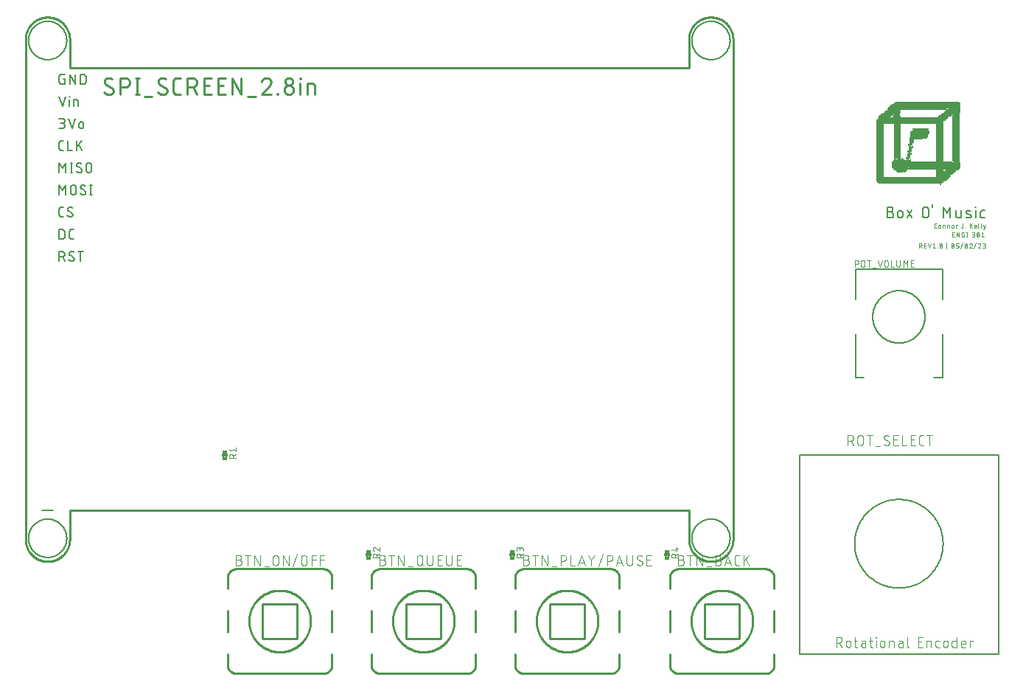
<source format=gbr>
G04 EAGLE Gerber RS-274X export*
G75*
%MOMM*%
%FSLAX34Y34*%
%LPD*%
%INSilkscreen Top*%
%IPPOS*%
%AMOC8*
5,1,8,0,0,1.08239X$1,22.5*%
G01*
%ADD10R,0.254000X0.127000*%
%ADD11R,7.366000X0.127000*%
%ADD12R,7.620000X0.127000*%
%ADD13R,7.747000X0.127000*%
%ADD14R,0.127000X0.127000*%
%ADD15R,7.874000X0.127000*%
%ADD16R,8.001000X0.127000*%
%ADD17R,8.128000X0.127000*%
%ADD18R,0.762000X0.127000*%
%ADD19R,1.397000X0.127000*%
%ADD20R,1.524000X0.127000*%
%ADD21R,1.778000X0.127000*%
%ADD22R,1.905000X0.127000*%
%ADD23R,0.508000X0.127000*%
%ADD24R,1.143000X0.127000*%
%ADD25R,2.413000X0.127000*%
%ADD26R,3.175000X0.127000*%
%ADD27R,2.540000X0.127000*%
%ADD28R,3.302000X0.127000*%
%ADD29R,2.032000X0.127000*%
%ADD30R,2.667000X0.127000*%
%ADD31R,1.016000X0.127000*%
%ADD32R,0.381000X0.127000*%
%ADD33R,0.635000X0.127000*%
%ADD34R,1.270000X0.127000*%
%ADD35R,0.889000X0.127000*%
%ADD36R,1.651000X0.127000*%
%ADD37R,5.334000X0.127000*%
%ADD38C,0.177800*%
%ADD39C,0.076200*%
%ADD40C,0.254000*%
%ADD41C,0.101600*%
%ADD42C,0.127000*%
%ADD43C,0.152400*%
%ADD44R,0.599900X0.300000*%
%ADD45R,0.711200X0.406400*%
%ADD46C,0.203200*%
%ADD47C,0.200000*%


D10*
X1165225Y654050D03*
D11*
X1130935Y655320D03*
D12*
X1130935Y656590D03*
D13*
X1131570Y657860D03*
D14*
X1092200Y657860D03*
D15*
X1132205Y659130D03*
D14*
X1092200Y659130D03*
X1172210Y659130D03*
D16*
X1132840Y660400D03*
D14*
X1092200Y660400D03*
X1173480Y660400D03*
D17*
X1133475Y661670D03*
D14*
X1092200Y661670D03*
X1174750Y661670D03*
D18*
X1096645Y662940D03*
D19*
X1168400Y662940D03*
D14*
X1176020Y662940D03*
X1092200Y662940D03*
X1160780Y662940D03*
D18*
X1096645Y664210D03*
D20*
X1169035Y664210D03*
D14*
X1092200Y664210D03*
X1160780Y664210D03*
D18*
X1096645Y665480D03*
D21*
X1170305Y665480D03*
D14*
X1092200Y665480D03*
X1160780Y665480D03*
D18*
X1096645Y666750D03*
D22*
X1170940Y666750D03*
D14*
X1092200Y666750D03*
X1160780Y666750D03*
D18*
X1096645Y668020D03*
D23*
X1119505Y668020D03*
D18*
X1165225Y668020D03*
D24*
X1176020Y668020D03*
D14*
X1116330Y668020D03*
X1092200Y668020D03*
X1123950Y668020D03*
X1160780Y668020D03*
X1169670Y668020D03*
D18*
X1096645Y669290D03*
D24*
X1120140Y669290D03*
D18*
X1165225Y669290D03*
D24*
X1177290Y669290D03*
D14*
X1092200Y669290D03*
X1160780Y669290D03*
X1170940Y669290D03*
D18*
X1096645Y670560D03*
D20*
X1119505Y670560D03*
D18*
X1165225Y670560D03*
D24*
X1178560Y670560D03*
D14*
X1092200Y670560D03*
X1160780Y670560D03*
X1172210Y670560D03*
X1184910Y670560D03*
D18*
X1096645Y671830D03*
D21*
X1119505Y671830D03*
D25*
X1173480Y671830D03*
D14*
X1160780Y671830D03*
X1186180Y671830D03*
X1092200Y671830D03*
D26*
X1144270Y671830D03*
D18*
X1096645Y673100D03*
D21*
X1119505Y673100D03*
D27*
X1174115Y673100D03*
D14*
X1109980Y673100D03*
D28*
X1144905Y673100D03*
D14*
X1187450Y673100D03*
X1092200Y673100D03*
D18*
X1096645Y674370D03*
D29*
X1119505Y674370D03*
D30*
X1174750Y674370D03*
D26*
X1145540Y674370D03*
D14*
X1092200Y674370D03*
D18*
X1096645Y675640D03*
D29*
X1119505Y675640D03*
D30*
X1174750Y675640D03*
D26*
X1145540Y675640D03*
D14*
X1092200Y675640D03*
D18*
X1096645Y676910D03*
D29*
X1119505Y676910D03*
D30*
X1174750Y676910D03*
D26*
X1145540Y676910D03*
D14*
X1092200Y676910D03*
D18*
X1096645Y678180D03*
D29*
X1119505Y678180D03*
D30*
X1174750Y678180D03*
D26*
X1145540Y678180D03*
D14*
X1092200Y678180D03*
D18*
X1096645Y679450D03*
D22*
X1120140Y679450D03*
D18*
X1165225Y679450D03*
X1184275Y679450D03*
D31*
X1174115Y679450D03*
D14*
X1092200Y679450D03*
X1109980Y679450D03*
D26*
X1145540Y679450D03*
D18*
X1096645Y680720D03*
D22*
X1120140Y680720D03*
D18*
X1165225Y680720D03*
X1184275Y680720D03*
D14*
X1092200Y680720D03*
X1130300Y680720D03*
X1160780Y680720D03*
X1179830Y680720D03*
D18*
X1096645Y681990D03*
D24*
X1117600Y681990D03*
D10*
X1128395Y681990D03*
D18*
X1165225Y681990D03*
X1184275Y681990D03*
D14*
X1130300Y681990D03*
X1092200Y681990D03*
X1160780Y681990D03*
X1179830Y681990D03*
D18*
X1096645Y683260D03*
D32*
X1117600Y683260D03*
D10*
X1128395Y683260D03*
D18*
X1165225Y683260D03*
X1184275Y683260D03*
D10*
X1113155Y683260D03*
D14*
X1126490Y683260D03*
X1092200Y683260D03*
X1121410Y683260D03*
X1160780Y683260D03*
X1179830Y683260D03*
D18*
X1096645Y684530D03*
D32*
X1129030Y684530D03*
D18*
X1165225Y684530D03*
X1184275Y684530D03*
D33*
X1115060Y684530D03*
D14*
X1092200Y684530D03*
X1118870Y684530D03*
X1126490Y684530D03*
X1160780Y684530D03*
X1179830Y684530D03*
D18*
X1096645Y685800D03*
D32*
X1129030Y685800D03*
D18*
X1165225Y685800D03*
X1184275Y685800D03*
D33*
X1115060Y685800D03*
D14*
X1092200Y685800D03*
X1118870Y685800D03*
X1160780Y685800D03*
X1179830Y685800D03*
D18*
X1096645Y687070D03*
D32*
X1129030Y687070D03*
D18*
X1165225Y687070D03*
X1184275Y687070D03*
D33*
X1115060Y687070D03*
D14*
X1092200Y687070D03*
X1118870Y687070D03*
X1160780Y687070D03*
X1179830Y687070D03*
D18*
X1096645Y688340D03*
D32*
X1129030Y688340D03*
D18*
X1165225Y688340D03*
X1184275Y688340D03*
D33*
X1115060Y688340D03*
D14*
X1092200Y688340D03*
X1118870Y688340D03*
X1131570Y688340D03*
X1160780Y688340D03*
X1179830Y688340D03*
D18*
X1096645Y689610D03*
D10*
X1129665Y689610D03*
D18*
X1165225Y689610D03*
X1184275Y689610D03*
D33*
X1115060Y689610D03*
D14*
X1131570Y689610D03*
X1092200Y689610D03*
X1118870Y689610D03*
X1160780Y689610D03*
X1179830Y689610D03*
D18*
X1096645Y690880D03*
D10*
X1129665Y690880D03*
D18*
X1165225Y690880D03*
X1184275Y690880D03*
D33*
X1115060Y690880D03*
D14*
X1127760Y690880D03*
X1092200Y690880D03*
X1118870Y690880D03*
X1160780Y690880D03*
X1179830Y690880D03*
D18*
X1096645Y692150D03*
D32*
X1130300Y692150D03*
D18*
X1165225Y692150D03*
X1184275Y692150D03*
D33*
X1115060Y692150D03*
D14*
X1092200Y692150D03*
X1118870Y692150D03*
X1127760Y692150D03*
X1160780Y692150D03*
X1179830Y692150D03*
D18*
X1096645Y693420D03*
D32*
X1130300Y693420D03*
D18*
X1165225Y693420D03*
X1184275Y693420D03*
D33*
X1115060Y693420D03*
D14*
X1092200Y693420D03*
X1118870Y693420D03*
X1160780Y693420D03*
X1179830Y693420D03*
D18*
X1096645Y694690D03*
D32*
X1130300Y694690D03*
D18*
X1165225Y694690D03*
X1184275Y694690D03*
D33*
X1115060Y694690D03*
D14*
X1092200Y694690D03*
X1118870Y694690D03*
X1160780Y694690D03*
X1179830Y694690D03*
D18*
X1096645Y695960D03*
D32*
X1130300Y695960D03*
D18*
X1165225Y695960D03*
X1184275Y695960D03*
D33*
X1115060Y695960D03*
D14*
X1092200Y695960D03*
X1118870Y695960D03*
X1132840Y695960D03*
X1160780Y695960D03*
X1179830Y695960D03*
D18*
X1096645Y697230D03*
D10*
X1130935Y697230D03*
D18*
X1165225Y697230D03*
X1184275Y697230D03*
D33*
X1115060Y697230D03*
D14*
X1132840Y697230D03*
X1092200Y697230D03*
X1118870Y697230D03*
X1160780Y697230D03*
X1179830Y697230D03*
D18*
X1096645Y698500D03*
D10*
X1130935Y698500D03*
D18*
X1165225Y698500D03*
X1184275Y698500D03*
D33*
X1115060Y698500D03*
D14*
X1092200Y698500D03*
X1118870Y698500D03*
X1129030Y698500D03*
X1160780Y698500D03*
X1179830Y698500D03*
D18*
X1096645Y699770D03*
D32*
X1131570Y699770D03*
D18*
X1165225Y699770D03*
X1184275Y699770D03*
D33*
X1115060Y699770D03*
D14*
X1092200Y699770D03*
X1118870Y699770D03*
X1129030Y699770D03*
X1160780Y699770D03*
X1179830Y699770D03*
D18*
X1096645Y701040D03*
D32*
X1131570Y701040D03*
D18*
X1165225Y701040D03*
X1184275Y701040D03*
D33*
X1115060Y701040D03*
D14*
X1092200Y701040D03*
X1118870Y701040D03*
X1160780Y701040D03*
X1179830Y701040D03*
D18*
X1096645Y702310D03*
D32*
X1131570Y702310D03*
D18*
X1165225Y702310D03*
X1184275Y702310D03*
D33*
X1115060Y702310D03*
D14*
X1092200Y702310D03*
X1118870Y702310D03*
X1134110Y702310D03*
X1160780Y702310D03*
X1179830Y702310D03*
D18*
X1096645Y703580D03*
D32*
X1131570Y703580D03*
D18*
X1165225Y703580D03*
X1184275Y703580D03*
D33*
X1115060Y703580D03*
D14*
X1092200Y703580D03*
X1118870Y703580D03*
X1134110Y703580D03*
X1160780Y703580D03*
X1179830Y703580D03*
D18*
X1096645Y704850D03*
D10*
X1132205Y704850D03*
D18*
X1165225Y704850D03*
X1184275Y704850D03*
D33*
X1115060Y704850D03*
D14*
X1130300Y704850D03*
X1134110Y704850D03*
X1092200Y704850D03*
X1118870Y704850D03*
X1160780Y704850D03*
X1179830Y704850D03*
D18*
X1096645Y706120D03*
D32*
X1132840Y706120D03*
D18*
X1165225Y706120D03*
X1184275Y706120D03*
D33*
X1115060Y706120D03*
D14*
X1130300Y706120D03*
X1092200Y706120D03*
X1118870Y706120D03*
D31*
X1139825Y706120D03*
D14*
X1160780Y706120D03*
X1179830Y706120D03*
D18*
X1096645Y707390D03*
D22*
X1140460Y707390D03*
D18*
X1165225Y707390D03*
X1184275Y707390D03*
D33*
X1115060Y707390D03*
D14*
X1092200Y707390D03*
X1118870Y707390D03*
X1130300Y707390D03*
X1160780Y707390D03*
X1179830Y707390D03*
D18*
X1096645Y708660D03*
D29*
X1141095Y708660D03*
D18*
X1165225Y708660D03*
X1184275Y708660D03*
D33*
X1115060Y708660D03*
D14*
X1092200Y708660D03*
X1118870Y708660D03*
X1160780Y708660D03*
X1179830Y708660D03*
D18*
X1096645Y709930D03*
D29*
X1141095Y709930D03*
D18*
X1165225Y709930D03*
X1184275Y709930D03*
D33*
X1115060Y709930D03*
D14*
X1092200Y709930D03*
X1118870Y709930D03*
X1160780Y709930D03*
X1179830Y709930D03*
D18*
X1096645Y711200D03*
D29*
X1141095Y711200D03*
D18*
X1165225Y711200D03*
X1184275Y711200D03*
D33*
X1115060Y711200D03*
D14*
X1092200Y711200D03*
X1118870Y711200D03*
X1160780Y711200D03*
X1179830Y711200D03*
D18*
X1096645Y712470D03*
D29*
X1141095Y712470D03*
D18*
X1165225Y712470D03*
X1184275Y712470D03*
D33*
X1115060Y712470D03*
D14*
X1092200Y712470D03*
X1118870Y712470D03*
X1151890Y712470D03*
X1160780Y712470D03*
X1179830Y712470D03*
D18*
X1096645Y713740D03*
D22*
X1141730Y713740D03*
D18*
X1165225Y713740D03*
X1184275Y713740D03*
D33*
X1115060Y713740D03*
D14*
X1131570Y713740D03*
X1151890Y713740D03*
X1092200Y713740D03*
X1118870Y713740D03*
X1160780Y713740D03*
X1179830Y713740D03*
D18*
X1096645Y715010D03*
D22*
X1141730Y715010D03*
D18*
X1165225Y715010D03*
X1184275Y715010D03*
D33*
X1115060Y715010D03*
D14*
X1151890Y715010D03*
X1092200Y715010D03*
X1118870Y715010D03*
X1160780Y715010D03*
X1179830Y715010D03*
D18*
X1096645Y716280D03*
D21*
X1142365Y716280D03*
D18*
X1165225Y716280D03*
X1184275Y716280D03*
D33*
X1115060Y716280D03*
D14*
X1092200Y716280D03*
X1118870Y716280D03*
X1160780Y716280D03*
X1179830Y716280D03*
D18*
X1096645Y717550D03*
D20*
X1142365Y717550D03*
D18*
X1165225Y717550D03*
X1184275Y717550D03*
D33*
X1115060Y717550D03*
D14*
X1134110Y717550D03*
X1092200Y717550D03*
X1118870Y717550D03*
X1150620Y717550D03*
X1160780Y717550D03*
X1179830Y717550D03*
D18*
X1096645Y718820D03*
X1165225Y718820D03*
X1184275Y718820D03*
D33*
X1115060Y718820D03*
D14*
X1092200Y718820D03*
X1118870Y718820D03*
X1160780Y718820D03*
X1179830Y718820D03*
D18*
X1096645Y720090D03*
X1165225Y720090D03*
X1184275Y720090D03*
D33*
X1115060Y720090D03*
D14*
X1092200Y720090D03*
X1118870Y720090D03*
X1160780Y720090D03*
X1179830Y720090D03*
D18*
X1096645Y721360D03*
X1165225Y721360D03*
X1184275Y721360D03*
D33*
X1115060Y721360D03*
D14*
X1092200Y721360D03*
X1118870Y721360D03*
X1160780Y721360D03*
X1179830Y721360D03*
D18*
X1096645Y722630D03*
X1165225Y722630D03*
X1184275Y722630D03*
D33*
X1115060Y722630D03*
D14*
X1092200Y722630D03*
X1118870Y722630D03*
X1160780Y722630D03*
X1179830Y722630D03*
D12*
X1130935Y723900D03*
D18*
X1184275Y723900D03*
D14*
X1092200Y723900D03*
X1179830Y723900D03*
D12*
X1130935Y725170D03*
D18*
X1184275Y725170D03*
D14*
X1092200Y725170D03*
X1179830Y725170D03*
D12*
X1130935Y726440D03*
D18*
X1184275Y726440D03*
D14*
X1092200Y726440D03*
X1179830Y726440D03*
D15*
X1132205Y727710D03*
D18*
X1184275Y727710D03*
D14*
X1092200Y727710D03*
X1179830Y727710D03*
D16*
X1132840Y728980D03*
D18*
X1184275Y728980D03*
D14*
X1179830Y728980D03*
D16*
X1134110Y730250D03*
D18*
X1184275Y730250D03*
D14*
X1179830Y730250D03*
D34*
X1101725Y731520D03*
D35*
X1115060Y731520D03*
D34*
X1169035Y731520D03*
D18*
X1184275Y731520D03*
D14*
X1094740Y731520D03*
X1179830Y731520D03*
D24*
X1102360Y732790D03*
D18*
X1115695Y732790D03*
D24*
X1170940Y732790D03*
D18*
X1184275Y732790D03*
D14*
X1096010Y732790D03*
X1108710Y732790D03*
X1111250Y732790D03*
X1164590Y732790D03*
X1177290Y732790D03*
X1179830Y732790D03*
D24*
X1103630Y734060D03*
D18*
X1115695Y734060D03*
D24*
X1172210Y734060D03*
D18*
X1184275Y734060D03*
D14*
X1097280Y734060D03*
D10*
X1110615Y734060D03*
X1179195Y734060D03*
D24*
X1104900Y735330D03*
D18*
X1115695Y735330D03*
D24*
X1173480Y735330D03*
D18*
X1184275Y735330D03*
D14*
X1111250Y735330D03*
X1179830Y735330D03*
D22*
X1109980Y736600D03*
X1178560Y736600D03*
D21*
X1110615Y737870D03*
D36*
X1179830Y737870D03*
D20*
X1111885Y739140D03*
X1180465Y739140D03*
D14*
X1172210Y739140D03*
D19*
X1112520Y740410D03*
X1181100Y740410D03*
D14*
X1104900Y740410D03*
D37*
X1146175Y740410D03*
D17*
X1147445Y741680D03*
D14*
X1106170Y741680D03*
D16*
X1148080Y742950D03*
D14*
X1107440Y742950D03*
D15*
X1148715Y744220D03*
D14*
X1108710Y744220D03*
D13*
X1149350Y745490D03*
D14*
X1109980Y745490D03*
D12*
X1149985Y746760D03*
D11*
X1149985Y748030D03*
D38*
X1107976Y622483D02*
X1104519Y622483D01*
X1107976Y622483D02*
X1108093Y622481D01*
X1108209Y622475D01*
X1108326Y622465D01*
X1108442Y622451D01*
X1108557Y622434D01*
X1108672Y622412D01*
X1108786Y622387D01*
X1108899Y622358D01*
X1109011Y622324D01*
X1109122Y622288D01*
X1109231Y622247D01*
X1109339Y622203D01*
X1109446Y622155D01*
X1109551Y622104D01*
X1109654Y622049D01*
X1109755Y621990D01*
X1109854Y621928D01*
X1109951Y621863D01*
X1110046Y621795D01*
X1110138Y621724D01*
X1110228Y621649D01*
X1110315Y621571D01*
X1110400Y621491D01*
X1110482Y621408D01*
X1110561Y621322D01*
X1110637Y621233D01*
X1110710Y621142D01*
X1110780Y621049D01*
X1110846Y620953D01*
X1110910Y620855D01*
X1110970Y620755D01*
X1111027Y620652D01*
X1111080Y620548D01*
X1111129Y620443D01*
X1111175Y620335D01*
X1111218Y620227D01*
X1111257Y620116D01*
X1111291Y620005D01*
X1111323Y619893D01*
X1111350Y619779D01*
X1111374Y619665D01*
X1111393Y619549D01*
X1111409Y619434D01*
X1111421Y619318D01*
X1111429Y619201D01*
X1111433Y619084D01*
X1111433Y618968D01*
X1111429Y618851D01*
X1111421Y618734D01*
X1111409Y618618D01*
X1111393Y618503D01*
X1111374Y618387D01*
X1111350Y618273D01*
X1111323Y618159D01*
X1111291Y618047D01*
X1111257Y617936D01*
X1111218Y617825D01*
X1111175Y617717D01*
X1111129Y617609D01*
X1111080Y617504D01*
X1111027Y617400D01*
X1110970Y617298D01*
X1110910Y617197D01*
X1110846Y617099D01*
X1110780Y617003D01*
X1110710Y616910D01*
X1110637Y616819D01*
X1110561Y616730D01*
X1110482Y616644D01*
X1110400Y616561D01*
X1110315Y616481D01*
X1110228Y616403D01*
X1110138Y616328D01*
X1110046Y616257D01*
X1109951Y616189D01*
X1109854Y616124D01*
X1109755Y616062D01*
X1109654Y616003D01*
X1109551Y615948D01*
X1109446Y615897D01*
X1109339Y615849D01*
X1109231Y615805D01*
X1109122Y615764D01*
X1109011Y615728D01*
X1108899Y615694D01*
X1108786Y615665D01*
X1108672Y615640D01*
X1108557Y615618D01*
X1108442Y615601D01*
X1108326Y615587D01*
X1108209Y615577D01*
X1108093Y615571D01*
X1107976Y615569D01*
X1104519Y615569D01*
X1104519Y628015D01*
X1107976Y628015D01*
X1108079Y628013D01*
X1108183Y628007D01*
X1108286Y627998D01*
X1108388Y627984D01*
X1108490Y627967D01*
X1108591Y627946D01*
X1108692Y627921D01*
X1108791Y627892D01*
X1108890Y627860D01*
X1108987Y627824D01*
X1109082Y627784D01*
X1109176Y627741D01*
X1109268Y627694D01*
X1109359Y627644D01*
X1109448Y627591D01*
X1109534Y627534D01*
X1109619Y627475D01*
X1109701Y627412D01*
X1109780Y627346D01*
X1109857Y627277D01*
X1109932Y627205D01*
X1110004Y627130D01*
X1110073Y627053D01*
X1110139Y626974D01*
X1110202Y626892D01*
X1110261Y626807D01*
X1110318Y626721D01*
X1110371Y626632D01*
X1110421Y626541D01*
X1110468Y626449D01*
X1110511Y626355D01*
X1110551Y626260D01*
X1110587Y626163D01*
X1110619Y626064D01*
X1110648Y625965D01*
X1110673Y625864D01*
X1110694Y625763D01*
X1110711Y625661D01*
X1110725Y625559D01*
X1110734Y625456D01*
X1110740Y625352D01*
X1110742Y625249D01*
X1110740Y625146D01*
X1110734Y625042D01*
X1110725Y624939D01*
X1110711Y624837D01*
X1110694Y624735D01*
X1110673Y624634D01*
X1110648Y624533D01*
X1110619Y624434D01*
X1110587Y624335D01*
X1110551Y624238D01*
X1110511Y624143D01*
X1110468Y624049D01*
X1110421Y623957D01*
X1110371Y623866D01*
X1110318Y623777D01*
X1110261Y623691D01*
X1110202Y623606D01*
X1110139Y623524D01*
X1110073Y623445D01*
X1110004Y623368D01*
X1109932Y623293D01*
X1109857Y623221D01*
X1109780Y623152D01*
X1109701Y623086D01*
X1109619Y623023D01*
X1109534Y622964D01*
X1109448Y622907D01*
X1109359Y622854D01*
X1109268Y622804D01*
X1109176Y622757D01*
X1109082Y622714D01*
X1108987Y622674D01*
X1108890Y622638D01*
X1108791Y622606D01*
X1108692Y622577D01*
X1108591Y622552D01*
X1108490Y622531D01*
X1108388Y622514D01*
X1108286Y622500D01*
X1108183Y622491D01*
X1108079Y622485D01*
X1107976Y622483D01*
X1116489Y621101D02*
X1116489Y618335D01*
X1116489Y621101D02*
X1116491Y621204D01*
X1116497Y621308D01*
X1116506Y621411D01*
X1116520Y621513D01*
X1116537Y621615D01*
X1116558Y621716D01*
X1116583Y621817D01*
X1116612Y621916D01*
X1116644Y622015D01*
X1116680Y622112D01*
X1116720Y622207D01*
X1116763Y622301D01*
X1116810Y622393D01*
X1116860Y622484D01*
X1116913Y622573D01*
X1116970Y622659D01*
X1117029Y622744D01*
X1117092Y622826D01*
X1117158Y622905D01*
X1117227Y622982D01*
X1117299Y623057D01*
X1117374Y623129D01*
X1117451Y623198D01*
X1117530Y623264D01*
X1117612Y623327D01*
X1117697Y623386D01*
X1117783Y623443D01*
X1117872Y623496D01*
X1117963Y623546D01*
X1118055Y623593D01*
X1118149Y623636D01*
X1118244Y623676D01*
X1118341Y623712D01*
X1118440Y623744D01*
X1118539Y623773D01*
X1118640Y623798D01*
X1118741Y623819D01*
X1118843Y623836D01*
X1118945Y623850D01*
X1119048Y623859D01*
X1119152Y623865D01*
X1119255Y623867D01*
X1119358Y623865D01*
X1119462Y623859D01*
X1119565Y623850D01*
X1119667Y623836D01*
X1119769Y623819D01*
X1119870Y623798D01*
X1119971Y623773D01*
X1120070Y623744D01*
X1120169Y623712D01*
X1120266Y623676D01*
X1120361Y623636D01*
X1120455Y623593D01*
X1120547Y623546D01*
X1120638Y623496D01*
X1120727Y623443D01*
X1120813Y623386D01*
X1120898Y623327D01*
X1120980Y623264D01*
X1121059Y623198D01*
X1121136Y623129D01*
X1121211Y623057D01*
X1121283Y622982D01*
X1121352Y622905D01*
X1121418Y622826D01*
X1121481Y622744D01*
X1121540Y622659D01*
X1121597Y622573D01*
X1121650Y622484D01*
X1121700Y622393D01*
X1121747Y622301D01*
X1121790Y622207D01*
X1121830Y622112D01*
X1121866Y622015D01*
X1121898Y621916D01*
X1121927Y621817D01*
X1121952Y621716D01*
X1121973Y621615D01*
X1121990Y621513D01*
X1122004Y621411D01*
X1122013Y621308D01*
X1122019Y621204D01*
X1122021Y621101D01*
X1122020Y621101D02*
X1122020Y618335D01*
X1122021Y618335D02*
X1122019Y618232D01*
X1122013Y618128D01*
X1122004Y618025D01*
X1121990Y617923D01*
X1121973Y617821D01*
X1121952Y617720D01*
X1121927Y617619D01*
X1121898Y617520D01*
X1121866Y617421D01*
X1121830Y617324D01*
X1121790Y617229D01*
X1121747Y617135D01*
X1121700Y617043D01*
X1121650Y616952D01*
X1121597Y616863D01*
X1121540Y616777D01*
X1121481Y616692D01*
X1121418Y616610D01*
X1121352Y616531D01*
X1121283Y616454D01*
X1121211Y616379D01*
X1121136Y616307D01*
X1121059Y616238D01*
X1120980Y616172D01*
X1120898Y616109D01*
X1120813Y616050D01*
X1120727Y615993D01*
X1120638Y615940D01*
X1120547Y615890D01*
X1120455Y615843D01*
X1120361Y615800D01*
X1120266Y615760D01*
X1120169Y615724D01*
X1120070Y615692D01*
X1119971Y615663D01*
X1119870Y615638D01*
X1119769Y615617D01*
X1119667Y615600D01*
X1119565Y615586D01*
X1119462Y615577D01*
X1119358Y615571D01*
X1119255Y615569D01*
X1119152Y615571D01*
X1119048Y615577D01*
X1118945Y615586D01*
X1118843Y615600D01*
X1118741Y615617D01*
X1118640Y615638D01*
X1118539Y615663D01*
X1118440Y615692D01*
X1118341Y615724D01*
X1118244Y615760D01*
X1118149Y615800D01*
X1118055Y615843D01*
X1117963Y615890D01*
X1117872Y615940D01*
X1117783Y615993D01*
X1117697Y616050D01*
X1117612Y616109D01*
X1117530Y616172D01*
X1117451Y616238D01*
X1117374Y616307D01*
X1117299Y616379D01*
X1117227Y616454D01*
X1117158Y616531D01*
X1117092Y616610D01*
X1117029Y616692D01*
X1116970Y616777D01*
X1116913Y616863D01*
X1116860Y616952D01*
X1116810Y617043D01*
X1116763Y617135D01*
X1116720Y617229D01*
X1116680Y617324D01*
X1116644Y617421D01*
X1116612Y617520D01*
X1116583Y617619D01*
X1116558Y617720D01*
X1116537Y617821D01*
X1116520Y617923D01*
X1116506Y618025D01*
X1116497Y618128D01*
X1116491Y618232D01*
X1116489Y618335D01*
X1127157Y615569D02*
X1132688Y623866D01*
X1127157Y623866D02*
X1132688Y615569D01*
X1144814Y619026D02*
X1144814Y624558D01*
X1144815Y624558D02*
X1144817Y624675D01*
X1144823Y624791D01*
X1144833Y624908D01*
X1144847Y625024D01*
X1144864Y625139D01*
X1144886Y625254D01*
X1144911Y625368D01*
X1144940Y625481D01*
X1144974Y625593D01*
X1145010Y625704D01*
X1145051Y625813D01*
X1145095Y625921D01*
X1145143Y626028D01*
X1145194Y626133D01*
X1145249Y626236D01*
X1145308Y626337D01*
X1145370Y626436D01*
X1145435Y626533D01*
X1145503Y626628D01*
X1145574Y626720D01*
X1145649Y626810D01*
X1145727Y626897D01*
X1145807Y626982D01*
X1145890Y627064D01*
X1145976Y627143D01*
X1146065Y627219D01*
X1146156Y627292D01*
X1146249Y627362D01*
X1146345Y627428D01*
X1146443Y627492D01*
X1146544Y627552D01*
X1146646Y627609D01*
X1146750Y627662D01*
X1146855Y627711D01*
X1146963Y627757D01*
X1147071Y627800D01*
X1147182Y627839D01*
X1147293Y627873D01*
X1147405Y627905D01*
X1147519Y627932D01*
X1147633Y627956D01*
X1147749Y627975D01*
X1147864Y627991D01*
X1147980Y628003D01*
X1148097Y628011D01*
X1148214Y628015D01*
X1148330Y628015D01*
X1148447Y628011D01*
X1148564Y628003D01*
X1148680Y627991D01*
X1148795Y627975D01*
X1148911Y627956D01*
X1149025Y627932D01*
X1149139Y627905D01*
X1149251Y627873D01*
X1149362Y627839D01*
X1149473Y627800D01*
X1149581Y627757D01*
X1149689Y627711D01*
X1149794Y627662D01*
X1149898Y627609D01*
X1150001Y627552D01*
X1150101Y627492D01*
X1150199Y627428D01*
X1150295Y627362D01*
X1150388Y627292D01*
X1150479Y627219D01*
X1150568Y627143D01*
X1150654Y627064D01*
X1150737Y626982D01*
X1150817Y626897D01*
X1150895Y626810D01*
X1150970Y626720D01*
X1151041Y626628D01*
X1151109Y626533D01*
X1151174Y626436D01*
X1151236Y626337D01*
X1151295Y626236D01*
X1151350Y626133D01*
X1151401Y626028D01*
X1151449Y625921D01*
X1151493Y625813D01*
X1151534Y625704D01*
X1151570Y625593D01*
X1151604Y625481D01*
X1151633Y625368D01*
X1151658Y625254D01*
X1151680Y625139D01*
X1151697Y625024D01*
X1151711Y624908D01*
X1151721Y624791D01*
X1151727Y624675D01*
X1151729Y624558D01*
X1151729Y619026D01*
X1151727Y618909D01*
X1151721Y618793D01*
X1151711Y618676D01*
X1151697Y618560D01*
X1151680Y618445D01*
X1151658Y618330D01*
X1151633Y618216D01*
X1151604Y618103D01*
X1151570Y617991D01*
X1151534Y617880D01*
X1151493Y617771D01*
X1151449Y617663D01*
X1151401Y617556D01*
X1151350Y617451D01*
X1151295Y617348D01*
X1151236Y617247D01*
X1151174Y617148D01*
X1151109Y617051D01*
X1151041Y616956D01*
X1150970Y616864D01*
X1150895Y616774D01*
X1150817Y616687D01*
X1150737Y616602D01*
X1150654Y616520D01*
X1150568Y616441D01*
X1150479Y616365D01*
X1150388Y616292D01*
X1150295Y616222D01*
X1150199Y616156D01*
X1150101Y616092D01*
X1150001Y616032D01*
X1149898Y615975D01*
X1149794Y615922D01*
X1149689Y615873D01*
X1149581Y615827D01*
X1149473Y615784D01*
X1149362Y615745D01*
X1149251Y615711D01*
X1149139Y615679D01*
X1149025Y615652D01*
X1148911Y615628D01*
X1148795Y615609D01*
X1148680Y615593D01*
X1148564Y615581D01*
X1148447Y615573D01*
X1148330Y615569D01*
X1148214Y615569D01*
X1148097Y615573D01*
X1147980Y615581D01*
X1147864Y615593D01*
X1147749Y615609D01*
X1147633Y615628D01*
X1147519Y615652D01*
X1147405Y615679D01*
X1147293Y615711D01*
X1147182Y615745D01*
X1147071Y615784D01*
X1146963Y615827D01*
X1146855Y615873D01*
X1146750Y615922D01*
X1146646Y615975D01*
X1146544Y616032D01*
X1146443Y616092D01*
X1146345Y616156D01*
X1146249Y616222D01*
X1146156Y616292D01*
X1146065Y616365D01*
X1145976Y616441D01*
X1145890Y616520D01*
X1145807Y616602D01*
X1145727Y616687D01*
X1145649Y616774D01*
X1145574Y616864D01*
X1145503Y616956D01*
X1145435Y617051D01*
X1145370Y617148D01*
X1145308Y617247D01*
X1145249Y617348D01*
X1145194Y617451D01*
X1145143Y617556D01*
X1145095Y617663D01*
X1145051Y617771D01*
X1145010Y617880D01*
X1144974Y617991D01*
X1144940Y618103D01*
X1144911Y618216D01*
X1144886Y618330D01*
X1144864Y618445D01*
X1144847Y618560D01*
X1144833Y618676D01*
X1144823Y618793D01*
X1144817Y618909D01*
X1144815Y619026D01*
X1156379Y628015D02*
X1156379Y630781D01*
X1168446Y628015D02*
X1168446Y615569D01*
X1172595Y621101D02*
X1168446Y628015D01*
X1172595Y621101D02*
X1176743Y628015D01*
X1176743Y615569D01*
X1183484Y617643D02*
X1183484Y623866D01*
X1183484Y617643D02*
X1183486Y617555D01*
X1183491Y617467D01*
X1183501Y617380D01*
X1183514Y617292D01*
X1183531Y617206D01*
X1183551Y617120D01*
X1183575Y617036D01*
X1183602Y616952D01*
X1183634Y616870D01*
X1183668Y616789D01*
X1183706Y616709D01*
X1183747Y616632D01*
X1183792Y616556D01*
X1183840Y616482D01*
X1183891Y616410D01*
X1183944Y616340D01*
X1184001Y616273D01*
X1184061Y616208D01*
X1184123Y616146D01*
X1184188Y616086D01*
X1184255Y616029D01*
X1184325Y615976D01*
X1184397Y615925D01*
X1184471Y615877D01*
X1184547Y615832D01*
X1184624Y615791D01*
X1184704Y615753D01*
X1184785Y615719D01*
X1184867Y615687D01*
X1184951Y615660D01*
X1185035Y615636D01*
X1185121Y615616D01*
X1185207Y615599D01*
X1185295Y615586D01*
X1185382Y615576D01*
X1185470Y615571D01*
X1185558Y615569D01*
X1189015Y615569D01*
X1189015Y623866D01*
X1196042Y620409D02*
X1199500Y619026D01*
X1196042Y620409D02*
X1195966Y620442D01*
X1195891Y620478D01*
X1195818Y620517D01*
X1195747Y620560D01*
X1195678Y620606D01*
X1195611Y620655D01*
X1195547Y620708D01*
X1195485Y620763D01*
X1195426Y620821D01*
X1195369Y620881D01*
X1195315Y620945D01*
X1195265Y621010D01*
X1195217Y621078D01*
X1195173Y621148D01*
X1195131Y621220D01*
X1195094Y621294D01*
X1195059Y621369D01*
X1195028Y621446D01*
X1195001Y621525D01*
X1194978Y621604D01*
X1194958Y621685D01*
X1194942Y621766D01*
X1194929Y621848D01*
X1194921Y621930D01*
X1194916Y622013D01*
X1194915Y622096D01*
X1194918Y622179D01*
X1194925Y622262D01*
X1194935Y622344D01*
X1194950Y622426D01*
X1194968Y622507D01*
X1194990Y622587D01*
X1195015Y622665D01*
X1195045Y622743D01*
X1195077Y622819D01*
X1195113Y622894D01*
X1195153Y622967D01*
X1195196Y623038D01*
X1195242Y623107D01*
X1195292Y623173D01*
X1195344Y623238D01*
X1195399Y623299D01*
X1195457Y623359D01*
X1195518Y623415D01*
X1195581Y623469D01*
X1195647Y623519D01*
X1195715Y623567D01*
X1195785Y623611D01*
X1195857Y623652D01*
X1195931Y623690D01*
X1196006Y623724D01*
X1196083Y623755D01*
X1196162Y623782D01*
X1196241Y623805D01*
X1196322Y623825D01*
X1196403Y623841D01*
X1196485Y623853D01*
X1196568Y623862D01*
X1196651Y623866D01*
X1196734Y623867D01*
X1196923Y623862D01*
X1197112Y623853D01*
X1197300Y623839D01*
X1197488Y623820D01*
X1197675Y623797D01*
X1197862Y623769D01*
X1198048Y623737D01*
X1198233Y623701D01*
X1198418Y623660D01*
X1198601Y623615D01*
X1198783Y623565D01*
X1198964Y623511D01*
X1199143Y623452D01*
X1199321Y623389D01*
X1199498Y623322D01*
X1199673Y623251D01*
X1199846Y623176D01*
X1199500Y619027D02*
X1199576Y618994D01*
X1199651Y618958D01*
X1199724Y618919D01*
X1199795Y618876D01*
X1199864Y618830D01*
X1199931Y618781D01*
X1199995Y618728D01*
X1200057Y618673D01*
X1200116Y618615D01*
X1200173Y618555D01*
X1200227Y618491D01*
X1200277Y618426D01*
X1200325Y618358D01*
X1200369Y618288D01*
X1200411Y618216D01*
X1200448Y618142D01*
X1200483Y618067D01*
X1200514Y617990D01*
X1200541Y617911D01*
X1200564Y617832D01*
X1200584Y617751D01*
X1200600Y617670D01*
X1200613Y617588D01*
X1200621Y617506D01*
X1200626Y617423D01*
X1200627Y617340D01*
X1200624Y617257D01*
X1200617Y617174D01*
X1200607Y617092D01*
X1200592Y617010D01*
X1200574Y616929D01*
X1200552Y616849D01*
X1200527Y616771D01*
X1200497Y616693D01*
X1200465Y616617D01*
X1200429Y616542D01*
X1200389Y616469D01*
X1200346Y616398D01*
X1200300Y616329D01*
X1200251Y616263D01*
X1200198Y616198D01*
X1200143Y616137D01*
X1200085Y616077D01*
X1200024Y616021D01*
X1199961Y615967D01*
X1199895Y615917D01*
X1199827Y615869D01*
X1199757Y615825D01*
X1199685Y615784D01*
X1199611Y615746D01*
X1199536Y615712D01*
X1199459Y615681D01*
X1199380Y615654D01*
X1199301Y615631D01*
X1199220Y615611D01*
X1199139Y615595D01*
X1199057Y615583D01*
X1198974Y615574D01*
X1198891Y615570D01*
X1198808Y615569D01*
X1198809Y615569D02*
X1198531Y615576D01*
X1198254Y615590D01*
X1197978Y615611D01*
X1197702Y615637D01*
X1197426Y615671D01*
X1197152Y615711D01*
X1196878Y615757D01*
X1196606Y615810D01*
X1196335Y615869D01*
X1196066Y615935D01*
X1195798Y616007D01*
X1195532Y616085D01*
X1195268Y616170D01*
X1195006Y616261D01*
X1205879Y615569D02*
X1205879Y623866D01*
X1205533Y627324D02*
X1205533Y628015D01*
X1206224Y628015D01*
X1206224Y627324D01*
X1205533Y627324D01*
X1213314Y615569D02*
X1216080Y615569D01*
X1213314Y615569D02*
X1213226Y615571D01*
X1213138Y615576D01*
X1213051Y615586D01*
X1212963Y615599D01*
X1212877Y615616D01*
X1212791Y615636D01*
X1212707Y615660D01*
X1212623Y615687D01*
X1212541Y615719D01*
X1212460Y615753D01*
X1212380Y615791D01*
X1212303Y615832D01*
X1212227Y615877D01*
X1212153Y615925D01*
X1212081Y615976D01*
X1212011Y616029D01*
X1211944Y616086D01*
X1211879Y616146D01*
X1211817Y616208D01*
X1211757Y616273D01*
X1211700Y616340D01*
X1211647Y616410D01*
X1211596Y616482D01*
X1211548Y616556D01*
X1211503Y616632D01*
X1211462Y616709D01*
X1211424Y616789D01*
X1211390Y616870D01*
X1211358Y616952D01*
X1211331Y617036D01*
X1211307Y617120D01*
X1211287Y617206D01*
X1211270Y617292D01*
X1211257Y617380D01*
X1211247Y617467D01*
X1211242Y617555D01*
X1211240Y617643D01*
X1211240Y621792D01*
X1211242Y621880D01*
X1211247Y621968D01*
X1211257Y622055D01*
X1211270Y622143D01*
X1211287Y622229D01*
X1211307Y622315D01*
X1211331Y622399D01*
X1211358Y622483D01*
X1211390Y622565D01*
X1211424Y622646D01*
X1211462Y622726D01*
X1211503Y622803D01*
X1211548Y622879D01*
X1211596Y622953D01*
X1211647Y623025D01*
X1211700Y623095D01*
X1211757Y623162D01*
X1211817Y623227D01*
X1211879Y623289D01*
X1211944Y623349D01*
X1212011Y623406D01*
X1212081Y623459D01*
X1212153Y623510D01*
X1212227Y623558D01*
X1212303Y623603D01*
X1212380Y623644D01*
X1212460Y623682D01*
X1212541Y623716D01*
X1212623Y623748D01*
X1212707Y623775D01*
X1212791Y623799D01*
X1212877Y623819D01*
X1212963Y623836D01*
X1213051Y623849D01*
X1213138Y623859D01*
X1213226Y623864D01*
X1213314Y623866D01*
X1216080Y623866D01*
D39*
X1160992Y603631D02*
X1159806Y603631D01*
X1159740Y603633D01*
X1159673Y603638D01*
X1159608Y603648D01*
X1159542Y603661D01*
X1159478Y603677D01*
X1159415Y603697D01*
X1159353Y603721D01*
X1159292Y603748D01*
X1159233Y603779D01*
X1159176Y603813D01*
X1159120Y603850D01*
X1159067Y603890D01*
X1159016Y603932D01*
X1158968Y603978D01*
X1158922Y604026D01*
X1158880Y604077D01*
X1158840Y604130D01*
X1158803Y604186D01*
X1158769Y604243D01*
X1158738Y604302D01*
X1158711Y604363D01*
X1158687Y604425D01*
X1158667Y604488D01*
X1158651Y604552D01*
X1158638Y604618D01*
X1158628Y604683D01*
X1158623Y604750D01*
X1158621Y604816D01*
X1158621Y607780D01*
X1158623Y607846D01*
X1158628Y607913D01*
X1158638Y607978D01*
X1158651Y608044D01*
X1158667Y608108D01*
X1158687Y608171D01*
X1158711Y608233D01*
X1158738Y608294D01*
X1158769Y608353D01*
X1158803Y608410D01*
X1158840Y608466D01*
X1158880Y608519D01*
X1158922Y608570D01*
X1158968Y608618D01*
X1159016Y608664D01*
X1159067Y608706D01*
X1159120Y608746D01*
X1159176Y608783D01*
X1159233Y608817D01*
X1159292Y608848D01*
X1159352Y608875D01*
X1159415Y608898D01*
X1159478Y608919D01*
X1159542Y608935D01*
X1159607Y608948D01*
X1159673Y608958D01*
X1159740Y608963D01*
X1159806Y608965D01*
X1160992Y608965D01*
X1163144Y606002D02*
X1163144Y604816D01*
X1163144Y606002D02*
X1163146Y606070D01*
X1163152Y606137D01*
X1163161Y606204D01*
X1163175Y606270D01*
X1163192Y606336D01*
X1163213Y606400D01*
X1163237Y606463D01*
X1163266Y606525D01*
X1163297Y606585D01*
X1163332Y606643D01*
X1163370Y606699D01*
X1163412Y606752D01*
X1163456Y606803D01*
X1163503Y606852D01*
X1163553Y606898D01*
X1163605Y606940D01*
X1163660Y606980D01*
X1163717Y607017D01*
X1163776Y607050D01*
X1163837Y607080D01*
X1163899Y607106D01*
X1163963Y607129D01*
X1164028Y607148D01*
X1164094Y607163D01*
X1164160Y607175D01*
X1164228Y607183D01*
X1164295Y607187D01*
X1164363Y607187D01*
X1164430Y607183D01*
X1164498Y607175D01*
X1164564Y607163D01*
X1164630Y607148D01*
X1164695Y607129D01*
X1164759Y607106D01*
X1164821Y607080D01*
X1164882Y607050D01*
X1164941Y607017D01*
X1164998Y606980D01*
X1165053Y606940D01*
X1165105Y606898D01*
X1165155Y606852D01*
X1165202Y606803D01*
X1165246Y606752D01*
X1165288Y606699D01*
X1165326Y606643D01*
X1165361Y606585D01*
X1165392Y606525D01*
X1165421Y606463D01*
X1165445Y606400D01*
X1165466Y606336D01*
X1165483Y606270D01*
X1165497Y606204D01*
X1165506Y606137D01*
X1165512Y606070D01*
X1165514Y606002D01*
X1165515Y606002D02*
X1165515Y604816D01*
X1165514Y604816D02*
X1165512Y604748D01*
X1165506Y604681D01*
X1165497Y604614D01*
X1165483Y604548D01*
X1165466Y604482D01*
X1165445Y604418D01*
X1165421Y604355D01*
X1165392Y604293D01*
X1165361Y604233D01*
X1165326Y604175D01*
X1165288Y604119D01*
X1165246Y604066D01*
X1165202Y604015D01*
X1165155Y603966D01*
X1165105Y603920D01*
X1165053Y603878D01*
X1164998Y603838D01*
X1164941Y603801D01*
X1164882Y603768D01*
X1164821Y603738D01*
X1164759Y603712D01*
X1164695Y603689D01*
X1164630Y603670D01*
X1164564Y603655D01*
X1164498Y603643D01*
X1164430Y603635D01*
X1164363Y603631D01*
X1164295Y603631D01*
X1164228Y603635D01*
X1164160Y603643D01*
X1164094Y603655D01*
X1164028Y603670D01*
X1163963Y603689D01*
X1163899Y603712D01*
X1163837Y603738D01*
X1163776Y603768D01*
X1163717Y603801D01*
X1163660Y603838D01*
X1163605Y603878D01*
X1163553Y603920D01*
X1163503Y603966D01*
X1163456Y604015D01*
X1163412Y604066D01*
X1163370Y604119D01*
X1163332Y604175D01*
X1163297Y604233D01*
X1163266Y604293D01*
X1163237Y604355D01*
X1163213Y604418D01*
X1163192Y604482D01*
X1163175Y604548D01*
X1163161Y604614D01*
X1163152Y604681D01*
X1163146Y604748D01*
X1163144Y604816D01*
X1168082Y603631D02*
X1168082Y607187D01*
X1169563Y607187D01*
X1169621Y607185D01*
X1169679Y607179D01*
X1169736Y607170D01*
X1169793Y607157D01*
X1169849Y607140D01*
X1169903Y607119D01*
X1169956Y607095D01*
X1170008Y607068D01*
X1170057Y607037D01*
X1170104Y607003D01*
X1170149Y606966D01*
X1170192Y606927D01*
X1170231Y606884D01*
X1170268Y606839D01*
X1170302Y606792D01*
X1170333Y606743D01*
X1170360Y606691D01*
X1170384Y606638D01*
X1170405Y606584D01*
X1170422Y606528D01*
X1170435Y606471D01*
X1170444Y606414D01*
X1170450Y606356D01*
X1170452Y606298D01*
X1170452Y603631D01*
X1173202Y603631D02*
X1173202Y607187D01*
X1174684Y607187D01*
X1174742Y607185D01*
X1174800Y607179D01*
X1174857Y607170D01*
X1174914Y607157D01*
X1174970Y607140D01*
X1175024Y607119D01*
X1175077Y607095D01*
X1175129Y607068D01*
X1175178Y607037D01*
X1175225Y607003D01*
X1175270Y606966D01*
X1175313Y606927D01*
X1175352Y606884D01*
X1175389Y606839D01*
X1175423Y606792D01*
X1175454Y606743D01*
X1175481Y606691D01*
X1175505Y606638D01*
X1175526Y606584D01*
X1175543Y606528D01*
X1175556Y606471D01*
X1175565Y606414D01*
X1175571Y606356D01*
X1175573Y606298D01*
X1175573Y603631D01*
X1178140Y604816D02*
X1178140Y606002D01*
X1178142Y606070D01*
X1178148Y606137D01*
X1178157Y606204D01*
X1178171Y606270D01*
X1178188Y606336D01*
X1178209Y606400D01*
X1178233Y606463D01*
X1178262Y606525D01*
X1178293Y606585D01*
X1178328Y606643D01*
X1178366Y606699D01*
X1178408Y606752D01*
X1178452Y606803D01*
X1178499Y606852D01*
X1178549Y606898D01*
X1178601Y606940D01*
X1178656Y606980D01*
X1178713Y607017D01*
X1178772Y607050D01*
X1178833Y607080D01*
X1178895Y607106D01*
X1178959Y607129D01*
X1179024Y607148D01*
X1179090Y607163D01*
X1179156Y607175D01*
X1179224Y607183D01*
X1179291Y607187D01*
X1179359Y607187D01*
X1179426Y607183D01*
X1179494Y607175D01*
X1179560Y607163D01*
X1179626Y607148D01*
X1179691Y607129D01*
X1179755Y607106D01*
X1179817Y607080D01*
X1179878Y607050D01*
X1179937Y607017D01*
X1179994Y606980D01*
X1180049Y606940D01*
X1180101Y606898D01*
X1180151Y606852D01*
X1180198Y606803D01*
X1180242Y606752D01*
X1180284Y606699D01*
X1180322Y606643D01*
X1180357Y606585D01*
X1180388Y606525D01*
X1180417Y606463D01*
X1180441Y606400D01*
X1180462Y606336D01*
X1180479Y606270D01*
X1180493Y606204D01*
X1180502Y606137D01*
X1180508Y606070D01*
X1180510Y606002D01*
X1180511Y606002D02*
X1180511Y604816D01*
X1180510Y604816D02*
X1180508Y604748D01*
X1180502Y604681D01*
X1180493Y604614D01*
X1180479Y604548D01*
X1180462Y604482D01*
X1180441Y604418D01*
X1180417Y604355D01*
X1180388Y604293D01*
X1180357Y604233D01*
X1180322Y604175D01*
X1180284Y604119D01*
X1180242Y604066D01*
X1180198Y604015D01*
X1180151Y603966D01*
X1180101Y603920D01*
X1180049Y603878D01*
X1179994Y603838D01*
X1179937Y603801D01*
X1179878Y603768D01*
X1179817Y603738D01*
X1179755Y603712D01*
X1179691Y603689D01*
X1179626Y603670D01*
X1179560Y603655D01*
X1179494Y603643D01*
X1179426Y603635D01*
X1179359Y603631D01*
X1179291Y603631D01*
X1179224Y603635D01*
X1179156Y603643D01*
X1179090Y603655D01*
X1179024Y603670D01*
X1178959Y603689D01*
X1178895Y603712D01*
X1178833Y603738D01*
X1178772Y603768D01*
X1178713Y603801D01*
X1178656Y603838D01*
X1178601Y603878D01*
X1178549Y603920D01*
X1178499Y603966D01*
X1178452Y604015D01*
X1178408Y604066D01*
X1178366Y604119D01*
X1178328Y604175D01*
X1178293Y604233D01*
X1178262Y604293D01*
X1178233Y604355D01*
X1178209Y604418D01*
X1178188Y604482D01*
X1178171Y604548D01*
X1178157Y604614D01*
X1178148Y604681D01*
X1178142Y604748D01*
X1178140Y604816D01*
X1183119Y603631D02*
X1183119Y607187D01*
X1184897Y607187D01*
X1184897Y606594D01*
X1190894Y604816D02*
X1190894Y608965D01*
X1190893Y604816D02*
X1190891Y604750D01*
X1190886Y604683D01*
X1190876Y604618D01*
X1190863Y604552D01*
X1190847Y604488D01*
X1190827Y604425D01*
X1190803Y604363D01*
X1190776Y604302D01*
X1190745Y604243D01*
X1190711Y604186D01*
X1190674Y604130D01*
X1190634Y604077D01*
X1190592Y604026D01*
X1190546Y603978D01*
X1190498Y603932D01*
X1190447Y603890D01*
X1190394Y603850D01*
X1190338Y603813D01*
X1190281Y603779D01*
X1190222Y603748D01*
X1190161Y603721D01*
X1190099Y603697D01*
X1190036Y603677D01*
X1189972Y603661D01*
X1189906Y603648D01*
X1189841Y603638D01*
X1189774Y603633D01*
X1189708Y603631D01*
X1189116Y603631D01*
X1193259Y603631D02*
X1193259Y603927D01*
X1193555Y603927D01*
X1193555Y603631D01*
X1193259Y603631D01*
X1198979Y603631D02*
X1198979Y608965D01*
X1201942Y608965D02*
X1198979Y605705D01*
X1200164Y606891D02*
X1201942Y603631D01*
X1204998Y603631D02*
X1206479Y603631D01*
X1204998Y603631D02*
X1204940Y603633D01*
X1204882Y603639D01*
X1204825Y603648D01*
X1204768Y603661D01*
X1204712Y603678D01*
X1204658Y603699D01*
X1204605Y603723D01*
X1204554Y603750D01*
X1204504Y603781D01*
X1204457Y603815D01*
X1204412Y603852D01*
X1204369Y603891D01*
X1204330Y603934D01*
X1204293Y603979D01*
X1204259Y604026D01*
X1204228Y604076D01*
X1204201Y604127D01*
X1204177Y604180D01*
X1204156Y604234D01*
X1204139Y604290D01*
X1204126Y604347D01*
X1204117Y604404D01*
X1204111Y604462D01*
X1204109Y604520D01*
X1204109Y606002D01*
X1204111Y606070D01*
X1204117Y606137D01*
X1204126Y606204D01*
X1204140Y606270D01*
X1204157Y606336D01*
X1204178Y606400D01*
X1204202Y606463D01*
X1204231Y606525D01*
X1204262Y606585D01*
X1204297Y606643D01*
X1204335Y606699D01*
X1204377Y606752D01*
X1204421Y606803D01*
X1204468Y606852D01*
X1204518Y606898D01*
X1204570Y606940D01*
X1204625Y606980D01*
X1204682Y607017D01*
X1204741Y607050D01*
X1204802Y607080D01*
X1204864Y607106D01*
X1204928Y607129D01*
X1204993Y607148D01*
X1205059Y607163D01*
X1205125Y607175D01*
X1205193Y607183D01*
X1205260Y607187D01*
X1205328Y607187D01*
X1205395Y607183D01*
X1205463Y607175D01*
X1205529Y607163D01*
X1205595Y607148D01*
X1205660Y607129D01*
X1205724Y607106D01*
X1205786Y607080D01*
X1205847Y607050D01*
X1205906Y607017D01*
X1205963Y606980D01*
X1206018Y606940D01*
X1206070Y606898D01*
X1206120Y606852D01*
X1206167Y606803D01*
X1206211Y606752D01*
X1206253Y606699D01*
X1206291Y606643D01*
X1206326Y606585D01*
X1206357Y606525D01*
X1206386Y606463D01*
X1206410Y606400D01*
X1206431Y606336D01*
X1206448Y606270D01*
X1206462Y606204D01*
X1206471Y606137D01*
X1206477Y606070D01*
X1206479Y606002D01*
X1206479Y605409D01*
X1204109Y605409D01*
X1208904Y604520D02*
X1208904Y608965D01*
X1208904Y604520D02*
X1208906Y604462D01*
X1208912Y604404D01*
X1208921Y604347D01*
X1208934Y604290D01*
X1208951Y604234D01*
X1208972Y604180D01*
X1208996Y604127D01*
X1209023Y604076D01*
X1209054Y604026D01*
X1209088Y603979D01*
X1209125Y603934D01*
X1209164Y603891D01*
X1209207Y603852D01*
X1209252Y603815D01*
X1209299Y603781D01*
X1209349Y603750D01*
X1209400Y603723D01*
X1209453Y603699D01*
X1209507Y603678D01*
X1209563Y603661D01*
X1209620Y603648D01*
X1209677Y603639D01*
X1209735Y603633D01*
X1209793Y603631D01*
X1211830Y604520D02*
X1211830Y608965D01*
X1211830Y604520D02*
X1211832Y604462D01*
X1211838Y604404D01*
X1211847Y604347D01*
X1211860Y604290D01*
X1211877Y604234D01*
X1211898Y604180D01*
X1211922Y604127D01*
X1211949Y604076D01*
X1211980Y604026D01*
X1212014Y603979D01*
X1212051Y603934D01*
X1212090Y603891D01*
X1212133Y603852D01*
X1212178Y603815D01*
X1212225Y603781D01*
X1212275Y603750D01*
X1212326Y603723D01*
X1212379Y603699D01*
X1212433Y603678D01*
X1212489Y603661D01*
X1212546Y603648D01*
X1212603Y603639D01*
X1212661Y603633D01*
X1212719Y603631D01*
X1214533Y601853D02*
X1215125Y601853D01*
X1216903Y607187D01*
X1214533Y607187D02*
X1215718Y603631D01*
X1181312Y593471D02*
X1178941Y593471D01*
X1178941Y598805D01*
X1181312Y598805D01*
X1180719Y596434D02*
X1178941Y596434D01*
X1183682Y598805D02*
X1183682Y593471D01*
X1186645Y593471D02*
X1183682Y598805D01*
X1186645Y598805D02*
X1186645Y593471D01*
X1191608Y596434D02*
X1192497Y596434D01*
X1192497Y593471D01*
X1190719Y593471D01*
X1190653Y593473D01*
X1190586Y593478D01*
X1190521Y593488D01*
X1190455Y593501D01*
X1190391Y593517D01*
X1190328Y593537D01*
X1190266Y593561D01*
X1190205Y593588D01*
X1190146Y593619D01*
X1190089Y593653D01*
X1190033Y593690D01*
X1189980Y593730D01*
X1189929Y593772D01*
X1189881Y593818D01*
X1189835Y593866D01*
X1189793Y593917D01*
X1189753Y593970D01*
X1189716Y594026D01*
X1189682Y594083D01*
X1189651Y594142D01*
X1189624Y594203D01*
X1189600Y594265D01*
X1189580Y594328D01*
X1189564Y594392D01*
X1189551Y594458D01*
X1189541Y594523D01*
X1189536Y594590D01*
X1189534Y594656D01*
X1189534Y597620D01*
X1189536Y597686D01*
X1189541Y597753D01*
X1189551Y597818D01*
X1189564Y597884D01*
X1189580Y597948D01*
X1189600Y598011D01*
X1189624Y598073D01*
X1189651Y598134D01*
X1189682Y598193D01*
X1189716Y598250D01*
X1189753Y598306D01*
X1189793Y598359D01*
X1189835Y598410D01*
X1189881Y598458D01*
X1189929Y598504D01*
X1189980Y598546D01*
X1190033Y598586D01*
X1190089Y598623D01*
X1190146Y598657D01*
X1190205Y598688D01*
X1190265Y598715D01*
X1190328Y598738D01*
X1190391Y598759D01*
X1190455Y598775D01*
X1190520Y598788D01*
X1190586Y598798D01*
X1190653Y598803D01*
X1190719Y598805D01*
X1192497Y598805D01*
X1195588Y598805D02*
X1195588Y593471D01*
X1196180Y593471D02*
X1194995Y593471D01*
X1194995Y598805D02*
X1196180Y598805D01*
X1201421Y593471D02*
X1202903Y593471D01*
X1202979Y593473D01*
X1203055Y593479D01*
X1203131Y593489D01*
X1203206Y593502D01*
X1203280Y593520D01*
X1203354Y593541D01*
X1203426Y593566D01*
X1203496Y593595D01*
X1203566Y593627D01*
X1203633Y593663D01*
X1203698Y593703D01*
X1203762Y593745D01*
X1203823Y593791D01*
X1203881Y593840D01*
X1203937Y593892D01*
X1203991Y593946D01*
X1204041Y594004D01*
X1204088Y594063D01*
X1204133Y594126D01*
X1204174Y594190D01*
X1204211Y594256D01*
X1204245Y594325D01*
X1204276Y594395D01*
X1204303Y594466D01*
X1204326Y594539D01*
X1204345Y594613D01*
X1204361Y594687D01*
X1204373Y594763D01*
X1204381Y594839D01*
X1204385Y594915D01*
X1204385Y594991D01*
X1204381Y595067D01*
X1204373Y595143D01*
X1204361Y595219D01*
X1204345Y595293D01*
X1204326Y595367D01*
X1204303Y595440D01*
X1204276Y595511D01*
X1204245Y595581D01*
X1204211Y595650D01*
X1204174Y595716D01*
X1204133Y595780D01*
X1204088Y595843D01*
X1204041Y595902D01*
X1203991Y595960D01*
X1203937Y596014D01*
X1203881Y596066D01*
X1203823Y596115D01*
X1203762Y596161D01*
X1203698Y596203D01*
X1203633Y596243D01*
X1203566Y596279D01*
X1203496Y596311D01*
X1203426Y596340D01*
X1203354Y596365D01*
X1203280Y596386D01*
X1203206Y596404D01*
X1203131Y596417D01*
X1203055Y596427D01*
X1202979Y596433D01*
X1202903Y596435D01*
X1203199Y598805D02*
X1201421Y598805D01*
X1203199Y598805D02*
X1203267Y598803D01*
X1203334Y598797D01*
X1203401Y598788D01*
X1203467Y598774D01*
X1203533Y598757D01*
X1203597Y598736D01*
X1203660Y598712D01*
X1203722Y598683D01*
X1203782Y598652D01*
X1203840Y598617D01*
X1203896Y598579D01*
X1203949Y598537D01*
X1204000Y598493D01*
X1204049Y598446D01*
X1204095Y598396D01*
X1204137Y598344D01*
X1204177Y598289D01*
X1204214Y598232D01*
X1204247Y598173D01*
X1204277Y598112D01*
X1204303Y598050D01*
X1204326Y597986D01*
X1204345Y597921D01*
X1204360Y597855D01*
X1204372Y597789D01*
X1204380Y597721D01*
X1204384Y597654D01*
X1204384Y597586D01*
X1204380Y597519D01*
X1204372Y597451D01*
X1204360Y597385D01*
X1204345Y597319D01*
X1204326Y597254D01*
X1204303Y597190D01*
X1204277Y597128D01*
X1204247Y597067D01*
X1204214Y597008D01*
X1204177Y596951D01*
X1204137Y596896D01*
X1204095Y596844D01*
X1204049Y596794D01*
X1204000Y596747D01*
X1203949Y596703D01*
X1203896Y596661D01*
X1203840Y596623D01*
X1203782Y596588D01*
X1203722Y596557D01*
X1203660Y596528D01*
X1203597Y596504D01*
X1203533Y596483D01*
X1203467Y596466D01*
X1203401Y596452D01*
X1203334Y596443D01*
X1203267Y596437D01*
X1203199Y596435D01*
X1203199Y596434D02*
X1202014Y596434D01*
X1206907Y596138D02*
X1206909Y596263D01*
X1206914Y596387D01*
X1206923Y596511D01*
X1206935Y596635D01*
X1206951Y596759D01*
X1206970Y596882D01*
X1206993Y597005D01*
X1207020Y597127D01*
X1207049Y597248D01*
X1207082Y597368D01*
X1207119Y597487D01*
X1207159Y597605D01*
X1207202Y597722D01*
X1207249Y597837D01*
X1207299Y597952D01*
X1207352Y598064D01*
X1207375Y598125D01*
X1207401Y598184D01*
X1207431Y598242D01*
X1207464Y598297D01*
X1207501Y598351D01*
X1207540Y598402D01*
X1207582Y598451D01*
X1207628Y598497D01*
X1207676Y598541D01*
X1207726Y598582D01*
X1207779Y598619D01*
X1207833Y598654D01*
X1207890Y598685D01*
X1207949Y598713D01*
X1208009Y598737D01*
X1208070Y598758D01*
X1208132Y598775D01*
X1208196Y598788D01*
X1208260Y598797D01*
X1208324Y598803D01*
X1208389Y598805D01*
X1208454Y598803D01*
X1208518Y598797D01*
X1208582Y598788D01*
X1208646Y598775D01*
X1208708Y598758D01*
X1208769Y598737D01*
X1208829Y598713D01*
X1208888Y598685D01*
X1208945Y598654D01*
X1208999Y598619D01*
X1209052Y598582D01*
X1209102Y598541D01*
X1209150Y598497D01*
X1209196Y598451D01*
X1209238Y598402D01*
X1209277Y598351D01*
X1209314Y598297D01*
X1209347Y598242D01*
X1209377Y598184D01*
X1209403Y598125D01*
X1209426Y598064D01*
X1209479Y597952D01*
X1209529Y597837D01*
X1209576Y597722D01*
X1209619Y597605D01*
X1209659Y597487D01*
X1209696Y597368D01*
X1209729Y597248D01*
X1209758Y597127D01*
X1209785Y597005D01*
X1209808Y596882D01*
X1209827Y596759D01*
X1209843Y596635D01*
X1209855Y596511D01*
X1209864Y596387D01*
X1209869Y596263D01*
X1209871Y596138D01*
X1206907Y596138D02*
X1206909Y596013D01*
X1206914Y595889D01*
X1206923Y595765D01*
X1206935Y595641D01*
X1206951Y595517D01*
X1206970Y595394D01*
X1206993Y595271D01*
X1207020Y595150D01*
X1207049Y595029D01*
X1207082Y594908D01*
X1207119Y594789D01*
X1207159Y594671D01*
X1207202Y594554D01*
X1207249Y594439D01*
X1207299Y594324D01*
X1207352Y594212D01*
X1207375Y594151D01*
X1207401Y594092D01*
X1207431Y594034D01*
X1207464Y593979D01*
X1207501Y593925D01*
X1207540Y593874D01*
X1207582Y593825D01*
X1207628Y593779D01*
X1207676Y593735D01*
X1207726Y593694D01*
X1207779Y593657D01*
X1207833Y593622D01*
X1207890Y593591D01*
X1207949Y593563D01*
X1208009Y593539D01*
X1208070Y593518D01*
X1208132Y593501D01*
X1208196Y593488D01*
X1208260Y593479D01*
X1208324Y593473D01*
X1208389Y593471D01*
X1209426Y594212D02*
X1209479Y594324D01*
X1209529Y594439D01*
X1209576Y594554D01*
X1209619Y594671D01*
X1209659Y594789D01*
X1209696Y594908D01*
X1209729Y595029D01*
X1209758Y595150D01*
X1209785Y595271D01*
X1209808Y595394D01*
X1209827Y595517D01*
X1209843Y595641D01*
X1209855Y595765D01*
X1209864Y595889D01*
X1209869Y596013D01*
X1209871Y596138D01*
X1209426Y594212D02*
X1209403Y594151D01*
X1209377Y594092D01*
X1209347Y594034D01*
X1209314Y593979D01*
X1209277Y593925D01*
X1209238Y593874D01*
X1209196Y593825D01*
X1209150Y593779D01*
X1209102Y593735D01*
X1209052Y593694D01*
X1208999Y593657D01*
X1208945Y593622D01*
X1208888Y593591D01*
X1208829Y593563D01*
X1208769Y593539D01*
X1208708Y593518D01*
X1208646Y593501D01*
X1208582Y593488D01*
X1208518Y593479D01*
X1208454Y593473D01*
X1208389Y593471D01*
X1207204Y594656D02*
X1209575Y597620D01*
X1212394Y597620D02*
X1213876Y598805D01*
X1213876Y593471D01*
X1215357Y593471D02*
X1212394Y593471D01*
X1140841Y586105D02*
X1140841Y580771D01*
X1140841Y586105D02*
X1142323Y586105D01*
X1142399Y586103D01*
X1142475Y586097D01*
X1142551Y586087D01*
X1142626Y586074D01*
X1142700Y586056D01*
X1142774Y586035D01*
X1142846Y586010D01*
X1142916Y585981D01*
X1142986Y585949D01*
X1143053Y585913D01*
X1143118Y585873D01*
X1143182Y585831D01*
X1143243Y585785D01*
X1143301Y585736D01*
X1143357Y585684D01*
X1143411Y585630D01*
X1143461Y585572D01*
X1143508Y585513D01*
X1143553Y585450D01*
X1143594Y585386D01*
X1143631Y585320D01*
X1143665Y585251D01*
X1143696Y585181D01*
X1143723Y585110D01*
X1143746Y585037D01*
X1143765Y584963D01*
X1143781Y584889D01*
X1143793Y584813D01*
X1143801Y584737D01*
X1143805Y584661D01*
X1143805Y584585D01*
X1143801Y584509D01*
X1143793Y584433D01*
X1143781Y584357D01*
X1143765Y584283D01*
X1143746Y584209D01*
X1143723Y584136D01*
X1143696Y584065D01*
X1143665Y583995D01*
X1143631Y583926D01*
X1143594Y583860D01*
X1143553Y583796D01*
X1143508Y583733D01*
X1143461Y583674D01*
X1143411Y583616D01*
X1143357Y583562D01*
X1143301Y583510D01*
X1143243Y583461D01*
X1143182Y583415D01*
X1143118Y583373D01*
X1143053Y583333D01*
X1142986Y583297D01*
X1142916Y583265D01*
X1142846Y583236D01*
X1142774Y583211D01*
X1142700Y583190D01*
X1142626Y583172D01*
X1142551Y583159D01*
X1142475Y583149D01*
X1142399Y583143D01*
X1142323Y583141D01*
X1142323Y583142D02*
X1140841Y583142D01*
X1142619Y583142D02*
X1143804Y580771D01*
X1146479Y580771D02*
X1148850Y580771D01*
X1146479Y580771D02*
X1146479Y586105D01*
X1148850Y586105D01*
X1148257Y583734D02*
X1146479Y583734D01*
X1150741Y586105D02*
X1152519Y580771D01*
X1154297Y586105D01*
X1156523Y584920D02*
X1158005Y586105D01*
X1158005Y580771D01*
X1156523Y580771D02*
X1159487Y580771D01*
X1161697Y580771D02*
X1161697Y581067D01*
X1161994Y581067D01*
X1161994Y580771D01*
X1161697Y580771D01*
X1164204Y583438D02*
X1164206Y583563D01*
X1164211Y583687D01*
X1164220Y583811D01*
X1164232Y583935D01*
X1164248Y584059D01*
X1164267Y584182D01*
X1164290Y584305D01*
X1164317Y584427D01*
X1164346Y584548D01*
X1164379Y584668D01*
X1164416Y584787D01*
X1164456Y584905D01*
X1164499Y585022D01*
X1164546Y585137D01*
X1164596Y585252D01*
X1164649Y585364D01*
X1164672Y585425D01*
X1164698Y585484D01*
X1164728Y585542D01*
X1164761Y585597D01*
X1164798Y585651D01*
X1164837Y585702D01*
X1164879Y585751D01*
X1164925Y585797D01*
X1164973Y585841D01*
X1165023Y585882D01*
X1165076Y585919D01*
X1165130Y585954D01*
X1165187Y585985D01*
X1165246Y586013D01*
X1165306Y586037D01*
X1165367Y586058D01*
X1165429Y586075D01*
X1165493Y586088D01*
X1165557Y586097D01*
X1165621Y586103D01*
X1165686Y586105D01*
X1165751Y586103D01*
X1165815Y586097D01*
X1165879Y586088D01*
X1165943Y586075D01*
X1166005Y586058D01*
X1166066Y586037D01*
X1166126Y586013D01*
X1166185Y585985D01*
X1166242Y585954D01*
X1166296Y585919D01*
X1166349Y585882D01*
X1166399Y585841D01*
X1166447Y585797D01*
X1166493Y585751D01*
X1166535Y585702D01*
X1166574Y585651D01*
X1166611Y585597D01*
X1166644Y585542D01*
X1166674Y585484D01*
X1166700Y585425D01*
X1166723Y585364D01*
X1166776Y585252D01*
X1166826Y585137D01*
X1166873Y585022D01*
X1166916Y584905D01*
X1166956Y584787D01*
X1166993Y584668D01*
X1167026Y584548D01*
X1167055Y584427D01*
X1167082Y584305D01*
X1167105Y584182D01*
X1167124Y584059D01*
X1167140Y583935D01*
X1167152Y583811D01*
X1167161Y583687D01*
X1167166Y583563D01*
X1167168Y583438D01*
X1164204Y583438D02*
X1164206Y583313D01*
X1164211Y583189D01*
X1164220Y583065D01*
X1164232Y582941D01*
X1164248Y582817D01*
X1164267Y582694D01*
X1164290Y582571D01*
X1164317Y582450D01*
X1164346Y582329D01*
X1164379Y582208D01*
X1164416Y582089D01*
X1164456Y581971D01*
X1164499Y581854D01*
X1164546Y581739D01*
X1164596Y581624D01*
X1164649Y581512D01*
X1164672Y581451D01*
X1164698Y581392D01*
X1164728Y581334D01*
X1164761Y581279D01*
X1164798Y581225D01*
X1164837Y581174D01*
X1164879Y581125D01*
X1164925Y581079D01*
X1164973Y581035D01*
X1165023Y580994D01*
X1165076Y580957D01*
X1165130Y580922D01*
X1165187Y580891D01*
X1165246Y580863D01*
X1165306Y580839D01*
X1165367Y580818D01*
X1165429Y580801D01*
X1165493Y580788D01*
X1165557Y580779D01*
X1165621Y580773D01*
X1165686Y580771D01*
X1166723Y581512D02*
X1166776Y581624D01*
X1166826Y581739D01*
X1166873Y581854D01*
X1166916Y581971D01*
X1166956Y582089D01*
X1166993Y582208D01*
X1167026Y582329D01*
X1167055Y582450D01*
X1167082Y582571D01*
X1167105Y582694D01*
X1167124Y582817D01*
X1167140Y582941D01*
X1167152Y583065D01*
X1167161Y583189D01*
X1167166Y583313D01*
X1167168Y583438D01*
X1166723Y581512D02*
X1166700Y581451D01*
X1166674Y581392D01*
X1166644Y581334D01*
X1166611Y581279D01*
X1166574Y581225D01*
X1166535Y581174D01*
X1166493Y581125D01*
X1166447Y581079D01*
X1166399Y581035D01*
X1166349Y580994D01*
X1166296Y580957D01*
X1166242Y580922D01*
X1166185Y580891D01*
X1166126Y580863D01*
X1166066Y580839D01*
X1166005Y580818D01*
X1165943Y580801D01*
X1165879Y580788D01*
X1165815Y580779D01*
X1165751Y580773D01*
X1165686Y580771D01*
X1164501Y581956D02*
X1166871Y584920D01*
X1172452Y586994D02*
X1172452Y579882D01*
X1177737Y583438D02*
X1177739Y583563D01*
X1177744Y583687D01*
X1177753Y583811D01*
X1177765Y583935D01*
X1177781Y584059D01*
X1177800Y584182D01*
X1177823Y584305D01*
X1177850Y584427D01*
X1177879Y584548D01*
X1177912Y584668D01*
X1177949Y584787D01*
X1177989Y584905D01*
X1178032Y585022D01*
X1178079Y585137D01*
X1178129Y585252D01*
X1178182Y585364D01*
X1178205Y585425D01*
X1178231Y585484D01*
X1178261Y585542D01*
X1178294Y585597D01*
X1178331Y585651D01*
X1178370Y585702D01*
X1178412Y585751D01*
X1178458Y585797D01*
X1178506Y585841D01*
X1178556Y585882D01*
X1178609Y585919D01*
X1178663Y585954D01*
X1178720Y585985D01*
X1178779Y586013D01*
X1178839Y586037D01*
X1178900Y586058D01*
X1178962Y586075D01*
X1179026Y586088D01*
X1179090Y586097D01*
X1179154Y586103D01*
X1179219Y586105D01*
X1179284Y586103D01*
X1179348Y586097D01*
X1179412Y586088D01*
X1179476Y586075D01*
X1179538Y586058D01*
X1179599Y586037D01*
X1179659Y586013D01*
X1179718Y585985D01*
X1179775Y585954D01*
X1179829Y585919D01*
X1179882Y585882D01*
X1179932Y585841D01*
X1179980Y585797D01*
X1180026Y585751D01*
X1180068Y585702D01*
X1180107Y585651D01*
X1180144Y585597D01*
X1180177Y585542D01*
X1180207Y585484D01*
X1180233Y585425D01*
X1180256Y585364D01*
X1180309Y585252D01*
X1180359Y585137D01*
X1180406Y585022D01*
X1180449Y584905D01*
X1180489Y584787D01*
X1180526Y584668D01*
X1180559Y584548D01*
X1180588Y584427D01*
X1180615Y584305D01*
X1180638Y584182D01*
X1180657Y584059D01*
X1180673Y583935D01*
X1180685Y583811D01*
X1180694Y583687D01*
X1180699Y583563D01*
X1180701Y583438D01*
X1177737Y583438D02*
X1177739Y583313D01*
X1177744Y583189D01*
X1177753Y583065D01*
X1177765Y582941D01*
X1177781Y582817D01*
X1177800Y582694D01*
X1177823Y582571D01*
X1177850Y582450D01*
X1177879Y582329D01*
X1177912Y582208D01*
X1177949Y582089D01*
X1177989Y581971D01*
X1178032Y581854D01*
X1178079Y581739D01*
X1178129Y581624D01*
X1178182Y581512D01*
X1178205Y581451D01*
X1178231Y581392D01*
X1178261Y581334D01*
X1178294Y581279D01*
X1178331Y581225D01*
X1178370Y581174D01*
X1178412Y581125D01*
X1178458Y581079D01*
X1178506Y581035D01*
X1178556Y580994D01*
X1178609Y580957D01*
X1178663Y580922D01*
X1178720Y580891D01*
X1178779Y580863D01*
X1178839Y580839D01*
X1178900Y580818D01*
X1178962Y580801D01*
X1179026Y580788D01*
X1179090Y580779D01*
X1179154Y580773D01*
X1179219Y580771D01*
X1180256Y581512D02*
X1180309Y581624D01*
X1180359Y581739D01*
X1180406Y581854D01*
X1180449Y581971D01*
X1180489Y582089D01*
X1180526Y582208D01*
X1180559Y582329D01*
X1180588Y582450D01*
X1180615Y582571D01*
X1180638Y582694D01*
X1180657Y582817D01*
X1180673Y582941D01*
X1180685Y583065D01*
X1180694Y583189D01*
X1180699Y583313D01*
X1180701Y583438D01*
X1180256Y581512D02*
X1180233Y581451D01*
X1180207Y581392D01*
X1180177Y581334D01*
X1180144Y581279D01*
X1180107Y581225D01*
X1180068Y581174D01*
X1180026Y581125D01*
X1179980Y581079D01*
X1179932Y581035D01*
X1179882Y580994D01*
X1179829Y580957D01*
X1179775Y580922D01*
X1179718Y580891D01*
X1179659Y580863D01*
X1179599Y580839D01*
X1179538Y580818D01*
X1179476Y580801D01*
X1179412Y580788D01*
X1179348Y580779D01*
X1179284Y580773D01*
X1179219Y580771D01*
X1178034Y581956D02*
X1180404Y584920D01*
X1183224Y580771D02*
X1185002Y580771D01*
X1185068Y580773D01*
X1185135Y580778D01*
X1185200Y580788D01*
X1185266Y580801D01*
X1185330Y580817D01*
X1185393Y580837D01*
X1185455Y580861D01*
X1185516Y580888D01*
X1185575Y580919D01*
X1185632Y580953D01*
X1185688Y580990D01*
X1185741Y581030D01*
X1185792Y581072D01*
X1185840Y581118D01*
X1185886Y581166D01*
X1185928Y581217D01*
X1185968Y581270D01*
X1186005Y581326D01*
X1186039Y581383D01*
X1186070Y581442D01*
X1186097Y581503D01*
X1186121Y581565D01*
X1186141Y581628D01*
X1186157Y581692D01*
X1186170Y581758D01*
X1186180Y581823D01*
X1186185Y581890D01*
X1186187Y581956D01*
X1186187Y582549D01*
X1186185Y582615D01*
X1186180Y582682D01*
X1186170Y582747D01*
X1186157Y582813D01*
X1186141Y582877D01*
X1186121Y582940D01*
X1186097Y583002D01*
X1186070Y583063D01*
X1186039Y583122D01*
X1186005Y583179D01*
X1185968Y583235D01*
X1185928Y583288D01*
X1185886Y583339D01*
X1185840Y583387D01*
X1185792Y583433D01*
X1185741Y583475D01*
X1185688Y583515D01*
X1185632Y583552D01*
X1185575Y583586D01*
X1185516Y583617D01*
X1185455Y583644D01*
X1185393Y583668D01*
X1185330Y583688D01*
X1185266Y583704D01*
X1185200Y583717D01*
X1185135Y583727D01*
X1185068Y583732D01*
X1185002Y583734D01*
X1183224Y583734D01*
X1183224Y586105D01*
X1186187Y586105D01*
X1190828Y586698D02*
X1188458Y580178D01*
X1193099Y583438D02*
X1193101Y583563D01*
X1193106Y583687D01*
X1193115Y583811D01*
X1193127Y583935D01*
X1193143Y584059D01*
X1193162Y584182D01*
X1193185Y584305D01*
X1193212Y584427D01*
X1193241Y584548D01*
X1193274Y584668D01*
X1193311Y584787D01*
X1193351Y584905D01*
X1193394Y585022D01*
X1193441Y585137D01*
X1193491Y585252D01*
X1193544Y585364D01*
X1193567Y585425D01*
X1193593Y585484D01*
X1193623Y585542D01*
X1193656Y585597D01*
X1193693Y585651D01*
X1193732Y585702D01*
X1193774Y585751D01*
X1193820Y585797D01*
X1193868Y585841D01*
X1193918Y585882D01*
X1193971Y585919D01*
X1194025Y585954D01*
X1194082Y585985D01*
X1194141Y586013D01*
X1194201Y586037D01*
X1194262Y586058D01*
X1194324Y586075D01*
X1194388Y586088D01*
X1194452Y586097D01*
X1194516Y586103D01*
X1194581Y586105D01*
X1194646Y586103D01*
X1194710Y586097D01*
X1194774Y586088D01*
X1194838Y586075D01*
X1194900Y586058D01*
X1194961Y586037D01*
X1195021Y586013D01*
X1195080Y585985D01*
X1195137Y585954D01*
X1195191Y585919D01*
X1195244Y585882D01*
X1195294Y585841D01*
X1195342Y585797D01*
X1195388Y585751D01*
X1195430Y585702D01*
X1195469Y585651D01*
X1195506Y585597D01*
X1195539Y585542D01*
X1195569Y585484D01*
X1195595Y585425D01*
X1195618Y585364D01*
X1195671Y585252D01*
X1195721Y585137D01*
X1195768Y585022D01*
X1195811Y584905D01*
X1195851Y584787D01*
X1195888Y584668D01*
X1195921Y584548D01*
X1195950Y584427D01*
X1195977Y584305D01*
X1196000Y584182D01*
X1196019Y584059D01*
X1196035Y583935D01*
X1196047Y583811D01*
X1196056Y583687D01*
X1196061Y583563D01*
X1196063Y583438D01*
X1193099Y583438D02*
X1193101Y583313D01*
X1193106Y583189D01*
X1193115Y583065D01*
X1193127Y582941D01*
X1193143Y582817D01*
X1193162Y582694D01*
X1193185Y582571D01*
X1193212Y582450D01*
X1193241Y582329D01*
X1193274Y582208D01*
X1193311Y582089D01*
X1193351Y581971D01*
X1193394Y581854D01*
X1193441Y581739D01*
X1193491Y581624D01*
X1193544Y581512D01*
X1193567Y581451D01*
X1193593Y581392D01*
X1193623Y581334D01*
X1193656Y581279D01*
X1193693Y581225D01*
X1193732Y581174D01*
X1193774Y581125D01*
X1193820Y581079D01*
X1193868Y581035D01*
X1193918Y580994D01*
X1193971Y580957D01*
X1194025Y580922D01*
X1194082Y580891D01*
X1194141Y580863D01*
X1194201Y580839D01*
X1194262Y580818D01*
X1194324Y580801D01*
X1194388Y580788D01*
X1194452Y580779D01*
X1194516Y580773D01*
X1194581Y580771D01*
X1195618Y581512D02*
X1195671Y581624D01*
X1195721Y581739D01*
X1195768Y581854D01*
X1195811Y581971D01*
X1195851Y582089D01*
X1195888Y582208D01*
X1195921Y582329D01*
X1195950Y582450D01*
X1195977Y582571D01*
X1196000Y582694D01*
X1196019Y582817D01*
X1196035Y582941D01*
X1196047Y583065D01*
X1196056Y583189D01*
X1196061Y583313D01*
X1196063Y583438D01*
X1195618Y581512D02*
X1195595Y581451D01*
X1195569Y581392D01*
X1195539Y581334D01*
X1195506Y581279D01*
X1195469Y581225D01*
X1195430Y581174D01*
X1195388Y581125D01*
X1195342Y581079D01*
X1195294Y581035D01*
X1195244Y580994D01*
X1195191Y580957D01*
X1195137Y580922D01*
X1195080Y580891D01*
X1195021Y580863D01*
X1194961Y580839D01*
X1194900Y580818D01*
X1194838Y580801D01*
X1194774Y580788D01*
X1194710Y580779D01*
X1194646Y580773D01*
X1194581Y580771D01*
X1193395Y581956D02*
X1195766Y584920D01*
X1200215Y586105D02*
X1200287Y586103D01*
X1200359Y586097D01*
X1200431Y586087D01*
X1200502Y586074D01*
X1200572Y586056D01*
X1200641Y586035D01*
X1200709Y586010D01*
X1200775Y585982D01*
X1200840Y585950D01*
X1200903Y585914D01*
X1200964Y585875D01*
X1201022Y585833D01*
X1201079Y585788D01*
X1201132Y585739D01*
X1201183Y585688D01*
X1201232Y585635D01*
X1201277Y585578D01*
X1201319Y585520D01*
X1201358Y585459D01*
X1201394Y585396D01*
X1201426Y585331D01*
X1201454Y585265D01*
X1201479Y585197D01*
X1201500Y585128D01*
X1201518Y585058D01*
X1201531Y584987D01*
X1201541Y584915D01*
X1201547Y584843D01*
X1201549Y584771D01*
X1200215Y586105D02*
X1200135Y586103D01*
X1200056Y586098D01*
X1199976Y586088D01*
X1199898Y586075D01*
X1199820Y586059D01*
X1199742Y586039D01*
X1199666Y586015D01*
X1199591Y585987D01*
X1199518Y585957D01*
X1199446Y585923D01*
X1199375Y585885D01*
X1199307Y585844D01*
X1199240Y585800D01*
X1199175Y585754D01*
X1199113Y585704D01*
X1199053Y585651D01*
X1198996Y585595D01*
X1198941Y585537D01*
X1198889Y585477D01*
X1198840Y585414D01*
X1198794Y585349D01*
X1198751Y585282D01*
X1198711Y585213D01*
X1198675Y585142D01*
X1198641Y585069D01*
X1198612Y584995D01*
X1198585Y584920D01*
X1201104Y583734D02*
X1201155Y583785D01*
X1201203Y583839D01*
X1201249Y583895D01*
X1201292Y583954D01*
X1201332Y584014D01*
X1201368Y584077D01*
X1201402Y584141D01*
X1201432Y584207D01*
X1201459Y584274D01*
X1201482Y584343D01*
X1201502Y584412D01*
X1201519Y584483D01*
X1201532Y584554D01*
X1201541Y584626D01*
X1201546Y584699D01*
X1201548Y584771D01*
X1201104Y583734D02*
X1198585Y580771D01*
X1201549Y580771D01*
X1203819Y580178D02*
X1206190Y586698D01*
X1210091Y586105D02*
X1210163Y586103D01*
X1210235Y586097D01*
X1210307Y586087D01*
X1210378Y586074D01*
X1210448Y586056D01*
X1210517Y586035D01*
X1210585Y586010D01*
X1210651Y585982D01*
X1210716Y585950D01*
X1210779Y585914D01*
X1210840Y585875D01*
X1210898Y585833D01*
X1210955Y585788D01*
X1211008Y585739D01*
X1211059Y585688D01*
X1211108Y585635D01*
X1211153Y585578D01*
X1211195Y585520D01*
X1211234Y585459D01*
X1211270Y585396D01*
X1211302Y585331D01*
X1211330Y585265D01*
X1211355Y585197D01*
X1211376Y585128D01*
X1211394Y585058D01*
X1211407Y584987D01*
X1211417Y584915D01*
X1211423Y584843D01*
X1211425Y584771D01*
X1210091Y586105D02*
X1210011Y586103D01*
X1209932Y586098D01*
X1209852Y586088D01*
X1209774Y586075D01*
X1209696Y586059D01*
X1209618Y586039D01*
X1209542Y586015D01*
X1209467Y585987D01*
X1209394Y585957D01*
X1209322Y585923D01*
X1209251Y585885D01*
X1209183Y585844D01*
X1209116Y585800D01*
X1209051Y585754D01*
X1208989Y585704D01*
X1208929Y585651D01*
X1208872Y585595D01*
X1208817Y585537D01*
X1208765Y585477D01*
X1208716Y585414D01*
X1208670Y585349D01*
X1208627Y585282D01*
X1208587Y585213D01*
X1208551Y585142D01*
X1208517Y585069D01*
X1208488Y584995D01*
X1208461Y584920D01*
X1210980Y583734D02*
X1211031Y583785D01*
X1211079Y583839D01*
X1211125Y583895D01*
X1211168Y583954D01*
X1211208Y584014D01*
X1211244Y584077D01*
X1211278Y584141D01*
X1211308Y584207D01*
X1211335Y584274D01*
X1211358Y584343D01*
X1211378Y584412D01*
X1211395Y584483D01*
X1211408Y584554D01*
X1211417Y584626D01*
X1211422Y584699D01*
X1211424Y584771D01*
X1210980Y583734D02*
X1208461Y580771D01*
X1211424Y580771D01*
X1213947Y580771D02*
X1215429Y580771D01*
X1215505Y580773D01*
X1215581Y580779D01*
X1215657Y580789D01*
X1215732Y580802D01*
X1215806Y580820D01*
X1215880Y580841D01*
X1215952Y580866D01*
X1216022Y580895D01*
X1216092Y580927D01*
X1216159Y580963D01*
X1216224Y581003D01*
X1216288Y581045D01*
X1216349Y581091D01*
X1216407Y581140D01*
X1216463Y581192D01*
X1216517Y581246D01*
X1216567Y581304D01*
X1216614Y581363D01*
X1216659Y581426D01*
X1216700Y581490D01*
X1216737Y581556D01*
X1216771Y581625D01*
X1216802Y581695D01*
X1216829Y581766D01*
X1216852Y581839D01*
X1216871Y581913D01*
X1216887Y581987D01*
X1216899Y582063D01*
X1216907Y582139D01*
X1216911Y582215D01*
X1216911Y582291D01*
X1216907Y582367D01*
X1216899Y582443D01*
X1216887Y582519D01*
X1216871Y582593D01*
X1216852Y582667D01*
X1216829Y582740D01*
X1216802Y582811D01*
X1216771Y582881D01*
X1216737Y582950D01*
X1216700Y583016D01*
X1216659Y583080D01*
X1216614Y583143D01*
X1216567Y583202D01*
X1216517Y583260D01*
X1216463Y583314D01*
X1216407Y583366D01*
X1216349Y583415D01*
X1216288Y583461D01*
X1216224Y583503D01*
X1216159Y583543D01*
X1216092Y583579D01*
X1216022Y583611D01*
X1215952Y583640D01*
X1215880Y583665D01*
X1215806Y583686D01*
X1215732Y583704D01*
X1215657Y583717D01*
X1215581Y583727D01*
X1215505Y583733D01*
X1215429Y583735D01*
X1215725Y586105D02*
X1213947Y586105D01*
X1215725Y586105D02*
X1215793Y586103D01*
X1215860Y586097D01*
X1215927Y586088D01*
X1215993Y586074D01*
X1216059Y586057D01*
X1216123Y586036D01*
X1216186Y586012D01*
X1216248Y585983D01*
X1216308Y585952D01*
X1216366Y585917D01*
X1216422Y585879D01*
X1216475Y585837D01*
X1216526Y585793D01*
X1216575Y585746D01*
X1216621Y585696D01*
X1216663Y585644D01*
X1216703Y585589D01*
X1216740Y585532D01*
X1216773Y585473D01*
X1216803Y585412D01*
X1216829Y585350D01*
X1216852Y585286D01*
X1216871Y585221D01*
X1216886Y585155D01*
X1216898Y585089D01*
X1216906Y585021D01*
X1216910Y584954D01*
X1216910Y584886D01*
X1216906Y584819D01*
X1216898Y584751D01*
X1216886Y584685D01*
X1216871Y584619D01*
X1216852Y584554D01*
X1216829Y584490D01*
X1216803Y584428D01*
X1216773Y584367D01*
X1216740Y584308D01*
X1216703Y584251D01*
X1216663Y584196D01*
X1216621Y584144D01*
X1216575Y584094D01*
X1216526Y584047D01*
X1216475Y584003D01*
X1216422Y583961D01*
X1216366Y583923D01*
X1216308Y583888D01*
X1216248Y583857D01*
X1216186Y583828D01*
X1216123Y583804D01*
X1216059Y583783D01*
X1215993Y583766D01*
X1215927Y583752D01*
X1215860Y583743D01*
X1215793Y583737D01*
X1215725Y583735D01*
X1215725Y583734D02*
X1214540Y583734D01*
D40*
X466400Y102400D02*
X466397Y102158D01*
X466388Y101917D01*
X466374Y101676D01*
X466353Y101435D01*
X466327Y101195D01*
X466295Y100955D01*
X466257Y100716D01*
X466214Y100479D01*
X466164Y100242D01*
X466109Y100007D01*
X466049Y99773D01*
X465982Y99541D01*
X465911Y99310D01*
X465833Y99081D01*
X465750Y98854D01*
X465662Y98629D01*
X465568Y98406D01*
X465469Y98186D01*
X465364Y97968D01*
X465255Y97753D01*
X465140Y97540D01*
X465020Y97330D01*
X464895Y97124D01*
X464765Y96920D01*
X464630Y96719D01*
X464490Y96522D01*
X464346Y96328D01*
X464197Y96138D01*
X464043Y95952D01*
X463885Y95769D01*
X463723Y95590D01*
X463556Y95415D01*
X463385Y95244D01*
X463210Y95077D01*
X463031Y94915D01*
X462848Y94757D01*
X462662Y94603D01*
X462472Y94454D01*
X462278Y94310D01*
X462081Y94170D01*
X461880Y94035D01*
X461676Y93905D01*
X461470Y93780D01*
X461260Y93660D01*
X461047Y93545D01*
X460832Y93436D01*
X460614Y93331D01*
X460394Y93232D01*
X460171Y93138D01*
X459946Y93050D01*
X459719Y92967D01*
X459490Y92889D01*
X459259Y92818D01*
X459027Y92751D01*
X458793Y92691D01*
X458558Y92636D01*
X458321Y92586D01*
X458084Y92543D01*
X457845Y92505D01*
X457605Y92473D01*
X457365Y92447D01*
X457124Y92426D01*
X456883Y92412D01*
X456642Y92403D01*
X456400Y92400D01*
X356400Y92400D01*
X356158Y92403D01*
X355917Y92412D01*
X355676Y92426D01*
X355435Y92447D01*
X355195Y92473D01*
X354955Y92505D01*
X354716Y92543D01*
X354479Y92586D01*
X354242Y92636D01*
X354007Y92691D01*
X353773Y92751D01*
X353541Y92818D01*
X353310Y92889D01*
X353081Y92967D01*
X352854Y93050D01*
X352629Y93138D01*
X352406Y93232D01*
X352186Y93331D01*
X351968Y93436D01*
X351753Y93545D01*
X351540Y93660D01*
X351330Y93780D01*
X351124Y93905D01*
X350920Y94035D01*
X350719Y94170D01*
X350522Y94310D01*
X350328Y94454D01*
X350138Y94603D01*
X349952Y94757D01*
X349769Y94915D01*
X349590Y95077D01*
X349415Y95244D01*
X349244Y95415D01*
X349077Y95590D01*
X348915Y95769D01*
X348757Y95952D01*
X348603Y96138D01*
X348454Y96328D01*
X348310Y96522D01*
X348170Y96719D01*
X348035Y96920D01*
X347905Y97124D01*
X347780Y97330D01*
X347660Y97540D01*
X347545Y97753D01*
X347436Y97968D01*
X347331Y98186D01*
X347232Y98406D01*
X347138Y98629D01*
X347050Y98854D01*
X346967Y99081D01*
X346889Y99310D01*
X346818Y99541D01*
X346751Y99773D01*
X346691Y100007D01*
X346636Y100242D01*
X346586Y100479D01*
X346543Y100716D01*
X346505Y100955D01*
X346473Y101195D01*
X346447Y101435D01*
X346426Y101676D01*
X346412Y101917D01*
X346403Y102158D01*
X346400Y102400D01*
X346400Y202400D02*
X346403Y202642D01*
X346412Y202883D01*
X346426Y203124D01*
X346447Y203365D01*
X346473Y203605D01*
X346505Y203845D01*
X346543Y204084D01*
X346586Y204321D01*
X346636Y204558D01*
X346691Y204793D01*
X346751Y205027D01*
X346818Y205259D01*
X346889Y205490D01*
X346967Y205719D01*
X347050Y205946D01*
X347138Y206171D01*
X347232Y206394D01*
X347331Y206614D01*
X347436Y206832D01*
X347545Y207047D01*
X347660Y207260D01*
X347780Y207470D01*
X347905Y207676D01*
X348035Y207880D01*
X348170Y208081D01*
X348310Y208278D01*
X348454Y208472D01*
X348603Y208662D01*
X348757Y208848D01*
X348915Y209031D01*
X349077Y209210D01*
X349244Y209385D01*
X349415Y209556D01*
X349590Y209723D01*
X349769Y209885D01*
X349952Y210043D01*
X350138Y210197D01*
X350328Y210346D01*
X350522Y210490D01*
X350719Y210630D01*
X350920Y210765D01*
X351124Y210895D01*
X351330Y211020D01*
X351540Y211140D01*
X351753Y211255D01*
X351968Y211364D01*
X352186Y211469D01*
X352406Y211568D01*
X352629Y211662D01*
X352854Y211750D01*
X353081Y211833D01*
X353310Y211911D01*
X353541Y211982D01*
X353773Y212049D01*
X354007Y212109D01*
X354242Y212164D01*
X354479Y212214D01*
X354716Y212257D01*
X354955Y212295D01*
X355195Y212327D01*
X355435Y212353D01*
X355676Y212374D01*
X355917Y212388D01*
X356158Y212397D01*
X356400Y212400D01*
X456400Y212400D01*
X456642Y212397D01*
X456883Y212388D01*
X457124Y212374D01*
X457365Y212353D01*
X457605Y212327D01*
X457845Y212295D01*
X458084Y212257D01*
X458321Y212214D01*
X458558Y212164D01*
X458793Y212109D01*
X459027Y212049D01*
X459259Y211982D01*
X459490Y211911D01*
X459719Y211833D01*
X459946Y211750D01*
X460171Y211662D01*
X460394Y211568D01*
X460614Y211469D01*
X460832Y211364D01*
X461047Y211255D01*
X461260Y211140D01*
X461470Y211020D01*
X461676Y210895D01*
X461880Y210765D01*
X462081Y210630D01*
X462278Y210490D01*
X462472Y210346D01*
X462662Y210197D01*
X462848Y210043D01*
X463031Y209885D01*
X463210Y209723D01*
X463385Y209556D01*
X463556Y209385D01*
X463723Y209210D01*
X463885Y209031D01*
X464043Y208848D01*
X464197Y208662D01*
X464346Y208472D01*
X464490Y208278D01*
X464630Y208081D01*
X464765Y207880D01*
X464895Y207676D01*
X465020Y207470D01*
X465140Y207260D01*
X465255Y207047D01*
X465364Y206832D01*
X465469Y206614D01*
X465568Y206394D01*
X465662Y206171D01*
X465750Y205946D01*
X465833Y205719D01*
X465911Y205490D01*
X465982Y205259D01*
X466049Y205027D01*
X466109Y204793D01*
X466164Y204558D01*
X466214Y204321D01*
X466257Y204084D01*
X466295Y203845D01*
X466327Y203605D01*
X466353Y203365D01*
X466374Y203124D01*
X466388Y202883D01*
X466397Y202642D01*
X466400Y202400D01*
X371045Y152400D02*
X371056Y153268D01*
X371088Y154135D01*
X371141Y155001D01*
X371215Y155865D01*
X371311Y156728D01*
X371428Y157588D01*
X371566Y158444D01*
X371724Y159297D01*
X371904Y160146D01*
X372105Y160991D01*
X372326Y161830D01*
X372567Y162663D01*
X372829Y163490D01*
X373112Y164311D01*
X373414Y165124D01*
X373736Y165930D01*
X374078Y166727D01*
X374439Y167516D01*
X374820Y168296D01*
X375220Y169066D01*
X375638Y169826D01*
X376075Y170576D01*
X376530Y171315D01*
X377003Y172042D01*
X377494Y172758D01*
X378003Y173461D01*
X378528Y174152D01*
X379070Y174829D01*
X379629Y175493D01*
X380204Y176143D01*
X380794Y176779D01*
X381400Y177400D01*
X382021Y178006D01*
X382657Y178596D01*
X383307Y179171D01*
X383971Y179730D01*
X384648Y180272D01*
X385339Y180797D01*
X386042Y181306D01*
X386758Y181797D01*
X387485Y182270D01*
X388224Y182725D01*
X388974Y183162D01*
X389734Y183580D01*
X390504Y183980D01*
X391284Y184361D01*
X392073Y184722D01*
X392870Y185064D01*
X393676Y185386D01*
X394489Y185688D01*
X395310Y185971D01*
X396137Y186233D01*
X396970Y186474D01*
X397809Y186695D01*
X398654Y186896D01*
X399503Y187076D01*
X400356Y187234D01*
X401212Y187372D01*
X402072Y187489D01*
X402935Y187585D01*
X403799Y187659D01*
X404665Y187712D01*
X405532Y187744D01*
X406400Y187755D01*
X407268Y187744D01*
X408135Y187712D01*
X409001Y187659D01*
X409865Y187585D01*
X410728Y187489D01*
X411588Y187372D01*
X412444Y187234D01*
X413297Y187076D01*
X414146Y186896D01*
X414991Y186695D01*
X415830Y186474D01*
X416663Y186233D01*
X417490Y185971D01*
X418311Y185688D01*
X419124Y185386D01*
X419930Y185064D01*
X420727Y184722D01*
X421516Y184361D01*
X422296Y183980D01*
X423066Y183580D01*
X423826Y183162D01*
X424576Y182725D01*
X425315Y182270D01*
X426042Y181797D01*
X426758Y181306D01*
X427461Y180797D01*
X428152Y180272D01*
X428829Y179730D01*
X429493Y179171D01*
X430143Y178596D01*
X430779Y178006D01*
X431400Y177400D01*
X432006Y176779D01*
X432596Y176143D01*
X433171Y175493D01*
X433730Y174829D01*
X434272Y174152D01*
X434797Y173461D01*
X435306Y172758D01*
X435797Y172042D01*
X436270Y171315D01*
X436725Y170576D01*
X437162Y169826D01*
X437580Y169066D01*
X437980Y168296D01*
X438361Y167516D01*
X438722Y166727D01*
X439064Y165930D01*
X439386Y165124D01*
X439688Y164311D01*
X439971Y163490D01*
X440233Y162663D01*
X440474Y161830D01*
X440695Y160991D01*
X440896Y160146D01*
X441076Y159297D01*
X441234Y158444D01*
X441372Y157588D01*
X441489Y156728D01*
X441585Y155865D01*
X441659Y155001D01*
X441712Y154135D01*
X441744Y153268D01*
X441755Y152400D01*
X441744Y151532D01*
X441712Y150665D01*
X441659Y149799D01*
X441585Y148935D01*
X441489Y148072D01*
X441372Y147212D01*
X441234Y146356D01*
X441076Y145503D01*
X440896Y144654D01*
X440695Y143809D01*
X440474Y142970D01*
X440233Y142137D01*
X439971Y141310D01*
X439688Y140489D01*
X439386Y139676D01*
X439064Y138870D01*
X438722Y138073D01*
X438361Y137284D01*
X437980Y136504D01*
X437580Y135734D01*
X437162Y134974D01*
X436725Y134224D01*
X436270Y133485D01*
X435797Y132758D01*
X435306Y132042D01*
X434797Y131339D01*
X434272Y130648D01*
X433730Y129971D01*
X433171Y129307D01*
X432596Y128657D01*
X432006Y128021D01*
X431400Y127400D01*
X430779Y126794D01*
X430143Y126204D01*
X429493Y125629D01*
X428829Y125070D01*
X428152Y124528D01*
X427461Y124003D01*
X426758Y123494D01*
X426042Y123003D01*
X425315Y122530D01*
X424576Y122075D01*
X423826Y121638D01*
X423066Y121220D01*
X422296Y120820D01*
X421516Y120439D01*
X420727Y120078D01*
X419930Y119736D01*
X419124Y119414D01*
X418311Y119112D01*
X417490Y118829D01*
X416663Y118567D01*
X415830Y118326D01*
X414991Y118105D01*
X414146Y117904D01*
X413297Y117724D01*
X412444Y117566D01*
X411588Y117428D01*
X410728Y117311D01*
X409865Y117215D01*
X409001Y117141D01*
X408135Y117088D01*
X407268Y117056D01*
X406400Y117045D01*
X405532Y117056D01*
X404665Y117088D01*
X403799Y117141D01*
X402935Y117215D01*
X402072Y117311D01*
X401212Y117428D01*
X400356Y117566D01*
X399503Y117724D01*
X398654Y117904D01*
X397809Y118105D01*
X396970Y118326D01*
X396137Y118567D01*
X395310Y118829D01*
X394489Y119112D01*
X393676Y119414D01*
X392870Y119736D01*
X392073Y120078D01*
X391284Y120439D01*
X390504Y120820D01*
X389734Y121220D01*
X388974Y121638D01*
X388224Y122075D01*
X387485Y122530D01*
X386758Y123003D01*
X386042Y123494D01*
X385339Y124003D01*
X384648Y124528D01*
X383971Y125070D01*
X383307Y125629D01*
X382657Y126204D01*
X382021Y126794D01*
X381400Y127400D01*
X380794Y128021D01*
X380204Y128657D01*
X379629Y129307D01*
X379070Y129971D01*
X378528Y130648D01*
X378003Y131339D01*
X377494Y132042D01*
X377003Y132758D01*
X376530Y133485D01*
X376075Y134224D01*
X375638Y134974D01*
X375220Y135734D01*
X374820Y136504D01*
X374439Y137284D01*
X374078Y138073D01*
X373736Y138870D01*
X373414Y139676D01*
X373112Y140489D01*
X372829Y141310D01*
X372567Y142137D01*
X372326Y142970D01*
X372105Y143809D01*
X371904Y144654D01*
X371724Y145503D01*
X371566Y146356D01*
X371428Y147212D01*
X371311Y148072D01*
X371215Y148935D01*
X371141Y149799D01*
X371088Y150665D01*
X371056Y151532D01*
X371045Y152400D01*
X386400Y172400D02*
X426400Y172400D01*
X426400Y132400D01*
X386400Y132400D01*
X386400Y172400D01*
X346400Y189900D02*
X346400Y202400D01*
X346400Y164900D02*
X346400Y139900D01*
X346400Y114900D02*
X346400Y102400D01*
X466400Y189900D02*
X466400Y202400D01*
X466400Y164900D02*
X466400Y139900D01*
X466400Y114900D02*
X466400Y102400D01*
D41*
X359354Y222899D02*
X356108Y222899D01*
X359354Y222900D02*
X359467Y222898D01*
X359580Y222892D01*
X359693Y222882D01*
X359806Y222868D01*
X359918Y222851D01*
X360029Y222829D01*
X360139Y222804D01*
X360249Y222774D01*
X360357Y222741D01*
X360464Y222704D01*
X360570Y222664D01*
X360674Y222619D01*
X360777Y222571D01*
X360878Y222520D01*
X360977Y222465D01*
X361074Y222407D01*
X361169Y222345D01*
X361262Y222280D01*
X361352Y222212D01*
X361440Y222141D01*
X361526Y222066D01*
X361609Y221989D01*
X361689Y221909D01*
X361766Y221826D01*
X361841Y221740D01*
X361912Y221652D01*
X361980Y221562D01*
X362045Y221469D01*
X362107Y221374D01*
X362165Y221277D01*
X362220Y221178D01*
X362271Y221077D01*
X362319Y220974D01*
X362364Y220870D01*
X362404Y220764D01*
X362441Y220657D01*
X362474Y220549D01*
X362504Y220439D01*
X362529Y220329D01*
X362551Y220218D01*
X362568Y220106D01*
X362582Y219993D01*
X362592Y219880D01*
X362598Y219767D01*
X362600Y219654D01*
X362598Y219541D01*
X362592Y219428D01*
X362582Y219315D01*
X362568Y219202D01*
X362551Y219090D01*
X362529Y218979D01*
X362504Y218869D01*
X362474Y218759D01*
X362441Y218651D01*
X362404Y218544D01*
X362364Y218438D01*
X362319Y218334D01*
X362271Y218231D01*
X362220Y218130D01*
X362165Y218031D01*
X362107Y217934D01*
X362045Y217839D01*
X361980Y217746D01*
X361912Y217656D01*
X361841Y217568D01*
X361766Y217482D01*
X361689Y217399D01*
X361609Y217319D01*
X361526Y217242D01*
X361440Y217167D01*
X361352Y217096D01*
X361262Y217028D01*
X361169Y216963D01*
X361074Y216901D01*
X360977Y216843D01*
X360878Y216788D01*
X360777Y216737D01*
X360674Y216689D01*
X360570Y216644D01*
X360464Y216604D01*
X360357Y216567D01*
X360249Y216534D01*
X360139Y216504D01*
X360029Y216479D01*
X359918Y216457D01*
X359806Y216440D01*
X359693Y216426D01*
X359580Y216416D01*
X359467Y216410D01*
X359354Y216408D01*
X356108Y216408D01*
X356108Y228092D01*
X359354Y228092D01*
X359455Y228090D01*
X359555Y228084D01*
X359655Y228074D01*
X359755Y228061D01*
X359854Y228043D01*
X359953Y228022D01*
X360050Y227997D01*
X360147Y227968D01*
X360242Y227935D01*
X360336Y227899D01*
X360428Y227859D01*
X360519Y227816D01*
X360608Y227769D01*
X360695Y227719D01*
X360781Y227665D01*
X360864Y227608D01*
X360944Y227548D01*
X361023Y227485D01*
X361099Y227418D01*
X361172Y227349D01*
X361242Y227277D01*
X361310Y227203D01*
X361375Y227126D01*
X361436Y227046D01*
X361495Y226964D01*
X361550Y226880D01*
X361602Y226794D01*
X361651Y226706D01*
X361696Y226616D01*
X361738Y226524D01*
X361776Y226431D01*
X361810Y226336D01*
X361841Y226241D01*
X361868Y226144D01*
X361891Y226046D01*
X361911Y225947D01*
X361926Y225847D01*
X361938Y225747D01*
X361946Y225647D01*
X361950Y225546D01*
X361950Y225446D01*
X361946Y225345D01*
X361938Y225245D01*
X361926Y225145D01*
X361911Y225045D01*
X361891Y224946D01*
X361868Y224848D01*
X361841Y224751D01*
X361810Y224656D01*
X361776Y224561D01*
X361738Y224468D01*
X361696Y224376D01*
X361651Y224286D01*
X361602Y224198D01*
X361550Y224112D01*
X361495Y224028D01*
X361436Y223946D01*
X361375Y223866D01*
X361310Y223789D01*
X361242Y223715D01*
X361172Y223643D01*
X361099Y223574D01*
X361023Y223507D01*
X360944Y223444D01*
X360864Y223384D01*
X360781Y223327D01*
X360695Y223273D01*
X360608Y223223D01*
X360519Y223176D01*
X360428Y223133D01*
X360336Y223093D01*
X360242Y223057D01*
X360147Y223024D01*
X360050Y222995D01*
X359953Y222970D01*
X359854Y222949D01*
X359755Y222931D01*
X359655Y222918D01*
X359555Y222908D01*
X359455Y222902D01*
X359354Y222900D01*
X369471Y228092D02*
X369471Y216408D01*
X366226Y228092D02*
X372717Y228092D01*
X377275Y228092D02*
X377275Y216408D01*
X383766Y216408D02*
X377275Y228092D01*
X383766Y228092D02*
X383766Y216408D01*
X388592Y215110D02*
X393785Y215110D01*
X398230Y219654D02*
X398230Y224846D01*
X398229Y224846D02*
X398231Y224959D01*
X398237Y225072D01*
X398247Y225185D01*
X398261Y225298D01*
X398278Y225410D01*
X398300Y225521D01*
X398325Y225631D01*
X398355Y225741D01*
X398388Y225849D01*
X398425Y225956D01*
X398465Y226062D01*
X398510Y226166D01*
X398558Y226269D01*
X398609Y226370D01*
X398664Y226469D01*
X398722Y226566D01*
X398784Y226661D01*
X398849Y226754D01*
X398917Y226844D01*
X398988Y226932D01*
X399063Y227018D01*
X399140Y227101D01*
X399220Y227181D01*
X399303Y227258D01*
X399389Y227333D01*
X399477Y227404D01*
X399567Y227472D01*
X399660Y227537D01*
X399755Y227599D01*
X399852Y227657D01*
X399951Y227712D01*
X400052Y227763D01*
X400155Y227811D01*
X400259Y227856D01*
X400365Y227896D01*
X400472Y227933D01*
X400580Y227966D01*
X400690Y227996D01*
X400800Y228021D01*
X400911Y228043D01*
X401023Y228060D01*
X401136Y228074D01*
X401249Y228084D01*
X401362Y228090D01*
X401475Y228092D01*
X401588Y228090D01*
X401701Y228084D01*
X401814Y228074D01*
X401927Y228060D01*
X402039Y228043D01*
X402150Y228021D01*
X402260Y227996D01*
X402370Y227966D01*
X402478Y227933D01*
X402585Y227896D01*
X402691Y227856D01*
X402795Y227811D01*
X402898Y227763D01*
X402999Y227712D01*
X403098Y227657D01*
X403195Y227599D01*
X403290Y227537D01*
X403383Y227472D01*
X403473Y227404D01*
X403561Y227333D01*
X403647Y227258D01*
X403730Y227181D01*
X403810Y227101D01*
X403887Y227018D01*
X403962Y226932D01*
X404033Y226844D01*
X404101Y226754D01*
X404166Y226661D01*
X404228Y226566D01*
X404286Y226469D01*
X404341Y226370D01*
X404392Y226269D01*
X404440Y226166D01*
X404485Y226062D01*
X404525Y225956D01*
X404562Y225849D01*
X404595Y225741D01*
X404625Y225631D01*
X404650Y225521D01*
X404672Y225410D01*
X404689Y225298D01*
X404703Y225185D01*
X404713Y225072D01*
X404719Y224959D01*
X404721Y224846D01*
X404721Y219654D01*
X404719Y219541D01*
X404713Y219428D01*
X404703Y219315D01*
X404689Y219202D01*
X404672Y219090D01*
X404650Y218979D01*
X404625Y218869D01*
X404595Y218759D01*
X404562Y218651D01*
X404525Y218544D01*
X404485Y218438D01*
X404440Y218334D01*
X404392Y218231D01*
X404341Y218130D01*
X404286Y218031D01*
X404228Y217934D01*
X404166Y217839D01*
X404101Y217746D01*
X404033Y217656D01*
X403962Y217568D01*
X403887Y217482D01*
X403810Y217399D01*
X403730Y217319D01*
X403647Y217242D01*
X403561Y217167D01*
X403473Y217096D01*
X403383Y217028D01*
X403290Y216963D01*
X403195Y216901D01*
X403098Y216843D01*
X402999Y216788D01*
X402898Y216737D01*
X402795Y216689D01*
X402691Y216644D01*
X402585Y216604D01*
X402478Y216567D01*
X402370Y216534D01*
X402260Y216504D01*
X402150Y216479D01*
X402039Y216457D01*
X401927Y216440D01*
X401814Y216426D01*
X401701Y216416D01*
X401588Y216410D01*
X401475Y216408D01*
X401362Y216410D01*
X401249Y216416D01*
X401136Y216426D01*
X401023Y216440D01*
X400911Y216457D01*
X400800Y216479D01*
X400690Y216504D01*
X400580Y216534D01*
X400472Y216567D01*
X400365Y216604D01*
X400259Y216644D01*
X400155Y216689D01*
X400052Y216737D01*
X399951Y216788D01*
X399852Y216843D01*
X399755Y216901D01*
X399660Y216963D01*
X399567Y217028D01*
X399477Y217096D01*
X399389Y217167D01*
X399303Y217242D01*
X399220Y217319D01*
X399140Y217399D01*
X399063Y217482D01*
X398988Y217568D01*
X398917Y217656D01*
X398849Y217746D01*
X398784Y217839D01*
X398722Y217934D01*
X398664Y218031D01*
X398609Y218130D01*
X398558Y218231D01*
X398510Y218334D01*
X398465Y218438D01*
X398425Y218544D01*
X398388Y218651D01*
X398355Y218759D01*
X398325Y218869D01*
X398300Y218979D01*
X398278Y219090D01*
X398261Y219202D01*
X398247Y219315D01*
X398237Y219428D01*
X398231Y219541D01*
X398229Y219654D01*
X410041Y216408D02*
X410041Y228092D01*
X416532Y216408D01*
X416532Y228092D01*
X426551Y229390D02*
X421358Y215110D01*
X430996Y219654D02*
X430996Y224846D01*
X430995Y224846D02*
X430997Y224959D01*
X431003Y225072D01*
X431013Y225185D01*
X431027Y225298D01*
X431044Y225410D01*
X431066Y225521D01*
X431091Y225631D01*
X431121Y225741D01*
X431154Y225849D01*
X431191Y225956D01*
X431231Y226062D01*
X431276Y226166D01*
X431324Y226269D01*
X431375Y226370D01*
X431430Y226469D01*
X431488Y226566D01*
X431550Y226661D01*
X431615Y226754D01*
X431683Y226844D01*
X431754Y226932D01*
X431829Y227018D01*
X431906Y227101D01*
X431986Y227181D01*
X432069Y227258D01*
X432155Y227333D01*
X432243Y227404D01*
X432333Y227472D01*
X432426Y227537D01*
X432521Y227599D01*
X432618Y227657D01*
X432717Y227712D01*
X432818Y227763D01*
X432921Y227811D01*
X433025Y227856D01*
X433131Y227896D01*
X433238Y227933D01*
X433346Y227966D01*
X433456Y227996D01*
X433566Y228021D01*
X433677Y228043D01*
X433789Y228060D01*
X433902Y228074D01*
X434015Y228084D01*
X434128Y228090D01*
X434241Y228092D01*
X434354Y228090D01*
X434467Y228084D01*
X434580Y228074D01*
X434693Y228060D01*
X434805Y228043D01*
X434916Y228021D01*
X435026Y227996D01*
X435136Y227966D01*
X435244Y227933D01*
X435351Y227896D01*
X435457Y227856D01*
X435561Y227811D01*
X435664Y227763D01*
X435765Y227712D01*
X435864Y227657D01*
X435961Y227599D01*
X436056Y227537D01*
X436149Y227472D01*
X436239Y227404D01*
X436327Y227333D01*
X436413Y227258D01*
X436496Y227181D01*
X436576Y227101D01*
X436653Y227018D01*
X436728Y226932D01*
X436799Y226844D01*
X436867Y226754D01*
X436932Y226661D01*
X436994Y226566D01*
X437052Y226469D01*
X437107Y226370D01*
X437158Y226269D01*
X437206Y226166D01*
X437251Y226062D01*
X437291Y225956D01*
X437328Y225849D01*
X437361Y225741D01*
X437391Y225631D01*
X437416Y225521D01*
X437438Y225410D01*
X437455Y225298D01*
X437469Y225185D01*
X437479Y225072D01*
X437485Y224959D01*
X437487Y224846D01*
X437487Y219654D01*
X437485Y219541D01*
X437479Y219428D01*
X437469Y219315D01*
X437455Y219202D01*
X437438Y219090D01*
X437416Y218979D01*
X437391Y218869D01*
X437361Y218759D01*
X437328Y218651D01*
X437291Y218544D01*
X437251Y218438D01*
X437206Y218334D01*
X437158Y218231D01*
X437107Y218130D01*
X437052Y218031D01*
X436994Y217934D01*
X436932Y217839D01*
X436867Y217746D01*
X436799Y217656D01*
X436728Y217568D01*
X436653Y217482D01*
X436576Y217399D01*
X436496Y217319D01*
X436413Y217242D01*
X436327Y217167D01*
X436239Y217096D01*
X436149Y217028D01*
X436056Y216963D01*
X435961Y216901D01*
X435864Y216843D01*
X435765Y216788D01*
X435664Y216737D01*
X435561Y216689D01*
X435457Y216644D01*
X435351Y216604D01*
X435244Y216567D01*
X435136Y216534D01*
X435026Y216504D01*
X434916Y216479D01*
X434805Y216457D01*
X434693Y216440D01*
X434580Y216426D01*
X434467Y216416D01*
X434354Y216410D01*
X434241Y216408D01*
X434128Y216410D01*
X434015Y216416D01*
X433902Y216426D01*
X433789Y216440D01*
X433677Y216457D01*
X433566Y216479D01*
X433456Y216504D01*
X433346Y216534D01*
X433238Y216567D01*
X433131Y216604D01*
X433025Y216644D01*
X432921Y216689D01*
X432818Y216737D01*
X432717Y216788D01*
X432618Y216843D01*
X432521Y216901D01*
X432426Y216963D01*
X432333Y217028D01*
X432243Y217096D01*
X432155Y217167D01*
X432069Y217242D01*
X431986Y217319D01*
X431906Y217399D01*
X431829Y217482D01*
X431754Y217568D01*
X431683Y217656D01*
X431615Y217746D01*
X431550Y217839D01*
X431488Y217934D01*
X431430Y218031D01*
X431375Y218130D01*
X431324Y218231D01*
X431276Y218334D01*
X431231Y218438D01*
X431191Y218544D01*
X431154Y218651D01*
X431121Y218759D01*
X431091Y218869D01*
X431066Y218979D01*
X431044Y219090D01*
X431027Y219202D01*
X431013Y219315D01*
X431003Y219428D01*
X430997Y219541D01*
X430995Y219654D01*
X442829Y216408D02*
X442829Y228092D01*
X448022Y228092D01*
X448022Y222899D02*
X442829Y222899D01*
X452735Y228092D02*
X452735Y216408D01*
X452735Y228092D02*
X457928Y228092D01*
X457928Y222899D02*
X452735Y222899D01*
D42*
X1067600Y431800D02*
X1067600Y481800D01*
X1067600Y521800D02*
X1067600Y556800D01*
X1167600Y556800D01*
X1167600Y521800D01*
X1167600Y481800D02*
X1167600Y431800D01*
X1157600Y431800D01*
X1077600Y431800D02*
X1067600Y431800D01*
X1087600Y501800D02*
X1087609Y502536D01*
X1087636Y503272D01*
X1087681Y504007D01*
X1087744Y504741D01*
X1087826Y505472D01*
X1087925Y506202D01*
X1088042Y506929D01*
X1088176Y507653D01*
X1088329Y508373D01*
X1088499Y509089D01*
X1088687Y509801D01*
X1088892Y510509D01*
X1089114Y511210D01*
X1089354Y511907D01*
X1089610Y512597D01*
X1089884Y513281D01*
X1090174Y513957D01*
X1090480Y514627D01*
X1090803Y515288D01*
X1091142Y515942D01*
X1091497Y516587D01*
X1091868Y517223D01*
X1092254Y517850D01*
X1092656Y518467D01*
X1093072Y519074D01*
X1093504Y519671D01*
X1093950Y520257D01*
X1094410Y520832D01*
X1094884Y521395D01*
X1095371Y521947D01*
X1095873Y522486D01*
X1096387Y523013D01*
X1096914Y523527D01*
X1097453Y524029D01*
X1098005Y524516D01*
X1098568Y524990D01*
X1099143Y525450D01*
X1099729Y525896D01*
X1100326Y526328D01*
X1100933Y526744D01*
X1101550Y527146D01*
X1102177Y527532D01*
X1102813Y527903D01*
X1103458Y528258D01*
X1104112Y528597D01*
X1104773Y528920D01*
X1105443Y529226D01*
X1106119Y529516D01*
X1106803Y529790D01*
X1107493Y530046D01*
X1108190Y530286D01*
X1108891Y530508D01*
X1109599Y530713D01*
X1110311Y530901D01*
X1111027Y531071D01*
X1111747Y531224D01*
X1112471Y531358D01*
X1113198Y531475D01*
X1113928Y531574D01*
X1114659Y531656D01*
X1115393Y531719D01*
X1116128Y531764D01*
X1116864Y531791D01*
X1117600Y531800D01*
X1118336Y531791D01*
X1119072Y531764D01*
X1119807Y531719D01*
X1120541Y531656D01*
X1121272Y531574D01*
X1122002Y531475D01*
X1122729Y531358D01*
X1123453Y531224D01*
X1124173Y531071D01*
X1124889Y530901D01*
X1125601Y530713D01*
X1126309Y530508D01*
X1127010Y530286D01*
X1127707Y530046D01*
X1128397Y529790D01*
X1129081Y529516D01*
X1129757Y529226D01*
X1130427Y528920D01*
X1131088Y528597D01*
X1131742Y528258D01*
X1132387Y527903D01*
X1133023Y527532D01*
X1133650Y527146D01*
X1134267Y526744D01*
X1134874Y526328D01*
X1135471Y525896D01*
X1136057Y525450D01*
X1136632Y524990D01*
X1137195Y524516D01*
X1137747Y524029D01*
X1138286Y523527D01*
X1138813Y523013D01*
X1139327Y522486D01*
X1139829Y521947D01*
X1140316Y521395D01*
X1140790Y520832D01*
X1141250Y520257D01*
X1141696Y519671D01*
X1142128Y519074D01*
X1142544Y518467D01*
X1142946Y517850D01*
X1143332Y517223D01*
X1143703Y516587D01*
X1144058Y515942D01*
X1144397Y515288D01*
X1144720Y514627D01*
X1145026Y513957D01*
X1145316Y513281D01*
X1145590Y512597D01*
X1145846Y511907D01*
X1146086Y511210D01*
X1146308Y510509D01*
X1146513Y509801D01*
X1146701Y509089D01*
X1146871Y508373D01*
X1147024Y507653D01*
X1147158Y506929D01*
X1147275Y506202D01*
X1147374Y505472D01*
X1147456Y504741D01*
X1147519Y504007D01*
X1147564Y503272D01*
X1147591Y502536D01*
X1147600Y501800D01*
X1147591Y501064D01*
X1147564Y500328D01*
X1147519Y499593D01*
X1147456Y498859D01*
X1147374Y498128D01*
X1147275Y497398D01*
X1147158Y496671D01*
X1147024Y495947D01*
X1146871Y495227D01*
X1146701Y494511D01*
X1146513Y493799D01*
X1146308Y493091D01*
X1146086Y492390D01*
X1145846Y491693D01*
X1145590Y491003D01*
X1145316Y490319D01*
X1145026Y489643D01*
X1144720Y488973D01*
X1144397Y488312D01*
X1144058Y487658D01*
X1143703Y487013D01*
X1143332Y486377D01*
X1142946Y485750D01*
X1142544Y485133D01*
X1142128Y484526D01*
X1141696Y483929D01*
X1141250Y483343D01*
X1140790Y482768D01*
X1140316Y482205D01*
X1139829Y481653D01*
X1139327Y481114D01*
X1138813Y480587D01*
X1138286Y480073D01*
X1137747Y479571D01*
X1137195Y479084D01*
X1136632Y478610D01*
X1136057Y478150D01*
X1135471Y477704D01*
X1134874Y477272D01*
X1134267Y476856D01*
X1133650Y476454D01*
X1133023Y476068D01*
X1132387Y475697D01*
X1131742Y475342D01*
X1131088Y475003D01*
X1130427Y474680D01*
X1129757Y474374D01*
X1129081Y474084D01*
X1128397Y473810D01*
X1127707Y473554D01*
X1127010Y473314D01*
X1126309Y473092D01*
X1125601Y472887D01*
X1124889Y472699D01*
X1124173Y472529D01*
X1123453Y472376D01*
X1122729Y472242D01*
X1122002Y472125D01*
X1121272Y472026D01*
X1120541Y471944D01*
X1119807Y471881D01*
X1119072Y471836D01*
X1118336Y471809D01*
X1117600Y471800D01*
X1116864Y471809D01*
X1116128Y471836D01*
X1115393Y471881D01*
X1114659Y471944D01*
X1113928Y472026D01*
X1113198Y472125D01*
X1112471Y472242D01*
X1111747Y472376D01*
X1111027Y472529D01*
X1110311Y472699D01*
X1109599Y472887D01*
X1108891Y473092D01*
X1108190Y473314D01*
X1107493Y473554D01*
X1106803Y473810D01*
X1106119Y474084D01*
X1105443Y474374D01*
X1104773Y474680D01*
X1104112Y475003D01*
X1103458Y475342D01*
X1102813Y475697D01*
X1102177Y476068D01*
X1101550Y476454D01*
X1100933Y476856D01*
X1100326Y477272D01*
X1099729Y477704D01*
X1099143Y478150D01*
X1098568Y478610D01*
X1098005Y479084D01*
X1097453Y479571D01*
X1096914Y480073D01*
X1096387Y480587D01*
X1095873Y481114D01*
X1095371Y481653D01*
X1094884Y482205D01*
X1094410Y482768D01*
X1093950Y483343D01*
X1093504Y483929D01*
X1093072Y484526D01*
X1092656Y485133D01*
X1092254Y485750D01*
X1091868Y486377D01*
X1091497Y487013D01*
X1091142Y487658D01*
X1090803Y488312D01*
X1090480Y488973D01*
X1090174Y489643D01*
X1089884Y490319D01*
X1089610Y491003D01*
X1089354Y491693D01*
X1089114Y492390D01*
X1088892Y493091D01*
X1088687Y493799D01*
X1088499Y494511D01*
X1088329Y495227D01*
X1088176Y495947D01*
X1088042Y496671D01*
X1087925Y497398D01*
X1087826Y498128D01*
X1087744Y498859D01*
X1087681Y499593D01*
X1087636Y500328D01*
X1087609Y501064D01*
X1087600Y501800D01*
D39*
X1067181Y559181D02*
X1067181Y566547D01*
X1069227Y566547D01*
X1069316Y566545D01*
X1069405Y566539D01*
X1069494Y566529D01*
X1069582Y566516D01*
X1069670Y566499D01*
X1069757Y566477D01*
X1069842Y566452D01*
X1069927Y566424D01*
X1070010Y566391D01*
X1070092Y566355D01*
X1070172Y566316D01*
X1070250Y566273D01*
X1070326Y566227D01*
X1070401Y566177D01*
X1070473Y566124D01*
X1070542Y566068D01*
X1070609Y566009D01*
X1070674Y565948D01*
X1070735Y565883D01*
X1070794Y565816D01*
X1070850Y565747D01*
X1070903Y565675D01*
X1070953Y565600D01*
X1070999Y565524D01*
X1071042Y565446D01*
X1071081Y565366D01*
X1071117Y565284D01*
X1071150Y565201D01*
X1071178Y565116D01*
X1071203Y565031D01*
X1071225Y564944D01*
X1071242Y564856D01*
X1071255Y564768D01*
X1071265Y564679D01*
X1071271Y564590D01*
X1071273Y564501D01*
X1071271Y564412D01*
X1071265Y564323D01*
X1071255Y564234D01*
X1071242Y564146D01*
X1071225Y564058D01*
X1071203Y563971D01*
X1071178Y563886D01*
X1071150Y563801D01*
X1071117Y563718D01*
X1071081Y563636D01*
X1071042Y563556D01*
X1070999Y563478D01*
X1070953Y563402D01*
X1070903Y563327D01*
X1070850Y563255D01*
X1070794Y563186D01*
X1070735Y563119D01*
X1070674Y563054D01*
X1070609Y562993D01*
X1070542Y562934D01*
X1070473Y562878D01*
X1070401Y562825D01*
X1070326Y562775D01*
X1070250Y562729D01*
X1070172Y562686D01*
X1070092Y562647D01*
X1070010Y562611D01*
X1069927Y562578D01*
X1069842Y562550D01*
X1069757Y562525D01*
X1069670Y562503D01*
X1069582Y562486D01*
X1069494Y562473D01*
X1069405Y562463D01*
X1069316Y562457D01*
X1069227Y562455D01*
X1067181Y562455D01*
X1074135Y561227D02*
X1074135Y564501D01*
X1074137Y564590D01*
X1074143Y564679D01*
X1074153Y564768D01*
X1074166Y564856D01*
X1074183Y564944D01*
X1074205Y565031D01*
X1074230Y565116D01*
X1074258Y565201D01*
X1074291Y565284D01*
X1074327Y565366D01*
X1074366Y565446D01*
X1074409Y565524D01*
X1074455Y565600D01*
X1074505Y565675D01*
X1074558Y565747D01*
X1074614Y565816D01*
X1074673Y565883D01*
X1074734Y565948D01*
X1074799Y566009D01*
X1074866Y566068D01*
X1074935Y566124D01*
X1075007Y566177D01*
X1075082Y566227D01*
X1075158Y566273D01*
X1075236Y566316D01*
X1075316Y566355D01*
X1075398Y566391D01*
X1075481Y566424D01*
X1075566Y566452D01*
X1075651Y566477D01*
X1075738Y566499D01*
X1075826Y566516D01*
X1075914Y566529D01*
X1076003Y566539D01*
X1076092Y566545D01*
X1076181Y566547D01*
X1076270Y566545D01*
X1076359Y566539D01*
X1076448Y566529D01*
X1076536Y566516D01*
X1076624Y566499D01*
X1076711Y566477D01*
X1076796Y566452D01*
X1076881Y566424D01*
X1076964Y566391D01*
X1077046Y566355D01*
X1077126Y566316D01*
X1077204Y566273D01*
X1077280Y566227D01*
X1077355Y566177D01*
X1077427Y566124D01*
X1077496Y566068D01*
X1077563Y566009D01*
X1077628Y565948D01*
X1077689Y565883D01*
X1077748Y565816D01*
X1077804Y565747D01*
X1077857Y565675D01*
X1077907Y565600D01*
X1077953Y565524D01*
X1077996Y565446D01*
X1078035Y565366D01*
X1078071Y565284D01*
X1078104Y565201D01*
X1078132Y565116D01*
X1078157Y565031D01*
X1078179Y564944D01*
X1078196Y564856D01*
X1078209Y564768D01*
X1078219Y564679D01*
X1078225Y564590D01*
X1078227Y564501D01*
X1078227Y561227D01*
X1078225Y561138D01*
X1078219Y561049D01*
X1078209Y560960D01*
X1078196Y560872D01*
X1078179Y560784D01*
X1078157Y560697D01*
X1078132Y560612D01*
X1078104Y560527D01*
X1078071Y560444D01*
X1078035Y560362D01*
X1077996Y560282D01*
X1077953Y560204D01*
X1077907Y560128D01*
X1077857Y560053D01*
X1077804Y559981D01*
X1077748Y559912D01*
X1077689Y559845D01*
X1077628Y559780D01*
X1077563Y559719D01*
X1077496Y559660D01*
X1077427Y559604D01*
X1077355Y559551D01*
X1077280Y559501D01*
X1077204Y559455D01*
X1077126Y559412D01*
X1077046Y559373D01*
X1076964Y559337D01*
X1076881Y559304D01*
X1076796Y559276D01*
X1076711Y559251D01*
X1076624Y559229D01*
X1076536Y559212D01*
X1076448Y559199D01*
X1076359Y559189D01*
X1076270Y559183D01*
X1076181Y559181D01*
X1076092Y559183D01*
X1076003Y559189D01*
X1075914Y559199D01*
X1075826Y559212D01*
X1075738Y559229D01*
X1075651Y559251D01*
X1075566Y559276D01*
X1075481Y559304D01*
X1075398Y559337D01*
X1075316Y559373D01*
X1075236Y559412D01*
X1075158Y559455D01*
X1075082Y559501D01*
X1075007Y559551D01*
X1074935Y559604D01*
X1074866Y559660D01*
X1074799Y559719D01*
X1074734Y559780D01*
X1074673Y559845D01*
X1074614Y559912D01*
X1074558Y559981D01*
X1074505Y560053D01*
X1074455Y560128D01*
X1074409Y560204D01*
X1074366Y560282D01*
X1074327Y560362D01*
X1074291Y560444D01*
X1074258Y560527D01*
X1074230Y560612D01*
X1074205Y560697D01*
X1074183Y560784D01*
X1074166Y560872D01*
X1074153Y560960D01*
X1074143Y561049D01*
X1074137Y561138D01*
X1074135Y561227D01*
X1083008Y559181D02*
X1083008Y566547D01*
X1080962Y566547D02*
X1085054Y566547D01*
X1087467Y558363D02*
X1090741Y558363D01*
X1095688Y559181D02*
X1093233Y566547D01*
X1098143Y566547D02*
X1095688Y559181D01*
X1100957Y561227D02*
X1100957Y564501D01*
X1100959Y564590D01*
X1100965Y564679D01*
X1100975Y564768D01*
X1100988Y564856D01*
X1101005Y564944D01*
X1101027Y565031D01*
X1101052Y565116D01*
X1101080Y565201D01*
X1101113Y565284D01*
X1101149Y565366D01*
X1101188Y565446D01*
X1101231Y565524D01*
X1101277Y565600D01*
X1101327Y565675D01*
X1101380Y565747D01*
X1101436Y565816D01*
X1101495Y565883D01*
X1101556Y565948D01*
X1101621Y566009D01*
X1101688Y566068D01*
X1101757Y566124D01*
X1101829Y566177D01*
X1101904Y566227D01*
X1101980Y566273D01*
X1102058Y566316D01*
X1102138Y566355D01*
X1102220Y566391D01*
X1102303Y566424D01*
X1102388Y566452D01*
X1102473Y566477D01*
X1102560Y566499D01*
X1102648Y566516D01*
X1102736Y566529D01*
X1102825Y566539D01*
X1102914Y566545D01*
X1103003Y566547D01*
X1103092Y566545D01*
X1103181Y566539D01*
X1103270Y566529D01*
X1103358Y566516D01*
X1103446Y566499D01*
X1103533Y566477D01*
X1103618Y566452D01*
X1103703Y566424D01*
X1103786Y566391D01*
X1103868Y566355D01*
X1103948Y566316D01*
X1104026Y566273D01*
X1104102Y566227D01*
X1104177Y566177D01*
X1104249Y566124D01*
X1104318Y566068D01*
X1104385Y566009D01*
X1104450Y565948D01*
X1104511Y565883D01*
X1104570Y565816D01*
X1104626Y565747D01*
X1104679Y565675D01*
X1104729Y565600D01*
X1104775Y565524D01*
X1104818Y565446D01*
X1104857Y565366D01*
X1104893Y565284D01*
X1104926Y565201D01*
X1104954Y565116D01*
X1104979Y565031D01*
X1105001Y564944D01*
X1105018Y564856D01*
X1105031Y564768D01*
X1105041Y564679D01*
X1105047Y564590D01*
X1105049Y564501D01*
X1105049Y561227D01*
X1105047Y561138D01*
X1105041Y561049D01*
X1105031Y560960D01*
X1105018Y560872D01*
X1105001Y560784D01*
X1104979Y560697D01*
X1104954Y560612D01*
X1104926Y560527D01*
X1104893Y560444D01*
X1104857Y560362D01*
X1104818Y560282D01*
X1104775Y560204D01*
X1104729Y560128D01*
X1104679Y560053D01*
X1104626Y559981D01*
X1104570Y559912D01*
X1104511Y559845D01*
X1104450Y559780D01*
X1104385Y559719D01*
X1104318Y559660D01*
X1104249Y559604D01*
X1104177Y559551D01*
X1104102Y559501D01*
X1104026Y559455D01*
X1103948Y559412D01*
X1103868Y559373D01*
X1103786Y559337D01*
X1103703Y559304D01*
X1103618Y559276D01*
X1103533Y559251D01*
X1103446Y559229D01*
X1103358Y559212D01*
X1103270Y559199D01*
X1103181Y559189D01*
X1103092Y559183D01*
X1103003Y559181D01*
X1102914Y559183D01*
X1102825Y559189D01*
X1102736Y559199D01*
X1102648Y559212D01*
X1102560Y559229D01*
X1102473Y559251D01*
X1102388Y559276D01*
X1102303Y559304D01*
X1102220Y559337D01*
X1102138Y559373D01*
X1102058Y559412D01*
X1101980Y559455D01*
X1101904Y559501D01*
X1101829Y559551D01*
X1101757Y559604D01*
X1101688Y559660D01*
X1101621Y559719D01*
X1101556Y559780D01*
X1101495Y559845D01*
X1101436Y559912D01*
X1101380Y559981D01*
X1101327Y560053D01*
X1101277Y560128D01*
X1101231Y560204D01*
X1101188Y560282D01*
X1101149Y560362D01*
X1101113Y560444D01*
X1101080Y560527D01*
X1101052Y560612D01*
X1101027Y560697D01*
X1101005Y560784D01*
X1100988Y560872D01*
X1100975Y560960D01*
X1100965Y561049D01*
X1100959Y561138D01*
X1100957Y561227D01*
X1108532Y559181D02*
X1108532Y566547D01*
X1108532Y559181D02*
X1111806Y559181D01*
X1114856Y561227D02*
X1114856Y566547D01*
X1114856Y561227D02*
X1114858Y561138D01*
X1114864Y561049D01*
X1114874Y560960D01*
X1114887Y560872D01*
X1114904Y560784D01*
X1114926Y560697D01*
X1114951Y560612D01*
X1114979Y560527D01*
X1115012Y560444D01*
X1115048Y560362D01*
X1115087Y560282D01*
X1115130Y560204D01*
X1115176Y560128D01*
X1115226Y560053D01*
X1115279Y559981D01*
X1115335Y559912D01*
X1115394Y559845D01*
X1115455Y559780D01*
X1115520Y559719D01*
X1115587Y559660D01*
X1115656Y559604D01*
X1115728Y559551D01*
X1115803Y559501D01*
X1115879Y559455D01*
X1115957Y559412D01*
X1116037Y559373D01*
X1116119Y559337D01*
X1116202Y559304D01*
X1116287Y559276D01*
X1116372Y559251D01*
X1116459Y559229D01*
X1116547Y559212D01*
X1116635Y559199D01*
X1116724Y559189D01*
X1116813Y559183D01*
X1116902Y559181D01*
X1116991Y559183D01*
X1117080Y559189D01*
X1117169Y559199D01*
X1117257Y559212D01*
X1117345Y559229D01*
X1117432Y559251D01*
X1117517Y559276D01*
X1117602Y559304D01*
X1117685Y559337D01*
X1117767Y559373D01*
X1117847Y559412D01*
X1117925Y559455D01*
X1118001Y559501D01*
X1118076Y559551D01*
X1118148Y559604D01*
X1118217Y559660D01*
X1118284Y559719D01*
X1118349Y559780D01*
X1118410Y559845D01*
X1118469Y559912D01*
X1118525Y559981D01*
X1118578Y560053D01*
X1118628Y560128D01*
X1118674Y560204D01*
X1118717Y560282D01*
X1118756Y560362D01*
X1118792Y560444D01*
X1118825Y560527D01*
X1118853Y560612D01*
X1118878Y560697D01*
X1118900Y560784D01*
X1118917Y560872D01*
X1118930Y560960D01*
X1118940Y561049D01*
X1118946Y561138D01*
X1118948Y561227D01*
X1118948Y566547D01*
X1122737Y566547D02*
X1122737Y559181D01*
X1125193Y562455D02*
X1122737Y566547D01*
X1125193Y562455D02*
X1127648Y566547D01*
X1127648Y559181D01*
X1131453Y559181D02*
X1134726Y559181D01*
X1131453Y559181D02*
X1131453Y566547D01*
X1134726Y566547D01*
X1133908Y563273D02*
X1131453Y563273D01*
D41*
X1045718Y134112D02*
X1045718Y122428D01*
X1045718Y134112D02*
X1048964Y134112D01*
X1049077Y134110D01*
X1049190Y134104D01*
X1049303Y134094D01*
X1049416Y134080D01*
X1049528Y134063D01*
X1049639Y134041D01*
X1049749Y134016D01*
X1049859Y133986D01*
X1049967Y133953D01*
X1050074Y133916D01*
X1050180Y133876D01*
X1050284Y133831D01*
X1050387Y133783D01*
X1050488Y133732D01*
X1050587Y133677D01*
X1050684Y133619D01*
X1050779Y133557D01*
X1050872Y133492D01*
X1050962Y133424D01*
X1051050Y133353D01*
X1051136Y133278D01*
X1051219Y133201D01*
X1051299Y133121D01*
X1051376Y133038D01*
X1051451Y132952D01*
X1051522Y132864D01*
X1051590Y132774D01*
X1051655Y132681D01*
X1051717Y132586D01*
X1051775Y132489D01*
X1051830Y132390D01*
X1051881Y132289D01*
X1051929Y132186D01*
X1051974Y132082D01*
X1052014Y131976D01*
X1052051Y131869D01*
X1052084Y131761D01*
X1052114Y131651D01*
X1052139Y131541D01*
X1052161Y131430D01*
X1052178Y131318D01*
X1052192Y131205D01*
X1052202Y131092D01*
X1052208Y130979D01*
X1052210Y130866D01*
X1052208Y130753D01*
X1052202Y130640D01*
X1052192Y130527D01*
X1052178Y130414D01*
X1052161Y130302D01*
X1052139Y130191D01*
X1052114Y130081D01*
X1052084Y129971D01*
X1052051Y129863D01*
X1052014Y129756D01*
X1051974Y129650D01*
X1051929Y129546D01*
X1051881Y129443D01*
X1051830Y129342D01*
X1051775Y129243D01*
X1051717Y129146D01*
X1051655Y129051D01*
X1051590Y128958D01*
X1051522Y128868D01*
X1051451Y128780D01*
X1051376Y128694D01*
X1051299Y128611D01*
X1051219Y128531D01*
X1051136Y128454D01*
X1051050Y128379D01*
X1050962Y128308D01*
X1050872Y128240D01*
X1050779Y128175D01*
X1050684Y128113D01*
X1050587Y128055D01*
X1050488Y128000D01*
X1050387Y127949D01*
X1050284Y127901D01*
X1050180Y127856D01*
X1050074Y127816D01*
X1049967Y127779D01*
X1049859Y127746D01*
X1049749Y127716D01*
X1049639Y127691D01*
X1049528Y127669D01*
X1049416Y127652D01*
X1049303Y127638D01*
X1049190Y127628D01*
X1049077Y127622D01*
X1048964Y127620D01*
X1048964Y127621D02*
X1045718Y127621D01*
X1049613Y127621D02*
X1052209Y122428D01*
X1056961Y125024D02*
X1056961Y127621D01*
X1056962Y127621D02*
X1056964Y127722D01*
X1056970Y127822D01*
X1056980Y127922D01*
X1056993Y128022D01*
X1057011Y128121D01*
X1057032Y128220D01*
X1057057Y128317D01*
X1057086Y128414D01*
X1057119Y128509D01*
X1057155Y128603D01*
X1057195Y128695D01*
X1057238Y128786D01*
X1057285Y128875D01*
X1057335Y128962D01*
X1057389Y129048D01*
X1057446Y129131D01*
X1057506Y129211D01*
X1057569Y129290D01*
X1057636Y129366D01*
X1057705Y129439D01*
X1057777Y129509D01*
X1057851Y129577D01*
X1057928Y129642D01*
X1058008Y129703D01*
X1058090Y129762D01*
X1058174Y129817D01*
X1058260Y129869D01*
X1058348Y129918D01*
X1058438Y129963D01*
X1058530Y130005D01*
X1058623Y130043D01*
X1058718Y130077D01*
X1058813Y130108D01*
X1058910Y130135D01*
X1059008Y130158D01*
X1059107Y130178D01*
X1059207Y130193D01*
X1059307Y130205D01*
X1059407Y130213D01*
X1059508Y130217D01*
X1059608Y130217D01*
X1059709Y130213D01*
X1059809Y130205D01*
X1059909Y130193D01*
X1060009Y130178D01*
X1060108Y130158D01*
X1060206Y130135D01*
X1060303Y130108D01*
X1060398Y130077D01*
X1060493Y130043D01*
X1060586Y130005D01*
X1060678Y129963D01*
X1060768Y129918D01*
X1060856Y129869D01*
X1060942Y129817D01*
X1061026Y129762D01*
X1061108Y129703D01*
X1061188Y129642D01*
X1061265Y129577D01*
X1061339Y129509D01*
X1061411Y129439D01*
X1061480Y129366D01*
X1061547Y129290D01*
X1061610Y129211D01*
X1061670Y129131D01*
X1061727Y129048D01*
X1061781Y128962D01*
X1061831Y128875D01*
X1061878Y128786D01*
X1061921Y128695D01*
X1061961Y128603D01*
X1061997Y128509D01*
X1062030Y128414D01*
X1062059Y128317D01*
X1062084Y128220D01*
X1062105Y128121D01*
X1062123Y128022D01*
X1062136Y127922D01*
X1062146Y127822D01*
X1062152Y127722D01*
X1062154Y127621D01*
X1062154Y125024D01*
X1062152Y124923D01*
X1062146Y124823D01*
X1062136Y124723D01*
X1062123Y124623D01*
X1062105Y124524D01*
X1062084Y124425D01*
X1062059Y124328D01*
X1062030Y124231D01*
X1061997Y124136D01*
X1061961Y124042D01*
X1061921Y123950D01*
X1061878Y123859D01*
X1061831Y123770D01*
X1061781Y123683D01*
X1061727Y123597D01*
X1061670Y123514D01*
X1061610Y123434D01*
X1061547Y123355D01*
X1061480Y123279D01*
X1061411Y123206D01*
X1061339Y123136D01*
X1061265Y123068D01*
X1061188Y123003D01*
X1061108Y122942D01*
X1061026Y122883D01*
X1060942Y122828D01*
X1060856Y122776D01*
X1060768Y122727D01*
X1060678Y122682D01*
X1060586Y122640D01*
X1060493Y122602D01*
X1060398Y122568D01*
X1060303Y122537D01*
X1060206Y122510D01*
X1060108Y122487D01*
X1060009Y122467D01*
X1059909Y122452D01*
X1059809Y122440D01*
X1059709Y122432D01*
X1059608Y122428D01*
X1059508Y122428D01*
X1059407Y122432D01*
X1059307Y122440D01*
X1059207Y122452D01*
X1059107Y122467D01*
X1059008Y122487D01*
X1058910Y122510D01*
X1058813Y122537D01*
X1058718Y122568D01*
X1058623Y122602D01*
X1058530Y122640D01*
X1058438Y122682D01*
X1058348Y122727D01*
X1058260Y122776D01*
X1058174Y122828D01*
X1058090Y122883D01*
X1058008Y122942D01*
X1057928Y123003D01*
X1057851Y123068D01*
X1057777Y123136D01*
X1057705Y123206D01*
X1057636Y123279D01*
X1057569Y123355D01*
X1057506Y123434D01*
X1057446Y123514D01*
X1057389Y123597D01*
X1057335Y123683D01*
X1057285Y123770D01*
X1057238Y123859D01*
X1057195Y123950D01*
X1057155Y124042D01*
X1057119Y124136D01*
X1057086Y124231D01*
X1057057Y124328D01*
X1057032Y124425D01*
X1057011Y124524D01*
X1056993Y124623D01*
X1056980Y124723D01*
X1056970Y124823D01*
X1056964Y124923D01*
X1056962Y125024D01*
X1065900Y130217D02*
X1069795Y130217D01*
X1067198Y134112D02*
X1067198Y124375D01*
X1067199Y124375D02*
X1067201Y124288D01*
X1067207Y124200D01*
X1067217Y124114D01*
X1067230Y124027D01*
X1067248Y123942D01*
X1067269Y123857D01*
X1067294Y123773D01*
X1067323Y123691D01*
X1067356Y123610D01*
X1067392Y123530D01*
X1067431Y123452D01*
X1067475Y123376D01*
X1067521Y123302D01*
X1067571Y123231D01*
X1067624Y123161D01*
X1067680Y123094D01*
X1067739Y123030D01*
X1067801Y122968D01*
X1067865Y122909D01*
X1067932Y122853D01*
X1068002Y122800D01*
X1068073Y122750D01*
X1068147Y122704D01*
X1068223Y122660D01*
X1068301Y122621D01*
X1068381Y122585D01*
X1068462Y122552D01*
X1068544Y122523D01*
X1068628Y122498D01*
X1068713Y122477D01*
X1068798Y122459D01*
X1068885Y122446D01*
X1068971Y122436D01*
X1069059Y122430D01*
X1069146Y122428D01*
X1069795Y122428D01*
X1076319Y126972D02*
X1079240Y126972D01*
X1076319Y126972D02*
X1076225Y126970D01*
X1076131Y126964D01*
X1076038Y126955D01*
X1075945Y126941D01*
X1075853Y126924D01*
X1075761Y126902D01*
X1075671Y126878D01*
X1075581Y126849D01*
X1075493Y126817D01*
X1075406Y126781D01*
X1075321Y126741D01*
X1075238Y126698D01*
X1075156Y126652D01*
X1075076Y126602D01*
X1074999Y126549D01*
X1074924Y126493D01*
X1074851Y126434D01*
X1074780Y126372D01*
X1074712Y126307D01*
X1074647Y126239D01*
X1074585Y126168D01*
X1074526Y126095D01*
X1074470Y126020D01*
X1074417Y125943D01*
X1074367Y125863D01*
X1074321Y125781D01*
X1074278Y125698D01*
X1074238Y125613D01*
X1074202Y125526D01*
X1074170Y125438D01*
X1074141Y125348D01*
X1074117Y125258D01*
X1074095Y125166D01*
X1074078Y125074D01*
X1074064Y124981D01*
X1074055Y124888D01*
X1074049Y124794D01*
X1074047Y124700D01*
X1074049Y124606D01*
X1074055Y124512D01*
X1074064Y124419D01*
X1074078Y124326D01*
X1074095Y124234D01*
X1074117Y124142D01*
X1074141Y124052D01*
X1074170Y123962D01*
X1074202Y123874D01*
X1074238Y123787D01*
X1074278Y123702D01*
X1074321Y123619D01*
X1074367Y123537D01*
X1074417Y123457D01*
X1074470Y123380D01*
X1074526Y123305D01*
X1074585Y123232D01*
X1074647Y123161D01*
X1074712Y123093D01*
X1074780Y123028D01*
X1074851Y122966D01*
X1074924Y122907D01*
X1074999Y122851D01*
X1075076Y122798D01*
X1075156Y122748D01*
X1075238Y122702D01*
X1075321Y122659D01*
X1075406Y122619D01*
X1075493Y122583D01*
X1075581Y122551D01*
X1075671Y122522D01*
X1075761Y122498D01*
X1075853Y122476D01*
X1075945Y122459D01*
X1076038Y122445D01*
X1076131Y122436D01*
X1076225Y122430D01*
X1076319Y122428D01*
X1079240Y122428D01*
X1079240Y128270D01*
X1079238Y128357D01*
X1079232Y128445D01*
X1079222Y128531D01*
X1079209Y128618D01*
X1079191Y128703D01*
X1079170Y128788D01*
X1079145Y128872D01*
X1079116Y128954D01*
X1079083Y129035D01*
X1079047Y129115D01*
X1079008Y129193D01*
X1078964Y129269D01*
X1078918Y129343D01*
X1078868Y129414D01*
X1078815Y129484D01*
X1078759Y129551D01*
X1078700Y129615D01*
X1078638Y129677D01*
X1078574Y129736D01*
X1078507Y129792D01*
X1078437Y129845D01*
X1078366Y129895D01*
X1078292Y129941D01*
X1078216Y129985D01*
X1078138Y130024D01*
X1078058Y130060D01*
X1077977Y130093D01*
X1077895Y130122D01*
X1077811Y130147D01*
X1077726Y130168D01*
X1077641Y130186D01*
X1077554Y130199D01*
X1077468Y130209D01*
X1077380Y130215D01*
X1077293Y130217D01*
X1074697Y130217D01*
X1083426Y130217D02*
X1087321Y130217D01*
X1084724Y134112D02*
X1084724Y124375D01*
X1084725Y124375D02*
X1084727Y124288D01*
X1084733Y124200D01*
X1084743Y124114D01*
X1084756Y124027D01*
X1084774Y123942D01*
X1084795Y123857D01*
X1084820Y123773D01*
X1084849Y123691D01*
X1084882Y123610D01*
X1084918Y123530D01*
X1084957Y123452D01*
X1085001Y123376D01*
X1085047Y123302D01*
X1085097Y123231D01*
X1085150Y123161D01*
X1085206Y123094D01*
X1085265Y123030D01*
X1085327Y122968D01*
X1085391Y122909D01*
X1085458Y122853D01*
X1085528Y122800D01*
X1085599Y122750D01*
X1085673Y122704D01*
X1085749Y122660D01*
X1085827Y122621D01*
X1085907Y122585D01*
X1085988Y122552D01*
X1086070Y122523D01*
X1086154Y122498D01*
X1086239Y122477D01*
X1086324Y122459D01*
X1086411Y122446D01*
X1086497Y122436D01*
X1086585Y122430D01*
X1086672Y122428D01*
X1087321Y122428D01*
X1091562Y122428D02*
X1091562Y130217D01*
X1091237Y133463D02*
X1091237Y134112D01*
X1091886Y134112D01*
X1091886Y133463D01*
X1091237Y133463D01*
X1096204Y127621D02*
X1096204Y125024D01*
X1096205Y127621D02*
X1096207Y127722D01*
X1096213Y127822D01*
X1096223Y127922D01*
X1096236Y128022D01*
X1096254Y128121D01*
X1096275Y128220D01*
X1096300Y128317D01*
X1096329Y128414D01*
X1096362Y128509D01*
X1096398Y128603D01*
X1096438Y128695D01*
X1096481Y128786D01*
X1096528Y128875D01*
X1096578Y128962D01*
X1096632Y129048D01*
X1096689Y129131D01*
X1096749Y129211D01*
X1096812Y129290D01*
X1096879Y129366D01*
X1096948Y129439D01*
X1097020Y129509D01*
X1097094Y129577D01*
X1097171Y129642D01*
X1097251Y129703D01*
X1097333Y129762D01*
X1097417Y129817D01*
X1097503Y129869D01*
X1097591Y129918D01*
X1097681Y129963D01*
X1097773Y130005D01*
X1097866Y130043D01*
X1097961Y130077D01*
X1098056Y130108D01*
X1098153Y130135D01*
X1098251Y130158D01*
X1098350Y130178D01*
X1098450Y130193D01*
X1098550Y130205D01*
X1098650Y130213D01*
X1098751Y130217D01*
X1098851Y130217D01*
X1098952Y130213D01*
X1099052Y130205D01*
X1099152Y130193D01*
X1099252Y130178D01*
X1099351Y130158D01*
X1099449Y130135D01*
X1099546Y130108D01*
X1099641Y130077D01*
X1099736Y130043D01*
X1099829Y130005D01*
X1099921Y129963D01*
X1100011Y129918D01*
X1100099Y129869D01*
X1100185Y129817D01*
X1100269Y129762D01*
X1100351Y129703D01*
X1100431Y129642D01*
X1100508Y129577D01*
X1100582Y129509D01*
X1100654Y129439D01*
X1100723Y129366D01*
X1100790Y129290D01*
X1100853Y129211D01*
X1100913Y129131D01*
X1100970Y129048D01*
X1101024Y128962D01*
X1101074Y128875D01*
X1101121Y128786D01*
X1101164Y128695D01*
X1101204Y128603D01*
X1101240Y128509D01*
X1101273Y128414D01*
X1101302Y128317D01*
X1101327Y128220D01*
X1101348Y128121D01*
X1101366Y128022D01*
X1101379Y127922D01*
X1101389Y127822D01*
X1101395Y127722D01*
X1101397Y127621D01*
X1101397Y125024D01*
X1101395Y124923D01*
X1101389Y124823D01*
X1101379Y124723D01*
X1101366Y124623D01*
X1101348Y124524D01*
X1101327Y124425D01*
X1101302Y124328D01*
X1101273Y124231D01*
X1101240Y124136D01*
X1101204Y124042D01*
X1101164Y123950D01*
X1101121Y123859D01*
X1101074Y123770D01*
X1101024Y123683D01*
X1100970Y123597D01*
X1100913Y123514D01*
X1100853Y123434D01*
X1100790Y123355D01*
X1100723Y123279D01*
X1100654Y123206D01*
X1100582Y123136D01*
X1100508Y123068D01*
X1100431Y123003D01*
X1100351Y122942D01*
X1100269Y122883D01*
X1100185Y122828D01*
X1100099Y122776D01*
X1100011Y122727D01*
X1099921Y122682D01*
X1099829Y122640D01*
X1099736Y122602D01*
X1099641Y122568D01*
X1099546Y122537D01*
X1099449Y122510D01*
X1099351Y122487D01*
X1099252Y122467D01*
X1099152Y122452D01*
X1099052Y122440D01*
X1098952Y122432D01*
X1098851Y122428D01*
X1098751Y122428D01*
X1098650Y122432D01*
X1098550Y122440D01*
X1098450Y122452D01*
X1098350Y122467D01*
X1098251Y122487D01*
X1098153Y122510D01*
X1098056Y122537D01*
X1097961Y122568D01*
X1097866Y122602D01*
X1097773Y122640D01*
X1097681Y122682D01*
X1097591Y122727D01*
X1097503Y122776D01*
X1097417Y122828D01*
X1097333Y122883D01*
X1097251Y122942D01*
X1097171Y123003D01*
X1097094Y123068D01*
X1097020Y123136D01*
X1096948Y123206D01*
X1096879Y123279D01*
X1096812Y123355D01*
X1096749Y123434D01*
X1096689Y123514D01*
X1096632Y123597D01*
X1096578Y123683D01*
X1096528Y123770D01*
X1096481Y123859D01*
X1096438Y123950D01*
X1096398Y124042D01*
X1096362Y124136D01*
X1096329Y124231D01*
X1096300Y124328D01*
X1096275Y124425D01*
X1096254Y124524D01*
X1096236Y124623D01*
X1096223Y124723D01*
X1096213Y124823D01*
X1096207Y124923D01*
X1096205Y125024D01*
X1106491Y122428D02*
X1106491Y130217D01*
X1109737Y130217D01*
X1109824Y130215D01*
X1109912Y130209D01*
X1109998Y130199D01*
X1110085Y130186D01*
X1110170Y130168D01*
X1110255Y130147D01*
X1110339Y130122D01*
X1110421Y130093D01*
X1110502Y130060D01*
X1110582Y130024D01*
X1110660Y129985D01*
X1110736Y129941D01*
X1110810Y129895D01*
X1110881Y129845D01*
X1110951Y129792D01*
X1111018Y129736D01*
X1111082Y129677D01*
X1111144Y129616D01*
X1111203Y129551D01*
X1111259Y129484D01*
X1111312Y129414D01*
X1111362Y129343D01*
X1111408Y129269D01*
X1111452Y129193D01*
X1111491Y129115D01*
X1111527Y129035D01*
X1111560Y128954D01*
X1111589Y128872D01*
X1111614Y128788D01*
X1111635Y128703D01*
X1111653Y128618D01*
X1111666Y128531D01*
X1111676Y128445D01*
X1111682Y128357D01*
X1111684Y128270D01*
X1111684Y122428D01*
X1118991Y126972D02*
X1121912Y126972D01*
X1118991Y126972D02*
X1118897Y126970D01*
X1118803Y126964D01*
X1118710Y126955D01*
X1118617Y126941D01*
X1118525Y126924D01*
X1118433Y126902D01*
X1118343Y126878D01*
X1118253Y126849D01*
X1118165Y126817D01*
X1118078Y126781D01*
X1117993Y126741D01*
X1117910Y126698D01*
X1117828Y126652D01*
X1117748Y126602D01*
X1117671Y126549D01*
X1117596Y126493D01*
X1117523Y126434D01*
X1117452Y126372D01*
X1117384Y126307D01*
X1117319Y126239D01*
X1117257Y126168D01*
X1117198Y126095D01*
X1117142Y126020D01*
X1117089Y125943D01*
X1117039Y125863D01*
X1116993Y125781D01*
X1116950Y125698D01*
X1116910Y125613D01*
X1116874Y125526D01*
X1116842Y125438D01*
X1116813Y125348D01*
X1116789Y125258D01*
X1116767Y125166D01*
X1116750Y125074D01*
X1116736Y124981D01*
X1116727Y124888D01*
X1116721Y124794D01*
X1116719Y124700D01*
X1116721Y124606D01*
X1116727Y124512D01*
X1116736Y124419D01*
X1116750Y124326D01*
X1116767Y124234D01*
X1116789Y124142D01*
X1116813Y124052D01*
X1116842Y123962D01*
X1116874Y123874D01*
X1116910Y123787D01*
X1116950Y123702D01*
X1116993Y123619D01*
X1117039Y123537D01*
X1117089Y123457D01*
X1117142Y123380D01*
X1117198Y123305D01*
X1117257Y123232D01*
X1117319Y123161D01*
X1117384Y123093D01*
X1117452Y123028D01*
X1117523Y122966D01*
X1117596Y122907D01*
X1117671Y122851D01*
X1117748Y122798D01*
X1117828Y122748D01*
X1117910Y122702D01*
X1117993Y122659D01*
X1118078Y122619D01*
X1118165Y122583D01*
X1118253Y122551D01*
X1118343Y122522D01*
X1118433Y122498D01*
X1118525Y122476D01*
X1118617Y122459D01*
X1118710Y122445D01*
X1118803Y122436D01*
X1118897Y122430D01*
X1118991Y122428D01*
X1121912Y122428D01*
X1121912Y128270D01*
X1121910Y128357D01*
X1121904Y128445D01*
X1121894Y128531D01*
X1121881Y128618D01*
X1121863Y128703D01*
X1121842Y128788D01*
X1121817Y128872D01*
X1121788Y128954D01*
X1121755Y129035D01*
X1121719Y129115D01*
X1121680Y129193D01*
X1121636Y129269D01*
X1121590Y129343D01*
X1121540Y129414D01*
X1121487Y129484D01*
X1121431Y129551D01*
X1121372Y129615D01*
X1121310Y129677D01*
X1121246Y129736D01*
X1121179Y129792D01*
X1121109Y129845D01*
X1121038Y129895D01*
X1120964Y129941D01*
X1120888Y129985D01*
X1120810Y130024D01*
X1120730Y130060D01*
X1120649Y130093D01*
X1120567Y130122D01*
X1120483Y130147D01*
X1120398Y130168D01*
X1120313Y130186D01*
X1120226Y130199D01*
X1120140Y130209D01*
X1120052Y130215D01*
X1119965Y130217D01*
X1117369Y130217D01*
X1127215Y134112D02*
X1127215Y124375D01*
X1127217Y124288D01*
X1127223Y124200D01*
X1127233Y124114D01*
X1127246Y124027D01*
X1127264Y123942D01*
X1127285Y123857D01*
X1127310Y123773D01*
X1127339Y123691D01*
X1127372Y123610D01*
X1127408Y123530D01*
X1127447Y123452D01*
X1127491Y123376D01*
X1127537Y123302D01*
X1127587Y123231D01*
X1127640Y123161D01*
X1127696Y123094D01*
X1127755Y123030D01*
X1127817Y122968D01*
X1127881Y122909D01*
X1127948Y122853D01*
X1128018Y122800D01*
X1128089Y122750D01*
X1128163Y122704D01*
X1128239Y122660D01*
X1128317Y122621D01*
X1128397Y122585D01*
X1128478Y122552D01*
X1128560Y122523D01*
X1128644Y122498D01*
X1128729Y122477D01*
X1128814Y122459D01*
X1128901Y122446D01*
X1128987Y122436D01*
X1129075Y122430D01*
X1129162Y122428D01*
X1139774Y122428D02*
X1144967Y122428D01*
X1139774Y122428D02*
X1139774Y134112D01*
X1144967Y134112D01*
X1143668Y128919D02*
X1139774Y128919D01*
X1149544Y130217D02*
X1149544Y122428D01*
X1149544Y130217D02*
X1152790Y130217D01*
X1152877Y130215D01*
X1152965Y130209D01*
X1153051Y130199D01*
X1153138Y130186D01*
X1153223Y130168D01*
X1153308Y130147D01*
X1153392Y130122D01*
X1153474Y130093D01*
X1153555Y130060D01*
X1153635Y130024D01*
X1153713Y129985D01*
X1153789Y129941D01*
X1153863Y129895D01*
X1153934Y129845D01*
X1154004Y129792D01*
X1154071Y129736D01*
X1154135Y129677D01*
X1154197Y129616D01*
X1154256Y129551D01*
X1154312Y129484D01*
X1154365Y129414D01*
X1154415Y129343D01*
X1154461Y129269D01*
X1154505Y129193D01*
X1154544Y129115D01*
X1154580Y129035D01*
X1154613Y128954D01*
X1154642Y128872D01*
X1154667Y128788D01*
X1154688Y128703D01*
X1154706Y128618D01*
X1154719Y128531D01*
X1154729Y128445D01*
X1154735Y128357D01*
X1154737Y128270D01*
X1154737Y122428D01*
X1161792Y122428D02*
X1164388Y122428D01*
X1161792Y122428D02*
X1161705Y122430D01*
X1161617Y122436D01*
X1161531Y122446D01*
X1161444Y122459D01*
X1161359Y122477D01*
X1161274Y122498D01*
X1161190Y122523D01*
X1161108Y122552D01*
X1161027Y122585D01*
X1160947Y122621D01*
X1160869Y122660D01*
X1160793Y122704D01*
X1160719Y122750D01*
X1160648Y122800D01*
X1160578Y122853D01*
X1160511Y122909D01*
X1160447Y122968D01*
X1160385Y123030D01*
X1160326Y123094D01*
X1160270Y123161D01*
X1160217Y123231D01*
X1160167Y123302D01*
X1160121Y123376D01*
X1160077Y123452D01*
X1160038Y123530D01*
X1160002Y123610D01*
X1159969Y123691D01*
X1159940Y123773D01*
X1159915Y123857D01*
X1159894Y123942D01*
X1159876Y124027D01*
X1159863Y124114D01*
X1159853Y124200D01*
X1159847Y124288D01*
X1159845Y124375D01*
X1159845Y128270D01*
X1159847Y128357D01*
X1159853Y128445D01*
X1159863Y128531D01*
X1159876Y128618D01*
X1159894Y128703D01*
X1159915Y128788D01*
X1159940Y128872D01*
X1159969Y128954D01*
X1160002Y129035D01*
X1160038Y129115D01*
X1160077Y129193D01*
X1160121Y129269D01*
X1160167Y129343D01*
X1160217Y129414D01*
X1160270Y129484D01*
X1160326Y129551D01*
X1160385Y129615D01*
X1160447Y129677D01*
X1160511Y129736D01*
X1160578Y129792D01*
X1160648Y129845D01*
X1160719Y129895D01*
X1160793Y129941D01*
X1160869Y129985D01*
X1160947Y130024D01*
X1161027Y130060D01*
X1161108Y130093D01*
X1161190Y130122D01*
X1161274Y130147D01*
X1161359Y130168D01*
X1161444Y130186D01*
X1161531Y130199D01*
X1161617Y130209D01*
X1161705Y130215D01*
X1161792Y130217D01*
X1164388Y130217D01*
X1168594Y127621D02*
X1168594Y125024D01*
X1168595Y127621D02*
X1168597Y127722D01*
X1168603Y127822D01*
X1168613Y127922D01*
X1168626Y128022D01*
X1168644Y128121D01*
X1168665Y128220D01*
X1168690Y128317D01*
X1168719Y128414D01*
X1168752Y128509D01*
X1168788Y128603D01*
X1168828Y128695D01*
X1168871Y128786D01*
X1168918Y128875D01*
X1168968Y128962D01*
X1169022Y129048D01*
X1169079Y129131D01*
X1169139Y129211D01*
X1169202Y129290D01*
X1169269Y129366D01*
X1169338Y129439D01*
X1169410Y129509D01*
X1169484Y129577D01*
X1169561Y129642D01*
X1169641Y129703D01*
X1169723Y129762D01*
X1169807Y129817D01*
X1169893Y129869D01*
X1169981Y129918D01*
X1170071Y129963D01*
X1170163Y130005D01*
X1170256Y130043D01*
X1170351Y130077D01*
X1170446Y130108D01*
X1170543Y130135D01*
X1170641Y130158D01*
X1170740Y130178D01*
X1170840Y130193D01*
X1170940Y130205D01*
X1171040Y130213D01*
X1171141Y130217D01*
X1171241Y130217D01*
X1171342Y130213D01*
X1171442Y130205D01*
X1171542Y130193D01*
X1171642Y130178D01*
X1171741Y130158D01*
X1171839Y130135D01*
X1171936Y130108D01*
X1172031Y130077D01*
X1172126Y130043D01*
X1172219Y130005D01*
X1172311Y129963D01*
X1172401Y129918D01*
X1172489Y129869D01*
X1172575Y129817D01*
X1172659Y129762D01*
X1172741Y129703D01*
X1172821Y129642D01*
X1172898Y129577D01*
X1172972Y129509D01*
X1173044Y129439D01*
X1173113Y129366D01*
X1173180Y129290D01*
X1173243Y129211D01*
X1173303Y129131D01*
X1173360Y129048D01*
X1173414Y128962D01*
X1173464Y128875D01*
X1173511Y128786D01*
X1173554Y128695D01*
X1173594Y128603D01*
X1173630Y128509D01*
X1173663Y128414D01*
X1173692Y128317D01*
X1173717Y128220D01*
X1173738Y128121D01*
X1173756Y128022D01*
X1173769Y127922D01*
X1173779Y127822D01*
X1173785Y127722D01*
X1173787Y127621D01*
X1173787Y125024D01*
X1173785Y124923D01*
X1173779Y124823D01*
X1173769Y124723D01*
X1173756Y124623D01*
X1173738Y124524D01*
X1173717Y124425D01*
X1173692Y124328D01*
X1173663Y124231D01*
X1173630Y124136D01*
X1173594Y124042D01*
X1173554Y123950D01*
X1173511Y123859D01*
X1173464Y123770D01*
X1173414Y123683D01*
X1173360Y123597D01*
X1173303Y123514D01*
X1173243Y123434D01*
X1173180Y123355D01*
X1173113Y123279D01*
X1173044Y123206D01*
X1172972Y123136D01*
X1172898Y123068D01*
X1172821Y123003D01*
X1172741Y122942D01*
X1172659Y122883D01*
X1172575Y122828D01*
X1172489Y122776D01*
X1172401Y122727D01*
X1172311Y122682D01*
X1172219Y122640D01*
X1172126Y122602D01*
X1172031Y122568D01*
X1171936Y122537D01*
X1171839Y122510D01*
X1171741Y122487D01*
X1171642Y122467D01*
X1171542Y122452D01*
X1171442Y122440D01*
X1171342Y122432D01*
X1171241Y122428D01*
X1171141Y122428D01*
X1171040Y122432D01*
X1170940Y122440D01*
X1170840Y122452D01*
X1170740Y122467D01*
X1170641Y122487D01*
X1170543Y122510D01*
X1170446Y122537D01*
X1170351Y122568D01*
X1170256Y122602D01*
X1170163Y122640D01*
X1170071Y122682D01*
X1169981Y122727D01*
X1169893Y122776D01*
X1169807Y122828D01*
X1169723Y122883D01*
X1169641Y122942D01*
X1169561Y123003D01*
X1169484Y123068D01*
X1169410Y123136D01*
X1169338Y123206D01*
X1169269Y123279D01*
X1169202Y123355D01*
X1169139Y123434D01*
X1169079Y123514D01*
X1169022Y123597D01*
X1168968Y123683D01*
X1168918Y123770D01*
X1168871Y123859D01*
X1168828Y123950D01*
X1168788Y124042D01*
X1168752Y124136D01*
X1168719Y124231D01*
X1168690Y124328D01*
X1168665Y124425D01*
X1168644Y124524D01*
X1168626Y124623D01*
X1168613Y124723D01*
X1168603Y124823D01*
X1168597Y124923D01*
X1168595Y125024D01*
X1183634Y122428D02*
X1183634Y134112D01*
X1183634Y122428D02*
X1180389Y122428D01*
X1180302Y122430D01*
X1180214Y122436D01*
X1180128Y122446D01*
X1180041Y122459D01*
X1179956Y122477D01*
X1179871Y122498D01*
X1179787Y122523D01*
X1179705Y122552D01*
X1179624Y122585D01*
X1179544Y122621D01*
X1179466Y122660D01*
X1179390Y122704D01*
X1179316Y122750D01*
X1179245Y122800D01*
X1179175Y122853D01*
X1179108Y122909D01*
X1179044Y122968D01*
X1178982Y123030D01*
X1178923Y123094D01*
X1178867Y123161D01*
X1178814Y123231D01*
X1178764Y123302D01*
X1178718Y123376D01*
X1178674Y123452D01*
X1178635Y123530D01*
X1178599Y123610D01*
X1178566Y123691D01*
X1178537Y123773D01*
X1178512Y123857D01*
X1178491Y123942D01*
X1178473Y124027D01*
X1178460Y124114D01*
X1178450Y124200D01*
X1178444Y124288D01*
X1178442Y124375D01*
X1178441Y124375D02*
X1178441Y128270D01*
X1178442Y128270D02*
X1178444Y128357D01*
X1178450Y128445D01*
X1178460Y128531D01*
X1178473Y128618D01*
X1178491Y128703D01*
X1178512Y128788D01*
X1178537Y128872D01*
X1178566Y128954D01*
X1178599Y129035D01*
X1178635Y129115D01*
X1178674Y129193D01*
X1178718Y129269D01*
X1178764Y129343D01*
X1178814Y129414D01*
X1178867Y129484D01*
X1178923Y129551D01*
X1178982Y129615D01*
X1179044Y129677D01*
X1179108Y129736D01*
X1179175Y129792D01*
X1179245Y129845D01*
X1179316Y129895D01*
X1179390Y129941D01*
X1179466Y129985D01*
X1179544Y130024D01*
X1179624Y130060D01*
X1179705Y130093D01*
X1179787Y130122D01*
X1179871Y130147D01*
X1179956Y130168D01*
X1180041Y130186D01*
X1180128Y130199D01*
X1180214Y130209D01*
X1180302Y130215D01*
X1180389Y130217D01*
X1183634Y130217D01*
X1190735Y122428D02*
X1193980Y122428D01*
X1190735Y122428D02*
X1190648Y122430D01*
X1190560Y122436D01*
X1190474Y122446D01*
X1190387Y122459D01*
X1190302Y122477D01*
X1190217Y122498D01*
X1190133Y122523D01*
X1190051Y122552D01*
X1189970Y122585D01*
X1189890Y122621D01*
X1189812Y122660D01*
X1189736Y122704D01*
X1189662Y122750D01*
X1189591Y122800D01*
X1189521Y122853D01*
X1189454Y122909D01*
X1189390Y122968D01*
X1189328Y123030D01*
X1189269Y123094D01*
X1189213Y123161D01*
X1189160Y123231D01*
X1189110Y123302D01*
X1189064Y123376D01*
X1189020Y123452D01*
X1188981Y123530D01*
X1188945Y123610D01*
X1188912Y123691D01*
X1188883Y123773D01*
X1188858Y123857D01*
X1188837Y123942D01*
X1188819Y124027D01*
X1188806Y124114D01*
X1188796Y124200D01*
X1188790Y124288D01*
X1188788Y124375D01*
X1188787Y124375D02*
X1188787Y127621D01*
X1188788Y127621D02*
X1188790Y127722D01*
X1188796Y127822D01*
X1188806Y127922D01*
X1188819Y128022D01*
X1188837Y128121D01*
X1188858Y128220D01*
X1188883Y128317D01*
X1188912Y128414D01*
X1188945Y128509D01*
X1188981Y128603D01*
X1189021Y128695D01*
X1189064Y128786D01*
X1189111Y128875D01*
X1189161Y128962D01*
X1189215Y129048D01*
X1189272Y129131D01*
X1189332Y129211D01*
X1189395Y129290D01*
X1189462Y129366D01*
X1189531Y129439D01*
X1189603Y129509D01*
X1189677Y129577D01*
X1189754Y129642D01*
X1189834Y129703D01*
X1189916Y129762D01*
X1190000Y129817D01*
X1190086Y129869D01*
X1190174Y129918D01*
X1190264Y129963D01*
X1190356Y130005D01*
X1190449Y130043D01*
X1190544Y130077D01*
X1190639Y130108D01*
X1190736Y130135D01*
X1190834Y130158D01*
X1190933Y130178D01*
X1191033Y130193D01*
X1191133Y130205D01*
X1191233Y130213D01*
X1191334Y130217D01*
X1191434Y130217D01*
X1191535Y130213D01*
X1191635Y130205D01*
X1191735Y130193D01*
X1191835Y130178D01*
X1191934Y130158D01*
X1192032Y130135D01*
X1192129Y130108D01*
X1192224Y130077D01*
X1192319Y130043D01*
X1192412Y130005D01*
X1192504Y129963D01*
X1192594Y129918D01*
X1192682Y129869D01*
X1192768Y129817D01*
X1192852Y129762D01*
X1192934Y129703D01*
X1193014Y129642D01*
X1193091Y129577D01*
X1193165Y129509D01*
X1193237Y129439D01*
X1193306Y129366D01*
X1193373Y129290D01*
X1193436Y129211D01*
X1193496Y129131D01*
X1193553Y129048D01*
X1193607Y128962D01*
X1193657Y128875D01*
X1193704Y128786D01*
X1193747Y128695D01*
X1193787Y128603D01*
X1193823Y128509D01*
X1193856Y128414D01*
X1193885Y128317D01*
X1193910Y128220D01*
X1193931Y128121D01*
X1193949Y128022D01*
X1193962Y127922D01*
X1193972Y127822D01*
X1193978Y127722D01*
X1193980Y127621D01*
X1193980Y126323D01*
X1188787Y126323D01*
X1199141Y122428D02*
X1199141Y130217D01*
X1203035Y130217D01*
X1203035Y128919D01*
D42*
X1066800Y241300D02*
X1066815Y242547D01*
X1066861Y243793D01*
X1066938Y245037D01*
X1067045Y246279D01*
X1067182Y247518D01*
X1067350Y248754D01*
X1067548Y249985D01*
X1067776Y251211D01*
X1068034Y252430D01*
X1068322Y253643D01*
X1068640Y254849D01*
X1068987Y256046D01*
X1069364Y257235D01*
X1069770Y258414D01*
X1070204Y259583D01*
X1070667Y260740D01*
X1071158Y261886D01*
X1071677Y263020D01*
X1072224Y264140D01*
X1072798Y265247D01*
X1073400Y266339D01*
X1074027Y267416D01*
X1074681Y268478D01*
X1075361Y269523D01*
X1076067Y270551D01*
X1076797Y271562D01*
X1077552Y272554D01*
X1078331Y273527D01*
X1079134Y274481D01*
X1079960Y275415D01*
X1080808Y276329D01*
X1081679Y277221D01*
X1082571Y278092D01*
X1083485Y278940D01*
X1084419Y279766D01*
X1085373Y280569D01*
X1086346Y281348D01*
X1087338Y282103D01*
X1088349Y282833D01*
X1089377Y283539D01*
X1090422Y284219D01*
X1091484Y284873D01*
X1092561Y285500D01*
X1093653Y286102D01*
X1094760Y286676D01*
X1095880Y287223D01*
X1097014Y287742D01*
X1098160Y288233D01*
X1099317Y288696D01*
X1100486Y289130D01*
X1101665Y289536D01*
X1102854Y289913D01*
X1104051Y290260D01*
X1105257Y290578D01*
X1106470Y290866D01*
X1107689Y291124D01*
X1108915Y291352D01*
X1110146Y291550D01*
X1111382Y291718D01*
X1112621Y291855D01*
X1113863Y291962D01*
X1115107Y292039D01*
X1116353Y292085D01*
X1117600Y292100D01*
X1118847Y292085D01*
X1120093Y292039D01*
X1121337Y291962D01*
X1122579Y291855D01*
X1123818Y291718D01*
X1125054Y291550D01*
X1126285Y291352D01*
X1127511Y291124D01*
X1128730Y290866D01*
X1129943Y290578D01*
X1131149Y290260D01*
X1132346Y289913D01*
X1133535Y289536D01*
X1134714Y289130D01*
X1135883Y288696D01*
X1137040Y288233D01*
X1138186Y287742D01*
X1139320Y287223D01*
X1140440Y286676D01*
X1141547Y286102D01*
X1142639Y285500D01*
X1143716Y284873D01*
X1144778Y284219D01*
X1145823Y283539D01*
X1146851Y282833D01*
X1147862Y282103D01*
X1148854Y281348D01*
X1149827Y280569D01*
X1150781Y279766D01*
X1151715Y278940D01*
X1152629Y278092D01*
X1153521Y277221D01*
X1154392Y276329D01*
X1155240Y275415D01*
X1156066Y274481D01*
X1156869Y273527D01*
X1157648Y272554D01*
X1158403Y271562D01*
X1159133Y270551D01*
X1159839Y269523D01*
X1160519Y268478D01*
X1161173Y267416D01*
X1161800Y266339D01*
X1162402Y265247D01*
X1162976Y264140D01*
X1163523Y263020D01*
X1164042Y261886D01*
X1164533Y260740D01*
X1164996Y259583D01*
X1165430Y258414D01*
X1165836Y257235D01*
X1166213Y256046D01*
X1166560Y254849D01*
X1166878Y253643D01*
X1167166Y252430D01*
X1167424Y251211D01*
X1167652Y249985D01*
X1167850Y248754D01*
X1168018Y247518D01*
X1168155Y246279D01*
X1168262Y245037D01*
X1168339Y243793D01*
X1168385Y242547D01*
X1168400Y241300D01*
X1168385Y240053D01*
X1168339Y238807D01*
X1168262Y237563D01*
X1168155Y236321D01*
X1168018Y235082D01*
X1167850Y233846D01*
X1167652Y232615D01*
X1167424Y231389D01*
X1167166Y230170D01*
X1166878Y228957D01*
X1166560Y227751D01*
X1166213Y226554D01*
X1165836Y225365D01*
X1165430Y224186D01*
X1164996Y223017D01*
X1164533Y221860D01*
X1164042Y220714D01*
X1163523Y219580D01*
X1162976Y218460D01*
X1162402Y217353D01*
X1161800Y216261D01*
X1161173Y215184D01*
X1160519Y214122D01*
X1159839Y213077D01*
X1159133Y212049D01*
X1158403Y211038D01*
X1157648Y210046D01*
X1156869Y209073D01*
X1156066Y208119D01*
X1155240Y207185D01*
X1154392Y206271D01*
X1153521Y205379D01*
X1152629Y204508D01*
X1151715Y203660D01*
X1150781Y202834D01*
X1149827Y202031D01*
X1148854Y201252D01*
X1147862Y200497D01*
X1146851Y199767D01*
X1145823Y199061D01*
X1144778Y198381D01*
X1143716Y197727D01*
X1142639Y197100D01*
X1141547Y196498D01*
X1140440Y195924D01*
X1139320Y195377D01*
X1138186Y194858D01*
X1137040Y194367D01*
X1135883Y193904D01*
X1134714Y193470D01*
X1133535Y193064D01*
X1132346Y192687D01*
X1131149Y192340D01*
X1129943Y192022D01*
X1128730Y191734D01*
X1127511Y191476D01*
X1126285Y191248D01*
X1125054Y191050D01*
X1123818Y190882D01*
X1122579Y190745D01*
X1121337Y190638D01*
X1120093Y190561D01*
X1118847Y190515D01*
X1117600Y190500D01*
X1116353Y190515D01*
X1115107Y190561D01*
X1113863Y190638D01*
X1112621Y190745D01*
X1111382Y190882D01*
X1110146Y191050D01*
X1108915Y191248D01*
X1107689Y191476D01*
X1106470Y191734D01*
X1105257Y192022D01*
X1104051Y192340D01*
X1102854Y192687D01*
X1101665Y193064D01*
X1100486Y193470D01*
X1099317Y193904D01*
X1098160Y194367D01*
X1097014Y194858D01*
X1095880Y195377D01*
X1094760Y195924D01*
X1093653Y196498D01*
X1092561Y197100D01*
X1091484Y197727D01*
X1090422Y198381D01*
X1089377Y199061D01*
X1088349Y199767D01*
X1087338Y200497D01*
X1086346Y201252D01*
X1085373Y202031D01*
X1084419Y202834D01*
X1083485Y203660D01*
X1082571Y204508D01*
X1081679Y205379D01*
X1080808Y206271D01*
X1079960Y207185D01*
X1079134Y208119D01*
X1078331Y209073D01*
X1077552Y210046D01*
X1076797Y211038D01*
X1076067Y212049D01*
X1075361Y213077D01*
X1074681Y214122D01*
X1074027Y215184D01*
X1073400Y216261D01*
X1072798Y217353D01*
X1072224Y218460D01*
X1071677Y219580D01*
X1071158Y220714D01*
X1070667Y221860D01*
X1070204Y223017D01*
X1069770Y224186D01*
X1069364Y225365D01*
X1068987Y226554D01*
X1068640Y227751D01*
X1068322Y228957D01*
X1068034Y230170D01*
X1067776Y231389D01*
X1067548Y232615D01*
X1067350Y233846D01*
X1067182Y235082D01*
X1067045Y236321D01*
X1066938Y237563D01*
X1066861Y238807D01*
X1066815Y240053D01*
X1066800Y241300D01*
X1003300Y342900D02*
X1231900Y342900D01*
X1231900Y114300D01*
X1003300Y114300D01*
X1003300Y342900D01*
D41*
X1058708Y354208D02*
X1058708Y365892D01*
X1061954Y365892D01*
X1062067Y365890D01*
X1062180Y365884D01*
X1062293Y365874D01*
X1062406Y365860D01*
X1062518Y365843D01*
X1062629Y365821D01*
X1062739Y365796D01*
X1062849Y365766D01*
X1062957Y365733D01*
X1063064Y365696D01*
X1063170Y365656D01*
X1063274Y365611D01*
X1063377Y365563D01*
X1063478Y365512D01*
X1063577Y365457D01*
X1063674Y365399D01*
X1063769Y365337D01*
X1063862Y365272D01*
X1063952Y365204D01*
X1064040Y365133D01*
X1064126Y365058D01*
X1064209Y364981D01*
X1064289Y364901D01*
X1064366Y364818D01*
X1064441Y364732D01*
X1064512Y364644D01*
X1064580Y364554D01*
X1064645Y364461D01*
X1064707Y364366D01*
X1064765Y364269D01*
X1064820Y364170D01*
X1064871Y364069D01*
X1064919Y363966D01*
X1064964Y363862D01*
X1065004Y363756D01*
X1065041Y363649D01*
X1065074Y363541D01*
X1065104Y363431D01*
X1065129Y363321D01*
X1065151Y363210D01*
X1065168Y363098D01*
X1065182Y362985D01*
X1065192Y362872D01*
X1065198Y362759D01*
X1065200Y362646D01*
X1065198Y362533D01*
X1065192Y362420D01*
X1065182Y362307D01*
X1065168Y362194D01*
X1065151Y362082D01*
X1065129Y361971D01*
X1065104Y361861D01*
X1065074Y361751D01*
X1065041Y361643D01*
X1065004Y361536D01*
X1064964Y361430D01*
X1064919Y361326D01*
X1064871Y361223D01*
X1064820Y361122D01*
X1064765Y361023D01*
X1064707Y360926D01*
X1064645Y360831D01*
X1064580Y360738D01*
X1064512Y360648D01*
X1064441Y360560D01*
X1064366Y360474D01*
X1064289Y360391D01*
X1064209Y360311D01*
X1064126Y360234D01*
X1064040Y360159D01*
X1063952Y360088D01*
X1063862Y360020D01*
X1063769Y359955D01*
X1063674Y359893D01*
X1063577Y359835D01*
X1063478Y359780D01*
X1063377Y359729D01*
X1063274Y359681D01*
X1063170Y359636D01*
X1063064Y359596D01*
X1062957Y359559D01*
X1062849Y359526D01*
X1062739Y359496D01*
X1062629Y359471D01*
X1062518Y359449D01*
X1062406Y359432D01*
X1062293Y359418D01*
X1062180Y359408D01*
X1062067Y359402D01*
X1061954Y359400D01*
X1061954Y359401D02*
X1058708Y359401D01*
X1062603Y359401D02*
X1065199Y354208D01*
X1070064Y357454D02*
X1070064Y362646D01*
X1070066Y362759D01*
X1070072Y362872D01*
X1070082Y362985D01*
X1070096Y363098D01*
X1070113Y363210D01*
X1070135Y363321D01*
X1070160Y363431D01*
X1070190Y363541D01*
X1070223Y363649D01*
X1070260Y363756D01*
X1070300Y363862D01*
X1070345Y363966D01*
X1070393Y364069D01*
X1070444Y364170D01*
X1070499Y364269D01*
X1070557Y364366D01*
X1070619Y364461D01*
X1070684Y364554D01*
X1070752Y364644D01*
X1070823Y364732D01*
X1070898Y364818D01*
X1070975Y364901D01*
X1071055Y364981D01*
X1071138Y365058D01*
X1071224Y365133D01*
X1071312Y365204D01*
X1071402Y365272D01*
X1071495Y365337D01*
X1071590Y365399D01*
X1071687Y365457D01*
X1071786Y365512D01*
X1071887Y365563D01*
X1071990Y365611D01*
X1072094Y365656D01*
X1072200Y365696D01*
X1072307Y365733D01*
X1072415Y365766D01*
X1072525Y365796D01*
X1072635Y365821D01*
X1072746Y365843D01*
X1072858Y365860D01*
X1072971Y365874D01*
X1073084Y365884D01*
X1073197Y365890D01*
X1073310Y365892D01*
X1073423Y365890D01*
X1073536Y365884D01*
X1073649Y365874D01*
X1073762Y365860D01*
X1073874Y365843D01*
X1073985Y365821D01*
X1074095Y365796D01*
X1074205Y365766D01*
X1074313Y365733D01*
X1074420Y365696D01*
X1074526Y365656D01*
X1074630Y365611D01*
X1074733Y365563D01*
X1074834Y365512D01*
X1074933Y365457D01*
X1075030Y365399D01*
X1075125Y365337D01*
X1075218Y365272D01*
X1075308Y365204D01*
X1075396Y365133D01*
X1075482Y365058D01*
X1075565Y364981D01*
X1075645Y364901D01*
X1075722Y364818D01*
X1075797Y364732D01*
X1075868Y364644D01*
X1075936Y364554D01*
X1076001Y364461D01*
X1076063Y364366D01*
X1076121Y364269D01*
X1076176Y364170D01*
X1076227Y364069D01*
X1076275Y363966D01*
X1076320Y363862D01*
X1076360Y363756D01*
X1076397Y363649D01*
X1076430Y363541D01*
X1076460Y363431D01*
X1076485Y363321D01*
X1076507Y363210D01*
X1076524Y363098D01*
X1076538Y362985D01*
X1076548Y362872D01*
X1076554Y362759D01*
X1076556Y362646D01*
X1076555Y362646D02*
X1076555Y357454D01*
X1076556Y357454D02*
X1076554Y357341D01*
X1076548Y357228D01*
X1076538Y357115D01*
X1076524Y357002D01*
X1076507Y356890D01*
X1076485Y356779D01*
X1076460Y356669D01*
X1076430Y356559D01*
X1076397Y356451D01*
X1076360Y356344D01*
X1076320Y356238D01*
X1076275Y356134D01*
X1076227Y356031D01*
X1076176Y355930D01*
X1076121Y355831D01*
X1076063Y355734D01*
X1076001Y355639D01*
X1075936Y355546D01*
X1075868Y355456D01*
X1075797Y355368D01*
X1075722Y355282D01*
X1075645Y355199D01*
X1075565Y355119D01*
X1075482Y355042D01*
X1075396Y354967D01*
X1075308Y354896D01*
X1075218Y354828D01*
X1075125Y354763D01*
X1075030Y354701D01*
X1074933Y354643D01*
X1074834Y354588D01*
X1074733Y354537D01*
X1074630Y354489D01*
X1074526Y354444D01*
X1074420Y354404D01*
X1074313Y354367D01*
X1074205Y354334D01*
X1074095Y354304D01*
X1073985Y354279D01*
X1073874Y354257D01*
X1073762Y354240D01*
X1073649Y354226D01*
X1073536Y354216D01*
X1073423Y354210D01*
X1073310Y354208D01*
X1073197Y354210D01*
X1073084Y354216D01*
X1072971Y354226D01*
X1072858Y354240D01*
X1072746Y354257D01*
X1072635Y354279D01*
X1072525Y354304D01*
X1072415Y354334D01*
X1072307Y354367D01*
X1072200Y354404D01*
X1072094Y354444D01*
X1071990Y354489D01*
X1071887Y354537D01*
X1071786Y354588D01*
X1071687Y354643D01*
X1071590Y354701D01*
X1071495Y354763D01*
X1071402Y354828D01*
X1071312Y354896D01*
X1071224Y354967D01*
X1071138Y355042D01*
X1071055Y355119D01*
X1070975Y355199D01*
X1070898Y355282D01*
X1070823Y355368D01*
X1070752Y355456D01*
X1070684Y355546D01*
X1070619Y355639D01*
X1070557Y355734D01*
X1070499Y355831D01*
X1070444Y355930D01*
X1070393Y356031D01*
X1070345Y356134D01*
X1070300Y356238D01*
X1070260Y356344D01*
X1070223Y356451D01*
X1070190Y356559D01*
X1070160Y356669D01*
X1070135Y356779D01*
X1070113Y356890D01*
X1070096Y357002D01*
X1070082Y357115D01*
X1070072Y357228D01*
X1070066Y357341D01*
X1070064Y357454D01*
X1083978Y354208D02*
X1083978Y365892D01*
X1087223Y365892D02*
X1080732Y365892D01*
X1090906Y352910D02*
X1096099Y352910D01*
X1104058Y354208D02*
X1104157Y354210D01*
X1104257Y354216D01*
X1104356Y354225D01*
X1104454Y354238D01*
X1104552Y354255D01*
X1104650Y354276D01*
X1104746Y354301D01*
X1104841Y354329D01*
X1104935Y354361D01*
X1105028Y354396D01*
X1105120Y354435D01*
X1105210Y354478D01*
X1105298Y354523D01*
X1105385Y354573D01*
X1105469Y354625D01*
X1105552Y354681D01*
X1105632Y354739D01*
X1105710Y354801D01*
X1105785Y354866D01*
X1105858Y354934D01*
X1105928Y355004D01*
X1105996Y355077D01*
X1106061Y355152D01*
X1106123Y355230D01*
X1106181Y355310D01*
X1106237Y355393D01*
X1106289Y355477D01*
X1106339Y355564D01*
X1106384Y355652D01*
X1106427Y355742D01*
X1106466Y355834D01*
X1106501Y355927D01*
X1106533Y356021D01*
X1106561Y356116D01*
X1106586Y356212D01*
X1106607Y356310D01*
X1106624Y356408D01*
X1106637Y356506D01*
X1106646Y356605D01*
X1106652Y356705D01*
X1106654Y356804D01*
X1104058Y354208D02*
X1103914Y354210D01*
X1103769Y354216D01*
X1103625Y354225D01*
X1103482Y354238D01*
X1103338Y354255D01*
X1103195Y354276D01*
X1103053Y354301D01*
X1102912Y354329D01*
X1102771Y354361D01*
X1102631Y354397D01*
X1102492Y354436D01*
X1102354Y354479D01*
X1102218Y354526D01*
X1102082Y354576D01*
X1101948Y354630D01*
X1101816Y354687D01*
X1101685Y354748D01*
X1101556Y354812D01*
X1101428Y354880D01*
X1101302Y354950D01*
X1101178Y355025D01*
X1101057Y355102D01*
X1100937Y355183D01*
X1100819Y355266D01*
X1100704Y355353D01*
X1100591Y355443D01*
X1100480Y355536D01*
X1100372Y355631D01*
X1100266Y355730D01*
X1100163Y355831D01*
X1100488Y363296D02*
X1100490Y363395D01*
X1100496Y363495D01*
X1100505Y363594D01*
X1100518Y363692D01*
X1100535Y363790D01*
X1100556Y363888D01*
X1100581Y363984D01*
X1100609Y364079D01*
X1100641Y364173D01*
X1100676Y364266D01*
X1100715Y364358D01*
X1100758Y364448D01*
X1100803Y364536D01*
X1100853Y364623D01*
X1100905Y364707D01*
X1100961Y364790D01*
X1101019Y364870D01*
X1101081Y364948D01*
X1101146Y365023D01*
X1101214Y365096D01*
X1101284Y365166D01*
X1101357Y365234D01*
X1101432Y365299D01*
X1101510Y365361D01*
X1101590Y365419D01*
X1101673Y365475D01*
X1101757Y365527D01*
X1101844Y365577D01*
X1101932Y365622D01*
X1102022Y365665D01*
X1102114Y365704D01*
X1102207Y365739D01*
X1102301Y365771D01*
X1102396Y365799D01*
X1102493Y365824D01*
X1102590Y365845D01*
X1102688Y365862D01*
X1102786Y365875D01*
X1102885Y365884D01*
X1102985Y365890D01*
X1103084Y365892D01*
X1103220Y365890D01*
X1103356Y365884D01*
X1103492Y365875D01*
X1103628Y365862D01*
X1103763Y365844D01*
X1103897Y365824D01*
X1104031Y365799D01*
X1104165Y365771D01*
X1104297Y365738D01*
X1104428Y365703D01*
X1104559Y365663D01*
X1104688Y365620D01*
X1104816Y365574D01*
X1104942Y365523D01*
X1105068Y365470D01*
X1105191Y365412D01*
X1105313Y365352D01*
X1105433Y365288D01*
X1105552Y365220D01*
X1105668Y365150D01*
X1105782Y365076D01*
X1105895Y364999D01*
X1106005Y364918D01*
X1101786Y361024D02*
X1101700Y361077D01*
X1101616Y361134D01*
X1101534Y361193D01*
X1101454Y361256D01*
X1101377Y361322D01*
X1101302Y361390D01*
X1101230Y361462D01*
X1101161Y361536D01*
X1101095Y361613D01*
X1101032Y361692D01*
X1100972Y361774D01*
X1100915Y361858D01*
X1100861Y361944D01*
X1100811Y362032D01*
X1100764Y362122D01*
X1100720Y362213D01*
X1100681Y362307D01*
X1100644Y362401D01*
X1100612Y362497D01*
X1100583Y362595D01*
X1100558Y362693D01*
X1100537Y362792D01*
X1100519Y362892D01*
X1100506Y362992D01*
X1100496Y363093D01*
X1100490Y363195D01*
X1100488Y363296D01*
X1105356Y359076D02*
X1105442Y359023D01*
X1105526Y358966D01*
X1105608Y358907D01*
X1105688Y358844D01*
X1105765Y358778D01*
X1105840Y358710D01*
X1105912Y358638D01*
X1105981Y358564D01*
X1106047Y358487D01*
X1106110Y358408D01*
X1106170Y358326D01*
X1106227Y358242D01*
X1106281Y358156D01*
X1106331Y358068D01*
X1106378Y357978D01*
X1106422Y357887D01*
X1106461Y357793D01*
X1106498Y357699D01*
X1106530Y357603D01*
X1106559Y357505D01*
X1106584Y357407D01*
X1106605Y357308D01*
X1106623Y357208D01*
X1106636Y357108D01*
X1106646Y357007D01*
X1106652Y356905D01*
X1106654Y356804D01*
X1105356Y359076D02*
X1101786Y361024D01*
X1111616Y354208D02*
X1116809Y354208D01*
X1111616Y354208D02*
X1111616Y365892D01*
X1116809Y365892D01*
X1115511Y360699D02*
X1111616Y360699D01*
X1121522Y365892D02*
X1121522Y354208D01*
X1126715Y354208D01*
X1131428Y354208D02*
X1136621Y354208D01*
X1131428Y354208D02*
X1131428Y365892D01*
X1136621Y365892D01*
X1135323Y360699D02*
X1131428Y360699D01*
X1143494Y354208D02*
X1146090Y354208D01*
X1143494Y354208D02*
X1143395Y354210D01*
X1143295Y354216D01*
X1143196Y354225D01*
X1143098Y354238D01*
X1143000Y354255D01*
X1142902Y354276D01*
X1142806Y354301D01*
X1142711Y354329D01*
X1142617Y354361D01*
X1142524Y354396D01*
X1142432Y354435D01*
X1142342Y354478D01*
X1142254Y354523D01*
X1142167Y354573D01*
X1142083Y354625D01*
X1142000Y354681D01*
X1141920Y354739D01*
X1141842Y354801D01*
X1141767Y354866D01*
X1141694Y354934D01*
X1141624Y355004D01*
X1141556Y355077D01*
X1141491Y355152D01*
X1141429Y355230D01*
X1141371Y355310D01*
X1141315Y355393D01*
X1141263Y355477D01*
X1141213Y355564D01*
X1141168Y355652D01*
X1141125Y355742D01*
X1141086Y355834D01*
X1141051Y355927D01*
X1141019Y356021D01*
X1140991Y356116D01*
X1140966Y356212D01*
X1140945Y356310D01*
X1140928Y356408D01*
X1140915Y356506D01*
X1140906Y356605D01*
X1140900Y356705D01*
X1140898Y356804D01*
X1140897Y356804D02*
X1140897Y363296D01*
X1140898Y363296D02*
X1140900Y363395D01*
X1140906Y363495D01*
X1140915Y363594D01*
X1140928Y363692D01*
X1140945Y363790D01*
X1140966Y363888D01*
X1140991Y363984D01*
X1141019Y364079D01*
X1141051Y364173D01*
X1141086Y364266D01*
X1141125Y364358D01*
X1141168Y364448D01*
X1141213Y364536D01*
X1141263Y364623D01*
X1141315Y364707D01*
X1141371Y364790D01*
X1141429Y364870D01*
X1141491Y364948D01*
X1141556Y365023D01*
X1141624Y365096D01*
X1141694Y365166D01*
X1141767Y365234D01*
X1141842Y365299D01*
X1141920Y365361D01*
X1142000Y365419D01*
X1142083Y365475D01*
X1142167Y365527D01*
X1142254Y365577D01*
X1142342Y365622D01*
X1142432Y365665D01*
X1142524Y365704D01*
X1142616Y365739D01*
X1142711Y365771D01*
X1142806Y365799D01*
X1142902Y365824D01*
X1143000Y365845D01*
X1143098Y365862D01*
X1143196Y365875D01*
X1143295Y365884D01*
X1143395Y365890D01*
X1143494Y365892D01*
X1146090Y365892D01*
X1152939Y365892D02*
X1152939Y354208D01*
X1149693Y365892D02*
X1156184Y365892D01*
D43*
X344640Y345350D02*
X344640Y340450D01*
X341160Y340450D02*
X341160Y345350D01*
D44*
X342852Y346440D03*
X342852Y339312D03*
D45*
X342900Y342900D03*
D39*
X348361Y340053D02*
X355727Y340053D01*
X348361Y340053D02*
X348361Y342099D01*
X348363Y342188D01*
X348369Y342277D01*
X348379Y342366D01*
X348392Y342454D01*
X348409Y342542D01*
X348431Y342629D01*
X348456Y342714D01*
X348484Y342799D01*
X348517Y342882D01*
X348553Y342964D01*
X348592Y343044D01*
X348635Y343122D01*
X348681Y343198D01*
X348731Y343273D01*
X348784Y343345D01*
X348840Y343414D01*
X348899Y343481D01*
X348960Y343546D01*
X349025Y343607D01*
X349092Y343666D01*
X349161Y343722D01*
X349233Y343775D01*
X349308Y343825D01*
X349384Y343871D01*
X349462Y343914D01*
X349542Y343953D01*
X349624Y343989D01*
X349707Y344022D01*
X349792Y344050D01*
X349877Y344075D01*
X349964Y344097D01*
X350052Y344114D01*
X350140Y344127D01*
X350229Y344137D01*
X350318Y344143D01*
X350407Y344145D01*
X350496Y344143D01*
X350585Y344137D01*
X350674Y344127D01*
X350762Y344114D01*
X350850Y344097D01*
X350937Y344075D01*
X351022Y344050D01*
X351107Y344022D01*
X351190Y343989D01*
X351272Y343953D01*
X351352Y343914D01*
X351430Y343871D01*
X351506Y343825D01*
X351581Y343775D01*
X351653Y343722D01*
X351722Y343666D01*
X351789Y343607D01*
X351854Y343546D01*
X351915Y343481D01*
X351974Y343414D01*
X352030Y343345D01*
X352083Y343273D01*
X352133Y343198D01*
X352179Y343122D01*
X352222Y343044D01*
X352261Y342964D01*
X352297Y342882D01*
X352330Y342799D01*
X352358Y342714D01*
X352383Y342629D01*
X352405Y342542D01*
X352422Y342454D01*
X352435Y342366D01*
X352445Y342277D01*
X352451Y342188D01*
X352453Y342099D01*
X352453Y340053D01*
X352453Y342508D02*
X355727Y344145D01*
X349998Y347317D02*
X348361Y349363D01*
X355727Y349363D01*
X355727Y347317D02*
X355727Y351409D01*
D40*
X621500Y92400D02*
X621742Y92403D01*
X621983Y92412D01*
X622224Y92426D01*
X622465Y92447D01*
X622705Y92473D01*
X622945Y92505D01*
X623184Y92543D01*
X623421Y92586D01*
X623658Y92636D01*
X623893Y92691D01*
X624127Y92751D01*
X624359Y92818D01*
X624590Y92889D01*
X624819Y92967D01*
X625046Y93050D01*
X625271Y93138D01*
X625494Y93232D01*
X625714Y93331D01*
X625932Y93436D01*
X626147Y93545D01*
X626360Y93660D01*
X626570Y93780D01*
X626776Y93905D01*
X626980Y94035D01*
X627181Y94170D01*
X627378Y94310D01*
X627572Y94454D01*
X627762Y94603D01*
X627948Y94757D01*
X628131Y94915D01*
X628310Y95077D01*
X628485Y95244D01*
X628656Y95415D01*
X628823Y95590D01*
X628985Y95769D01*
X629143Y95952D01*
X629297Y96138D01*
X629446Y96328D01*
X629590Y96522D01*
X629730Y96719D01*
X629865Y96920D01*
X629995Y97124D01*
X630120Y97330D01*
X630240Y97540D01*
X630355Y97753D01*
X630464Y97968D01*
X630569Y98186D01*
X630668Y98406D01*
X630762Y98629D01*
X630850Y98854D01*
X630933Y99081D01*
X631011Y99310D01*
X631082Y99541D01*
X631149Y99773D01*
X631209Y100007D01*
X631264Y100242D01*
X631314Y100479D01*
X631357Y100716D01*
X631395Y100955D01*
X631427Y101195D01*
X631453Y101435D01*
X631474Y101676D01*
X631488Y101917D01*
X631497Y102158D01*
X631500Y102400D01*
X621500Y92400D02*
X521500Y92400D01*
X521258Y92403D01*
X521017Y92412D01*
X520776Y92426D01*
X520535Y92447D01*
X520295Y92473D01*
X520055Y92505D01*
X519816Y92543D01*
X519579Y92586D01*
X519342Y92636D01*
X519107Y92691D01*
X518873Y92751D01*
X518641Y92818D01*
X518410Y92889D01*
X518181Y92967D01*
X517954Y93050D01*
X517729Y93138D01*
X517506Y93232D01*
X517286Y93331D01*
X517068Y93436D01*
X516853Y93545D01*
X516640Y93660D01*
X516430Y93780D01*
X516224Y93905D01*
X516020Y94035D01*
X515819Y94170D01*
X515622Y94310D01*
X515428Y94454D01*
X515238Y94603D01*
X515052Y94757D01*
X514869Y94915D01*
X514690Y95077D01*
X514515Y95244D01*
X514344Y95415D01*
X514177Y95590D01*
X514015Y95769D01*
X513857Y95952D01*
X513703Y96138D01*
X513554Y96328D01*
X513410Y96522D01*
X513270Y96719D01*
X513135Y96920D01*
X513005Y97124D01*
X512880Y97330D01*
X512760Y97540D01*
X512645Y97753D01*
X512536Y97968D01*
X512431Y98186D01*
X512332Y98406D01*
X512238Y98629D01*
X512150Y98854D01*
X512067Y99081D01*
X511989Y99310D01*
X511918Y99541D01*
X511851Y99773D01*
X511791Y100007D01*
X511736Y100242D01*
X511686Y100479D01*
X511643Y100716D01*
X511605Y100955D01*
X511573Y101195D01*
X511547Y101435D01*
X511526Y101676D01*
X511512Y101917D01*
X511503Y102158D01*
X511500Y102400D01*
X511500Y202400D02*
X511503Y202642D01*
X511512Y202883D01*
X511526Y203124D01*
X511547Y203365D01*
X511573Y203605D01*
X511605Y203845D01*
X511643Y204084D01*
X511686Y204321D01*
X511736Y204558D01*
X511791Y204793D01*
X511851Y205027D01*
X511918Y205259D01*
X511989Y205490D01*
X512067Y205719D01*
X512150Y205946D01*
X512238Y206171D01*
X512332Y206394D01*
X512431Y206614D01*
X512536Y206832D01*
X512645Y207047D01*
X512760Y207260D01*
X512880Y207470D01*
X513005Y207676D01*
X513135Y207880D01*
X513270Y208081D01*
X513410Y208278D01*
X513554Y208472D01*
X513703Y208662D01*
X513857Y208848D01*
X514015Y209031D01*
X514177Y209210D01*
X514344Y209385D01*
X514515Y209556D01*
X514690Y209723D01*
X514869Y209885D01*
X515052Y210043D01*
X515238Y210197D01*
X515428Y210346D01*
X515622Y210490D01*
X515819Y210630D01*
X516020Y210765D01*
X516224Y210895D01*
X516430Y211020D01*
X516640Y211140D01*
X516853Y211255D01*
X517068Y211364D01*
X517286Y211469D01*
X517506Y211568D01*
X517729Y211662D01*
X517954Y211750D01*
X518181Y211833D01*
X518410Y211911D01*
X518641Y211982D01*
X518873Y212049D01*
X519107Y212109D01*
X519342Y212164D01*
X519579Y212214D01*
X519816Y212257D01*
X520055Y212295D01*
X520295Y212327D01*
X520535Y212353D01*
X520776Y212374D01*
X521017Y212388D01*
X521258Y212397D01*
X521500Y212400D01*
X621500Y212400D01*
X621742Y212397D01*
X621983Y212388D01*
X622224Y212374D01*
X622465Y212353D01*
X622705Y212327D01*
X622945Y212295D01*
X623184Y212257D01*
X623421Y212214D01*
X623658Y212164D01*
X623893Y212109D01*
X624127Y212049D01*
X624359Y211982D01*
X624590Y211911D01*
X624819Y211833D01*
X625046Y211750D01*
X625271Y211662D01*
X625494Y211568D01*
X625714Y211469D01*
X625932Y211364D01*
X626147Y211255D01*
X626360Y211140D01*
X626570Y211020D01*
X626776Y210895D01*
X626980Y210765D01*
X627181Y210630D01*
X627378Y210490D01*
X627572Y210346D01*
X627762Y210197D01*
X627948Y210043D01*
X628131Y209885D01*
X628310Y209723D01*
X628485Y209556D01*
X628656Y209385D01*
X628823Y209210D01*
X628985Y209031D01*
X629143Y208848D01*
X629297Y208662D01*
X629446Y208472D01*
X629590Y208278D01*
X629730Y208081D01*
X629865Y207880D01*
X629995Y207676D01*
X630120Y207470D01*
X630240Y207260D01*
X630355Y207047D01*
X630464Y206832D01*
X630569Y206614D01*
X630668Y206394D01*
X630762Y206171D01*
X630850Y205946D01*
X630933Y205719D01*
X631011Y205490D01*
X631082Y205259D01*
X631149Y205027D01*
X631209Y204793D01*
X631264Y204558D01*
X631314Y204321D01*
X631357Y204084D01*
X631395Y203845D01*
X631427Y203605D01*
X631453Y203365D01*
X631474Y203124D01*
X631488Y202883D01*
X631497Y202642D01*
X631500Y202400D01*
X536145Y152400D02*
X536156Y153268D01*
X536188Y154135D01*
X536241Y155001D01*
X536315Y155865D01*
X536411Y156728D01*
X536528Y157588D01*
X536666Y158444D01*
X536824Y159297D01*
X537004Y160146D01*
X537205Y160991D01*
X537426Y161830D01*
X537667Y162663D01*
X537929Y163490D01*
X538212Y164311D01*
X538514Y165124D01*
X538836Y165930D01*
X539178Y166727D01*
X539539Y167516D01*
X539920Y168296D01*
X540320Y169066D01*
X540738Y169826D01*
X541175Y170576D01*
X541630Y171315D01*
X542103Y172042D01*
X542594Y172758D01*
X543103Y173461D01*
X543628Y174152D01*
X544170Y174829D01*
X544729Y175493D01*
X545304Y176143D01*
X545894Y176779D01*
X546500Y177400D01*
X547121Y178006D01*
X547757Y178596D01*
X548407Y179171D01*
X549071Y179730D01*
X549748Y180272D01*
X550439Y180797D01*
X551142Y181306D01*
X551858Y181797D01*
X552585Y182270D01*
X553324Y182725D01*
X554074Y183162D01*
X554834Y183580D01*
X555604Y183980D01*
X556384Y184361D01*
X557173Y184722D01*
X557970Y185064D01*
X558776Y185386D01*
X559589Y185688D01*
X560410Y185971D01*
X561237Y186233D01*
X562070Y186474D01*
X562909Y186695D01*
X563754Y186896D01*
X564603Y187076D01*
X565456Y187234D01*
X566312Y187372D01*
X567172Y187489D01*
X568035Y187585D01*
X568899Y187659D01*
X569765Y187712D01*
X570632Y187744D01*
X571500Y187755D01*
X572368Y187744D01*
X573235Y187712D01*
X574101Y187659D01*
X574965Y187585D01*
X575828Y187489D01*
X576688Y187372D01*
X577544Y187234D01*
X578397Y187076D01*
X579246Y186896D01*
X580091Y186695D01*
X580930Y186474D01*
X581763Y186233D01*
X582590Y185971D01*
X583411Y185688D01*
X584224Y185386D01*
X585030Y185064D01*
X585827Y184722D01*
X586616Y184361D01*
X587396Y183980D01*
X588166Y183580D01*
X588926Y183162D01*
X589676Y182725D01*
X590415Y182270D01*
X591142Y181797D01*
X591858Y181306D01*
X592561Y180797D01*
X593252Y180272D01*
X593929Y179730D01*
X594593Y179171D01*
X595243Y178596D01*
X595879Y178006D01*
X596500Y177400D01*
X597106Y176779D01*
X597696Y176143D01*
X598271Y175493D01*
X598830Y174829D01*
X599372Y174152D01*
X599897Y173461D01*
X600406Y172758D01*
X600897Y172042D01*
X601370Y171315D01*
X601825Y170576D01*
X602262Y169826D01*
X602680Y169066D01*
X603080Y168296D01*
X603461Y167516D01*
X603822Y166727D01*
X604164Y165930D01*
X604486Y165124D01*
X604788Y164311D01*
X605071Y163490D01*
X605333Y162663D01*
X605574Y161830D01*
X605795Y160991D01*
X605996Y160146D01*
X606176Y159297D01*
X606334Y158444D01*
X606472Y157588D01*
X606589Y156728D01*
X606685Y155865D01*
X606759Y155001D01*
X606812Y154135D01*
X606844Y153268D01*
X606855Y152400D01*
X606844Y151532D01*
X606812Y150665D01*
X606759Y149799D01*
X606685Y148935D01*
X606589Y148072D01*
X606472Y147212D01*
X606334Y146356D01*
X606176Y145503D01*
X605996Y144654D01*
X605795Y143809D01*
X605574Y142970D01*
X605333Y142137D01*
X605071Y141310D01*
X604788Y140489D01*
X604486Y139676D01*
X604164Y138870D01*
X603822Y138073D01*
X603461Y137284D01*
X603080Y136504D01*
X602680Y135734D01*
X602262Y134974D01*
X601825Y134224D01*
X601370Y133485D01*
X600897Y132758D01*
X600406Y132042D01*
X599897Y131339D01*
X599372Y130648D01*
X598830Y129971D01*
X598271Y129307D01*
X597696Y128657D01*
X597106Y128021D01*
X596500Y127400D01*
X595879Y126794D01*
X595243Y126204D01*
X594593Y125629D01*
X593929Y125070D01*
X593252Y124528D01*
X592561Y124003D01*
X591858Y123494D01*
X591142Y123003D01*
X590415Y122530D01*
X589676Y122075D01*
X588926Y121638D01*
X588166Y121220D01*
X587396Y120820D01*
X586616Y120439D01*
X585827Y120078D01*
X585030Y119736D01*
X584224Y119414D01*
X583411Y119112D01*
X582590Y118829D01*
X581763Y118567D01*
X580930Y118326D01*
X580091Y118105D01*
X579246Y117904D01*
X578397Y117724D01*
X577544Y117566D01*
X576688Y117428D01*
X575828Y117311D01*
X574965Y117215D01*
X574101Y117141D01*
X573235Y117088D01*
X572368Y117056D01*
X571500Y117045D01*
X570632Y117056D01*
X569765Y117088D01*
X568899Y117141D01*
X568035Y117215D01*
X567172Y117311D01*
X566312Y117428D01*
X565456Y117566D01*
X564603Y117724D01*
X563754Y117904D01*
X562909Y118105D01*
X562070Y118326D01*
X561237Y118567D01*
X560410Y118829D01*
X559589Y119112D01*
X558776Y119414D01*
X557970Y119736D01*
X557173Y120078D01*
X556384Y120439D01*
X555604Y120820D01*
X554834Y121220D01*
X554074Y121638D01*
X553324Y122075D01*
X552585Y122530D01*
X551858Y123003D01*
X551142Y123494D01*
X550439Y124003D01*
X549748Y124528D01*
X549071Y125070D01*
X548407Y125629D01*
X547757Y126204D01*
X547121Y126794D01*
X546500Y127400D01*
X545894Y128021D01*
X545304Y128657D01*
X544729Y129307D01*
X544170Y129971D01*
X543628Y130648D01*
X543103Y131339D01*
X542594Y132042D01*
X542103Y132758D01*
X541630Y133485D01*
X541175Y134224D01*
X540738Y134974D01*
X540320Y135734D01*
X539920Y136504D01*
X539539Y137284D01*
X539178Y138073D01*
X538836Y138870D01*
X538514Y139676D01*
X538212Y140489D01*
X537929Y141310D01*
X537667Y142137D01*
X537426Y142970D01*
X537205Y143809D01*
X537004Y144654D01*
X536824Y145503D01*
X536666Y146356D01*
X536528Y147212D01*
X536411Y148072D01*
X536315Y148935D01*
X536241Y149799D01*
X536188Y150665D01*
X536156Y151532D01*
X536145Y152400D01*
X551500Y172400D02*
X591500Y172400D01*
X591500Y132400D01*
X551500Y132400D01*
X551500Y172400D01*
X511500Y189900D02*
X511500Y202400D01*
X511500Y164900D02*
X511500Y139900D01*
X511500Y114900D02*
X511500Y102400D01*
X631500Y189900D02*
X631500Y202400D01*
X631500Y164900D02*
X631500Y139900D01*
X631500Y114900D02*
X631500Y102400D01*
D41*
X524454Y222899D02*
X521208Y222899D01*
X524454Y222900D02*
X524567Y222898D01*
X524680Y222892D01*
X524793Y222882D01*
X524906Y222868D01*
X525018Y222851D01*
X525129Y222829D01*
X525239Y222804D01*
X525349Y222774D01*
X525457Y222741D01*
X525564Y222704D01*
X525670Y222664D01*
X525774Y222619D01*
X525877Y222571D01*
X525978Y222520D01*
X526077Y222465D01*
X526174Y222407D01*
X526269Y222345D01*
X526362Y222280D01*
X526452Y222212D01*
X526540Y222141D01*
X526626Y222066D01*
X526709Y221989D01*
X526789Y221909D01*
X526866Y221826D01*
X526941Y221740D01*
X527012Y221652D01*
X527080Y221562D01*
X527145Y221469D01*
X527207Y221374D01*
X527265Y221277D01*
X527320Y221178D01*
X527371Y221077D01*
X527419Y220974D01*
X527464Y220870D01*
X527504Y220764D01*
X527541Y220657D01*
X527574Y220549D01*
X527604Y220439D01*
X527629Y220329D01*
X527651Y220218D01*
X527668Y220106D01*
X527682Y219993D01*
X527692Y219880D01*
X527698Y219767D01*
X527700Y219654D01*
X527698Y219541D01*
X527692Y219428D01*
X527682Y219315D01*
X527668Y219202D01*
X527651Y219090D01*
X527629Y218979D01*
X527604Y218869D01*
X527574Y218759D01*
X527541Y218651D01*
X527504Y218544D01*
X527464Y218438D01*
X527419Y218334D01*
X527371Y218231D01*
X527320Y218130D01*
X527265Y218031D01*
X527207Y217934D01*
X527145Y217839D01*
X527080Y217746D01*
X527012Y217656D01*
X526941Y217568D01*
X526866Y217482D01*
X526789Y217399D01*
X526709Y217319D01*
X526626Y217242D01*
X526540Y217167D01*
X526452Y217096D01*
X526362Y217028D01*
X526269Y216963D01*
X526174Y216901D01*
X526077Y216843D01*
X525978Y216788D01*
X525877Y216737D01*
X525774Y216689D01*
X525670Y216644D01*
X525564Y216604D01*
X525457Y216567D01*
X525349Y216534D01*
X525239Y216504D01*
X525129Y216479D01*
X525018Y216457D01*
X524906Y216440D01*
X524793Y216426D01*
X524680Y216416D01*
X524567Y216410D01*
X524454Y216408D01*
X521208Y216408D01*
X521208Y228092D01*
X524454Y228092D01*
X524555Y228090D01*
X524655Y228084D01*
X524755Y228074D01*
X524855Y228061D01*
X524954Y228043D01*
X525053Y228022D01*
X525150Y227997D01*
X525247Y227968D01*
X525342Y227935D01*
X525436Y227899D01*
X525528Y227859D01*
X525619Y227816D01*
X525708Y227769D01*
X525795Y227719D01*
X525881Y227665D01*
X525964Y227608D01*
X526044Y227548D01*
X526123Y227485D01*
X526199Y227418D01*
X526272Y227349D01*
X526342Y227277D01*
X526410Y227203D01*
X526475Y227126D01*
X526536Y227046D01*
X526595Y226964D01*
X526650Y226880D01*
X526702Y226794D01*
X526751Y226706D01*
X526796Y226616D01*
X526838Y226524D01*
X526876Y226431D01*
X526910Y226336D01*
X526941Y226241D01*
X526968Y226144D01*
X526991Y226046D01*
X527011Y225947D01*
X527026Y225847D01*
X527038Y225747D01*
X527046Y225647D01*
X527050Y225546D01*
X527050Y225446D01*
X527046Y225345D01*
X527038Y225245D01*
X527026Y225145D01*
X527011Y225045D01*
X526991Y224946D01*
X526968Y224848D01*
X526941Y224751D01*
X526910Y224656D01*
X526876Y224561D01*
X526838Y224468D01*
X526796Y224376D01*
X526751Y224286D01*
X526702Y224198D01*
X526650Y224112D01*
X526595Y224028D01*
X526536Y223946D01*
X526475Y223866D01*
X526410Y223789D01*
X526342Y223715D01*
X526272Y223643D01*
X526199Y223574D01*
X526123Y223507D01*
X526044Y223444D01*
X525964Y223384D01*
X525881Y223327D01*
X525795Y223273D01*
X525708Y223223D01*
X525619Y223176D01*
X525528Y223133D01*
X525436Y223093D01*
X525342Y223057D01*
X525247Y223024D01*
X525150Y222995D01*
X525053Y222970D01*
X524954Y222949D01*
X524855Y222931D01*
X524755Y222918D01*
X524655Y222908D01*
X524555Y222902D01*
X524454Y222900D01*
X534571Y228092D02*
X534571Y216408D01*
X531326Y228092D02*
X537817Y228092D01*
X542375Y228092D02*
X542375Y216408D01*
X548866Y216408D02*
X542375Y228092D01*
X548866Y228092D02*
X548866Y216408D01*
X553692Y215110D02*
X558885Y215110D01*
X563997Y219654D02*
X563997Y224846D01*
X563996Y224846D02*
X563998Y224959D01*
X564004Y225072D01*
X564014Y225185D01*
X564028Y225298D01*
X564045Y225410D01*
X564067Y225521D01*
X564092Y225631D01*
X564122Y225741D01*
X564155Y225849D01*
X564192Y225956D01*
X564232Y226062D01*
X564277Y226166D01*
X564325Y226269D01*
X564376Y226370D01*
X564431Y226469D01*
X564489Y226566D01*
X564551Y226661D01*
X564616Y226754D01*
X564684Y226844D01*
X564755Y226932D01*
X564830Y227018D01*
X564907Y227101D01*
X564987Y227181D01*
X565070Y227258D01*
X565156Y227333D01*
X565244Y227404D01*
X565334Y227472D01*
X565427Y227537D01*
X565522Y227599D01*
X565619Y227657D01*
X565718Y227712D01*
X565819Y227763D01*
X565922Y227811D01*
X566026Y227856D01*
X566132Y227896D01*
X566239Y227933D01*
X566347Y227966D01*
X566457Y227996D01*
X566567Y228021D01*
X566678Y228043D01*
X566790Y228060D01*
X566903Y228074D01*
X567016Y228084D01*
X567129Y228090D01*
X567242Y228092D01*
X567355Y228090D01*
X567468Y228084D01*
X567581Y228074D01*
X567694Y228060D01*
X567806Y228043D01*
X567917Y228021D01*
X568027Y227996D01*
X568137Y227966D01*
X568245Y227933D01*
X568352Y227896D01*
X568458Y227856D01*
X568562Y227811D01*
X568665Y227763D01*
X568766Y227712D01*
X568865Y227657D01*
X568962Y227599D01*
X569057Y227537D01*
X569150Y227472D01*
X569240Y227404D01*
X569328Y227333D01*
X569414Y227258D01*
X569497Y227181D01*
X569577Y227101D01*
X569654Y227018D01*
X569729Y226932D01*
X569800Y226844D01*
X569868Y226754D01*
X569933Y226661D01*
X569995Y226566D01*
X570053Y226469D01*
X570108Y226370D01*
X570159Y226269D01*
X570207Y226166D01*
X570252Y226062D01*
X570292Y225956D01*
X570329Y225849D01*
X570362Y225741D01*
X570392Y225631D01*
X570417Y225521D01*
X570439Y225410D01*
X570456Y225298D01*
X570470Y225185D01*
X570480Y225072D01*
X570486Y224959D01*
X570488Y224846D01*
X570488Y219654D01*
X570486Y219541D01*
X570480Y219428D01*
X570470Y219315D01*
X570456Y219202D01*
X570439Y219090D01*
X570417Y218979D01*
X570392Y218869D01*
X570362Y218759D01*
X570329Y218651D01*
X570292Y218544D01*
X570252Y218438D01*
X570207Y218334D01*
X570159Y218231D01*
X570108Y218130D01*
X570053Y218031D01*
X569995Y217934D01*
X569933Y217839D01*
X569868Y217746D01*
X569800Y217656D01*
X569729Y217568D01*
X569654Y217482D01*
X569577Y217399D01*
X569497Y217319D01*
X569414Y217242D01*
X569328Y217167D01*
X569240Y217096D01*
X569150Y217028D01*
X569057Y216963D01*
X568962Y216901D01*
X568865Y216843D01*
X568766Y216788D01*
X568665Y216737D01*
X568562Y216689D01*
X568458Y216644D01*
X568352Y216604D01*
X568245Y216567D01*
X568137Y216534D01*
X568027Y216504D01*
X567917Y216479D01*
X567806Y216457D01*
X567694Y216440D01*
X567581Y216426D01*
X567468Y216416D01*
X567355Y216410D01*
X567242Y216408D01*
X567129Y216410D01*
X567016Y216416D01*
X566903Y216426D01*
X566790Y216440D01*
X566678Y216457D01*
X566567Y216479D01*
X566457Y216504D01*
X566347Y216534D01*
X566239Y216567D01*
X566132Y216604D01*
X566026Y216644D01*
X565922Y216689D01*
X565819Y216737D01*
X565718Y216788D01*
X565619Y216843D01*
X565522Y216901D01*
X565427Y216963D01*
X565334Y217028D01*
X565244Y217096D01*
X565156Y217167D01*
X565070Y217242D01*
X564987Y217319D01*
X564907Y217399D01*
X564830Y217482D01*
X564755Y217568D01*
X564684Y217656D01*
X564616Y217746D01*
X564551Y217839D01*
X564489Y217934D01*
X564431Y218031D01*
X564376Y218130D01*
X564325Y218231D01*
X564277Y218334D01*
X564232Y218438D01*
X564192Y218544D01*
X564155Y218651D01*
X564122Y218759D01*
X564092Y218869D01*
X564067Y218979D01*
X564045Y219090D01*
X564028Y219202D01*
X564014Y219315D01*
X564004Y219428D01*
X563998Y219541D01*
X563996Y219654D01*
X569190Y219004D02*
X571786Y216408D01*
X575522Y219654D02*
X575522Y228092D01*
X575521Y219654D02*
X575523Y219541D01*
X575529Y219428D01*
X575539Y219315D01*
X575553Y219202D01*
X575570Y219090D01*
X575592Y218979D01*
X575617Y218869D01*
X575647Y218759D01*
X575680Y218651D01*
X575717Y218544D01*
X575757Y218438D01*
X575802Y218334D01*
X575850Y218231D01*
X575901Y218130D01*
X575956Y218031D01*
X576014Y217934D01*
X576076Y217839D01*
X576141Y217746D01*
X576209Y217656D01*
X576280Y217568D01*
X576355Y217482D01*
X576432Y217399D01*
X576512Y217319D01*
X576595Y217242D01*
X576681Y217167D01*
X576769Y217096D01*
X576859Y217028D01*
X576952Y216963D01*
X577047Y216901D01*
X577144Y216843D01*
X577243Y216788D01*
X577344Y216737D01*
X577447Y216689D01*
X577551Y216644D01*
X577657Y216604D01*
X577764Y216567D01*
X577872Y216534D01*
X577982Y216504D01*
X578092Y216479D01*
X578203Y216457D01*
X578315Y216440D01*
X578428Y216426D01*
X578541Y216416D01*
X578654Y216410D01*
X578767Y216408D01*
X578880Y216410D01*
X578993Y216416D01*
X579106Y216426D01*
X579219Y216440D01*
X579331Y216457D01*
X579442Y216479D01*
X579552Y216504D01*
X579662Y216534D01*
X579770Y216567D01*
X579877Y216604D01*
X579983Y216644D01*
X580087Y216689D01*
X580190Y216737D01*
X580291Y216788D01*
X580390Y216843D01*
X580487Y216901D01*
X580582Y216963D01*
X580675Y217028D01*
X580765Y217096D01*
X580853Y217167D01*
X580939Y217242D01*
X581022Y217319D01*
X581102Y217399D01*
X581179Y217482D01*
X581254Y217568D01*
X581325Y217656D01*
X581393Y217746D01*
X581458Y217839D01*
X581520Y217934D01*
X581578Y218031D01*
X581633Y218130D01*
X581684Y218231D01*
X581732Y218334D01*
X581777Y218438D01*
X581817Y218544D01*
X581854Y218651D01*
X581887Y218759D01*
X581917Y218869D01*
X581942Y218979D01*
X581964Y219090D01*
X581981Y219202D01*
X581995Y219315D01*
X582005Y219428D01*
X582011Y219541D01*
X582013Y219654D01*
X582013Y228092D01*
X587736Y216408D02*
X592929Y216408D01*
X587736Y216408D02*
X587736Y228092D01*
X592929Y228092D01*
X591631Y222899D02*
X587736Y222899D01*
X597620Y219654D02*
X597620Y228092D01*
X597619Y219654D02*
X597621Y219541D01*
X597627Y219428D01*
X597637Y219315D01*
X597651Y219202D01*
X597668Y219090D01*
X597690Y218979D01*
X597715Y218869D01*
X597745Y218759D01*
X597778Y218651D01*
X597815Y218544D01*
X597855Y218438D01*
X597900Y218334D01*
X597948Y218231D01*
X597999Y218130D01*
X598054Y218031D01*
X598112Y217934D01*
X598174Y217839D01*
X598239Y217746D01*
X598307Y217656D01*
X598378Y217568D01*
X598453Y217482D01*
X598530Y217399D01*
X598610Y217319D01*
X598693Y217242D01*
X598779Y217167D01*
X598867Y217096D01*
X598957Y217028D01*
X599050Y216963D01*
X599145Y216901D01*
X599242Y216843D01*
X599341Y216788D01*
X599442Y216737D01*
X599545Y216689D01*
X599649Y216644D01*
X599755Y216604D01*
X599862Y216567D01*
X599970Y216534D01*
X600080Y216504D01*
X600190Y216479D01*
X600301Y216457D01*
X600413Y216440D01*
X600526Y216426D01*
X600639Y216416D01*
X600752Y216410D01*
X600865Y216408D01*
X600978Y216410D01*
X601091Y216416D01*
X601204Y216426D01*
X601317Y216440D01*
X601429Y216457D01*
X601540Y216479D01*
X601650Y216504D01*
X601760Y216534D01*
X601868Y216567D01*
X601975Y216604D01*
X602081Y216644D01*
X602185Y216689D01*
X602288Y216737D01*
X602389Y216788D01*
X602488Y216843D01*
X602585Y216901D01*
X602680Y216963D01*
X602773Y217028D01*
X602863Y217096D01*
X602951Y217167D01*
X603037Y217242D01*
X603120Y217319D01*
X603200Y217399D01*
X603277Y217482D01*
X603352Y217568D01*
X603423Y217656D01*
X603491Y217746D01*
X603556Y217839D01*
X603618Y217934D01*
X603676Y218031D01*
X603731Y218130D01*
X603782Y218231D01*
X603830Y218334D01*
X603875Y218438D01*
X603915Y218544D01*
X603952Y218651D01*
X603985Y218759D01*
X604015Y218869D01*
X604040Y218979D01*
X604062Y219090D01*
X604079Y219202D01*
X604093Y219315D01*
X604103Y219428D01*
X604109Y219541D01*
X604111Y219654D01*
X604111Y228092D01*
X609834Y216408D02*
X615027Y216408D01*
X609834Y216408D02*
X609834Y228092D01*
X615027Y228092D01*
X613729Y222899D02*
X609834Y222899D01*
D43*
X509740Y226150D02*
X509740Y231050D01*
X506260Y231050D02*
X506260Y226150D01*
D44*
X507952Y232140D03*
X507952Y225012D03*
D45*
X508000Y228600D03*
D39*
X513461Y225753D02*
X520827Y225753D01*
X513461Y225753D02*
X513461Y227799D01*
X513463Y227888D01*
X513469Y227977D01*
X513479Y228066D01*
X513492Y228154D01*
X513509Y228242D01*
X513531Y228329D01*
X513556Y228414D01*
X513584Y228499D01*
X513617Y228582D01*
X513653Y228664D01*
X513692Y228744D01*
X513735Y228822D01*
X513781Y228898D01*
X513831Y228973D01*
X513884Y229045D01*
X513940Y229114D01*
X513999Y229181D01*
X514060Y229246D01*
X514125Y229307D01*
X514192Y229366D01*
X514261Y229422D01*
X514333Y229475D01*
X514408Y229525D01*
X514484Y229571D01*
X514562Y229614D01*
X514642Y229653D01*
X514724Y229689D01*
X514807Y229722D01*
X514892Y229750D01*
X514977Y229775D01*
X515064Y229797D01*
X515152Y229814D01*
X515240Y229827D01*
X515329Y229837D01*
X515418Y229843D01*
X515507Y229845D01*
X515596Y229843D01*
X515685Y229837D01*
X515774Y229827D01*
X515862Y229814D01*
X515950Y229797D01*
X516037Y229775D01*
X516122Y229750D01*
X516207Y229722D01*
X516290Y229689D01*
X516372Y229653D01*
X516452Y229614D01*
X516530Y229571D01*
X516606Y229525D01*
X516681Y229475D01*
X516753Y229422D01*
X516822Y229366D01*
X516889Y229307D01*
X516954Y229246D01*
X517015Y229181D01*
X517074Y229114D01*
X517130Y229045D01*
X517183Y228973D01*
X517233Y228898D01*
X517279Y228822D01*
X517322Y228744D01*
X517361Y228664D01*
X517397Y228582D01*
X517430Y228499D01*
X517458Y228414D01*
X517483Y228329D01*
X517505Y228242D01*
X517522Y228154D01*
X517535Y228066D01*
X517545Y227977D01*
X517551Y227888D01*
X517553Y227799D01*
X517553Y225753D01*
X517553Y228208D02*
X520827Y229845D01*
X515303Y237110D02*
X515218Y237108D01*
X515133Y237102D01*
X515049Y237092D01*
X514965Y237079D01*
X514881Y237061D01*
X514799Y237040D01*
X514718Y237015D01*
X514638Y236986D01*
X514559Y236953D01*
X514482Y236917D01*
X514407Y236877D01*
X514333Y236834D01*
X514262Y236788D01*
X514193Y236738D01*
X514126Y236685D01*
X514062Y236629D01*
X514001Y236570D01*
X513942Y236509D01*
X513886Y236445D01*
X513833Y236378D01*
X513783Y236309D01*
X513737Y236238D01*
X513694Y236164D01*
X513654Y236089D01*
X513618Y236012D01*
X513585Y235933D01*
X513556Y235853D01*
X513531Y235772D01*
X513510Y235690D01*
X513492Y235606D01*
X513479Y235522D01*
X513469Y235438D01*
X513463Y235353D01*
X513461Y235268D01*
X513463Y235172D01*
X513469Y235076D01*
X513479Y234981D01*
X513492Y234886D01*
X513510Y234791D01*
X513531Y234698D01*
X513556Y234605D01*
X513585Y234514D01*
X513617Y234423D01*
X513653Y234334D01*
X513693Y234247D01*
X513736Y234161D01*
X513782Y234077D01*
X513832Y233995D01*
X513886Y233915D01*
X513942Y233838D01*
X514002Y233763D01*
X514064Y233690D01*
X514130Y233620D01*
X514198Y233552D01*
X514269Y233487D01*
X514342Y233426D01*
X514418Y233367D01*
X514497Y233311D01*
X514577Y233259D01*
X514660Y233210D01*
X514744Y233164D01*
X514830Y233122D01*
X514918Y233084D01*
X515007Y233049D01*
X515098Y233017D01*
X516735Y236495D02*
X516676Y236555D01*
X516614Y236612D01*
X516550Y236667D01*
X516483Y236718D01*
X516414Y236767D01*
X516344Y236813D01*
X516271Y236856D01*
X516197Y236896D01*
X516121Y236932D01*
X516043Y236965D01*
X515964Y236995D01*
X515884Y237022D01*
X515803Y237045D01*
X515721Y237064D01*
X515639Y237080D01*
X515555Y237093D01*
X515471Y237102D01*
X515387Y237107D01*
X515303Y237109D01*
X516735Y236495D02*
X520827Y233017D01*
X520827Y237109D01*
D40*
X786600Y92400D02*
X786842Y92403D01*
X787083Y92412D01*
X787324Y92426D01*
X787565Y92447D01*
X787805Y92473D01*
X788045Y92505D01*
X788284Y92543D01*
X788521Y92586D01*
X788758Y92636D01*
X788993Y92691D01*
X789227Y92751D01*
X789459Y92818D01*
X789690Y92889D01*
X789919Y92967D01*
X790146Y93050D01*
X790371Y93138D01*
X790594Y93232D01*
X790814Y93331D01*
X791032Y93436D01*
X791247Y93545D01*
X791460Y93660D01*
X791670Y93780D01*
X791876Y93905D01*
X792080Y94035D01*
X792281Y94170D01*
X792478Y94310D01*
X792672Y94454D01*
X792862Y94603D01*
X793048Y94757D01*
X793231Y94915D01*
X793410Y95077D01*
X793585Y95244D01*
X793756Y95415D01*
X793923Y95590D01*
X794085Y95769D01*
X794243Y95952D01*
X794397Y96138D01*
X794546Y96328D01*
X794690Y96522D01*
X794830Y96719D01*
X794965Y96920D01*
X795095Y97124D01*
X795220Y97330D01*
X795340Y97540D01*
X795455Y97753D01*
X795564Y97968D01*
X795669Y98186D01*
X795768Y98406D01*
X795862Y98629D01*
X795950Y98854D01*
X796033Y99081D01*
X796111Y99310D01*
X796182Y99541D01*
X796249Y99773D01*
X796309Y100007D01*
X796364Y100242D01*
X796414Y100479D01*
X796457Y100716D01*
X796495Y100955D01*
X796527Y101195D01*
X796553Y101435D01*
X796574Y101676D01*
X796588Y101917D01*
X796597Y102158D01*
X796600Y102400D01*
X786600Y92400D02*
X686600Y92400D01*
X686358Y92403D01*
X686117Y92412D01*
X685876Y92426D01*
X685635Y92447D01*
X685395Y92473D01*
X685155Y92505D01*
X684916Y92543D01*
X684679Y92586D01*
X684442Y92636D01*
X684207Y92691D01*
X683973Y92751D01*
X683741Y92818D01*
X683510Y92889D01*
X683281Y92967D01*
X683054Y93050D01*
X682829Y93138D01*
X682606Y93232D01*
X682386Y93331D01*
X682168Y93436D01*
X681953Y93545D01*
X681740Y93660D01*
X681530Y93780D01*
X681324Y93905D01*
X681120Y94035D01*
X680919Y94170D01*
X680722Y94310D01*
X680528Y94454D01*
X680338Y94603D01*
X680152Y94757D01*
X679969Y94915D01*
X679790Y95077D01*
X679615Y95244D01*
X679444Y95415D01*
X679277Y95590D01*
X679115Y95769D01*
X678957Y95952D01*
X678803Y96138D01*
X678654Y96328D01*
X678510Y96522D01*
X678370Y96719D01*
X678235Y96920D01*
X678105Y97124D01*
X677980Y97330D01*
X677860Y97540D01*
X677745Y97753D01*
X677636Y97968D01*
X677531Y98186D01*
X677432Y98406D01*
X677338Y98629D01*
X677250Y98854D01*
X677167Y99081D01*
X677089Y99310D01*
X677018Y99541D01*
X676951Y99773D01*
X676891Y100007D01*
X676836Y100242D01*
X676786Y100479D01*
X676743Y100716D01*
X676705Y100955D01*
X676673Y101195D01*
X676647Y101435D01*
X676626Y101676D01*
X676612Y101917D01*
X676603Y102158D01*
X676600Y102400D01*
X676600Y202400D02*
X676603Y202642D01*
X676612Y202883D01*
X676626Y203124D01*
X676647Y203365D01*
X676673Y203605D01*
X676705Y203845D01*
X676743Y204084D01*
X676786Y204321D01*
X676836Y204558D01*
X676891Y204793D01*
X676951Y205027D01*
X677018Y205259D01*
X677089Y205490D01*
X677167Y205719D01*
X677250Y205946D01*
X677338Y206171D01*
X677432Y206394D01*
X677531Y206614D01*
X677636Y206832D01*
X677745Y207047D01*
X677860Y207260D01*
X677980Y207470D01*
X678105Y207676D01*
X678235Y207880D01*
X678370Y208081D01*
X678510Y208278D01*
X678654Y208472D01*
X678803Y208662D01*
X678957Y208848D01*
X679115Y209031D01*
X679277Y209210D01*
X679444Y209385D01*
X679615Y209556D01*
X679790Y209723D01*
X679969Y209885D01*
X680152Y210043D01*
X680338Y210197D01*
X680528Y210346D01*
X680722Y210490D01*
X680919Y210630D01*
X681120Y210765D01*
X681324Y210895D01*
X681530Y211020D01*
X681740Y211140D01*
X681953Y211255D01*
X682168Y211364D01*
X682386Y211469D01*
X682606Y211568D01*
X682829Y211662D01*
X683054Y211750D01*
X683281Y211833D01*
X683510Y211911D01*
X683741Y211982D01*
X683973Y212049D01*
X684207Y212109D01*
X684442Y212164D01*
X684679Y212214D01*
X684916Y212257D01*
X685155Y212295D01*
X685395Y212327D01*
X685635Y212353D01*
X685876Y212374D01*
X686117Y212388D01*
X686358Y212397D01*
X686600Y212400D01*
X786600Y212400D01*
X786842Y212397D01*
X787083Y212388D01*
X787324Y212374D01*
X787565Y212353D01*
X787805Y212327D01*
X788045Y212295D01*
X788284Y212257D01*
X788521Y212214D01*
X788758Y212164D01*
X788993Y212109D01*
X789227Y212049D01*
X789459Y211982D01*
X789690Y211911D01*
X789919Y211833D01*
X790146Y211750D01*
X790371Y211662D01*
X790594Y211568D01*
X790814Y211469D01*
X791032Y211364D01*
X791247Y211255D01*
X791460Y211140D01*
X791670Y211020D01*
X791876Y210895D01*
X792080Y210765D01*
X792281Y210630D01*
X792478Y210490D01*
X792672Y210346D01*
X792862Y210197D01*
X793048Y210043D01*
X793231Y209885D01*
X793410Y209723D01*
X793585Y209556D01*
X793756Y209385D01*
X793923Y209210D01*
X794085Y209031D01*
X794243Y208848D01*
X794397Y208662D01*
X794546Y208472D01*
X794690Y208278D01*
X794830Y208081D01*
X794965Y207880D01*
X795095Y207676D01*
X795220Y207470D01*
X795340Y207260D01*
X795455Y207047D01*
X795564Y206832D01*
X795669Y206614D01*
X795768Y206394D01*
X795862Y206171D01*
X795950Y205946D01*
X796033Y205719D01*
X796111Y205490D01*
X796182Y205259D01*
X796249Y205027D01*
X796309Y204793D01*
X796364Y204558D01*
X796414Y204321D01*
X796457Y204084D01*
X796495Y203845D01*
X796527Y203605D01*
X796553Y203365D01*
X796574Y203124D01*
X796588Y202883D01*
X796597Y202642D01*
X796600Y202400D01*
X701245Y152400D02*
X701256Y153268D01*
X701288Y154135D01*
X701341Y155001D01*
X701415Y155865D01*
X701511Y156728D01*
X701628Y157588D01*
X701766Y158444D01*
X701924Y159297D01*
X702104Y160146D01*
X702305Y160991D01*
X702526Y161830D01*
X702767Y162663D01*
X703029Y163490D01*
X703312Y164311D01*
X703614Y165124D01*
X703936Y165930D01*
X704278Y166727D01*
X704639Y167516D01*
X705020Y168296D01*
X705420Y169066D01*
X705838Y169826D01*
X706275Y170576D01*
X706730Y171315D01*
X707203Y172042D01*
X707694Y172758D01*
X708203Y173461D01*
X708728Y174152D01*
X709270Y174829D01*
X709829Y175493D01*
X710404Y176143D01*
X710994Y176779D01*
X711600Y177400D01*
X712221Y178006D01*
X712857Y178596D01*
X713507Y179171D01*
X714171Y179730D01*
X714848Y180272D01*
X715539Y180797D01*
X716242Y181306D01*
X716958Y181797D01*
X717685Y182270D01*
X718424Y182725D01*
X719174Y183162D01*
X719934Y183580D01*
X720704Y183980D01*
X721484Y184361D01*
X722273Y184722D01*
X723070Y185064D01*
X723876Y185386D01*
X724689Y185688D01*
X725510Y185971D01*
X726337Y186233D01*
X727170Y186474D01*
X728009Y186695D01*
X728854Y186896D01*
X729703Y187076D01*
X730556Y187234D01*
X731412Y187372D01*
X732272Y187489D01*
X733135Y187585D01*
X733999Y187659D01*
X734865Y187712D01*
X735732Y187744D01*
X736600Y187755D01*
X737468Y187744D01*
X738335Y187712D01*
X739201Y187659D01*
X740065Y187585D01*
X740928Y187489D01*
X741788Y187372D01*
X742644Y187234D01*
X743497Y187076D01*
X744346Y186896D01*
X745191Y186695D01*
X746030Y186474D01*
X746863Y186233D01*
X747690Y185971D01*
X748511Y185688D01*
X749324Y185386D01*
X750130Y185064D01*
X750927Y184722D01*
X751716Y184361D01*
X752496Y183980D01*
X753266Y183580D01*
X754026Y183162D01*
X754776Y182725D01*
X755515Y182270D01*
X756242Y181797D01*
X756958Y181306D01*
X757661Y180797D01*
X758352Y180272D01*
X759029Y179730D01*
X759693Y179171D01*
X760343Y178596D01*
X760979Y178006D01*
X761600Y177400D01*
X762206Y176779D01*
X762796Y176143D01*
X763371Y175493D01*
X763930Y174829D01*
X764472Y174152D01*
X764997Y173461D01*
X765506Y172758D01*
X765997Y172042D01*
X766470Y171315D01*
X766925Y170576D01*
X767362Y169826D01*
X767780Y169066D01*
X768180Y168296D01*
X768561Y167516D01*
X768922Y166727D01*
X769264Y165930D01*
X769586Y165124D01*
X769888Y164311D01*
X770171Y163490D01*
X770433Y162663D01*
X770674Y161830D01*
X770895Y160991D01*
X771096Y160146D01*
X771276Y159297D01*
X771434Y158444D01*
X771572Y157588D01*
X771689Y156728D01*
X771785Y155865D01*
X771859Y155001D01*
X771912Y154135D01*
X771944Y153268D01*
X771955Y152400D01*
X771944Y151532D01*
X771912Y150665D01*
X771859Y149799D01*
X771785Y148935D01*
X771689Y148072D01*
X771572Y147212D01*
X771434Y146356D01*
X771276Y145503D01*
X771096Y144654D01*
X770895Y143809D01*
X770674Y142970D01*
X770433Y142137D01*
X770171Y141310D01*
X769888Y140489D01*
X769586Y139676D01*
X769264Y138870D01*
X768922Y138073D01*
X768561Y137284D01*
X768180Y136504D01*
X767780Y135734D01*
X767362Y134974D01*
X766925Y134224D01*
X766470Y133485D01*
X765997Y132758D01*
X765506Y132042D01*
X764997Y131339D01*
X764472Y130648D01*
X763930Y129971D01*
X763371Y129307D01*
X762796Y128657D01*
X762206Y128021D01*
X761600Y127400D01*
X760979Y126794D01*
X760343Y126204D01*
X759693Y125629D01*
X759029Y125070D01*
X758352Y124528D01*
X757661Y124003D01*
X756958Y123494D01*
X756242Y123003D01*
X755515Y122530D01*
X754776Y122075D01*
X754026Y121638D01*
X753266Y121220D01*
X752496Y120820D01*
X751716Y120439D01*
X750927Y120078D01*
X750130Y119736D01*
X749324Y119414D01*
X748511Y119112D01*
X747690Y118829D01*
X746863Y118567D01*
X746030Y118326D01*
X745191Y118105D01*
X744346Y117904D01*
X743497Y117724D01*
X742644Y117566D01*
X741788Y117428D01*
X740928Y117311D01*
X740065Y117215D01*
X739201Y117141D01*
X738335Y117088D01*
X737468Y117056D01*
X736600Y117045D01*
X735732Y117056D01*
X734865Y117088D01*
X733999Y117141D01*
X733135Y117215D01*
X732272Y117311D01*
X731412Y117428D01*
X730556Y117566D01*
X729703Y117724D01*
X728854Y117904D01*
X728009Y118105D01*
X727170Y118326D01*
X726337Y118567D01*
X725510Y118829D01*
X724689Y119112D01*
X723876Y119414D01*
X723070Y119736D01*
X722273Y120078D01*
X721484Y120439D01*
X720704Y120820D01*
X719934Y121220D01*
X719174Y121638D01*
X718424Y122075D01*
X717685Y122530D01*
X716958Y123003D01*
X716242Y123494D01*
X715539Y124003D01*
X714848Y124528D01*
X714171Y125070D01*
X713507Y125629D01*
X712857Y126204D01*
X712221Y126794D01*
X711600Y127400D01*
X710994Y128021D01*
X710404Y128657D01*
X709829Y129307D01*
X709270Y129971D01*
X708728Y130648D01*
X708203Y131339D01*
X707694Y132042D01*
X707203Y132758D01*
X706730Y133485D01*
X706275Y134224D01*
X705838Y134974D01*
X705420Y135734D01*
X705020Y136504D01*
X704639Y137284D01*
X704278Y138073D01*
X703936Y138870D01*
X703614Y139676D01*
X703312Y140489D01*
X703029Y141310D01*
X702767Y142137D01*
X702526Y142970D01*
X702305Y143809D01*
X702104Y144654D01*
X701924Y145503D01*
X701766Y146356D01*
X701628Y147212D01*
X701511Y148072D01*
X701415Y148935D01*
X701341Y149799D01*
X701288Y150665D01*
X701256Y151532D01*
X701245Y152400D01*
X716600Y172400D02*
X756600Y172400D01*
X756600Y132400D01*
X716600Y132400D01*
X716600Y172400D01*
X676600Y189900D02*
X676600Y202400D01*
X676600Y164900D02*
X676600Y139900D01*
X676600Y114900D02*
X676600Y102400D01*
X796600Y189900D02*
X796600Y202400D01*
X796600Y164900D02*
X796600Y139900D01*
X796600Y114900D02*
X796600Y102400D01*
D41*
X689554Y222899D02*
X686308Y222899D01*
X689554Y222900D02*
X689667Y222898D01*
X689780Y222892D01*
X689893Y222882D01*
X690006Y222868D01*
X690118Y222851D01*
X690229Y222829D01*
X690339Y222804D01*
X690449Y222774D01*
X690557Y222741D01*
X690664Y222704D01*
X690770Y222664D01*
X690874Y222619D01*
X690977Y222571D01*
X691078Y222520D01*
X691177Y222465D01*
X691274Y222407D01*
X691369Y222345D01*
X691462Y222280D01*
X691552Y222212D01*
X691640Y222141D01*
X691726Y222066D01*
X691809Y221989D01*
X691889Y221909D01*
X691966Y221826D01*
X692041Y221740D01*
X692112Y221652D01*
X692180Y221562D01*
X692245Y221469D01*
X692307Y221374D01*
X692365Y221277D01*
X692420Y221178D01*
X692471Y221077D01*
X692519Y220974D01*
X692564Y220870D01*
X692604Y220764D01*
X692641Y220657D01*
X692674Y220549D01*
X692704Y220439D01*
X692729Y220329D01*
X692751Y220218D01*
X692768Y220106D01*
X692782Y219993D01*
X692792Y219880D01*
X692798Y219767D01*
X692800Y219654D01*
X692798Y219541D01*
X692792Y219428D01*
X692782Y219315D01*
X692768Y219202D01*
X692751Y219090D01*
X692729Y218979D01*
X692704Y218869D01*
X692674Y218759D01*
X692641Y218651D01*
X692604Y218544D01*
X692564Y218438D01*
X692519Y218334D01*
X692471Y218231D01*
X692420Y218130D01*
X692365Y218031D01*
X692307Y217934D01*
X692245Y217839D01*
X692180Y217746D01*
X692112Y217656D01*
X692041Y217568D01*
X691966Y217482D01*
X691889Y217399D01*
X691809Y217319D01*
X691726Y217242D01*
X691640Y217167D01*
X691552Y217096D01*
X691462Y217028D01*
X691369Y216963D01*
X691274Y216901D01*
X691177Y216843D01*
X691078Y216788D01*
X690977Y216737D01*
X690874Y216689D01*
X690770Y216644D01*
X690664Y216604D01*
X690557Y216567D01*
X690449Y216534D01*
X690339Y216504D01*
X690229Y216479D01*
X690118Y216457D01*
X690006Y216440D01*
X689893Y216426D01*
X689780Y216416D01*
X689667Y216410D01*
X689554Y216408D01*
X686308Y216408D01*
X686308Y228092D01*
X689554Y228092D01*
X689655Y228090D01*
X689755Y228084D01*
X689855Y228074D01*
X689955Y228061D01*
X690054Y228043D01*
X690153Y228022D01*
X690250Y227997D01*
X690347Y227968D01*
X690442Y227935D01*
X690536Y227899D01*
X690628Y227859D01*
X690719Y227816D01*
X690808Y227769D01*
X690895Y227719D01*
X690981Y227665D01*
X691064Y227608D01*
X691144Y227548D01*
X691223Y227485D01*
X691299Y227418D01*
X691372Y227349D01*
X691442Y227277D01*
X691510Y227203D01*
X691575Y227126D01*
X691636Y227046D01*
X691695Y226964D01*
X691750Y226880D01*
X691802Y226794D01*
X691851Y226706D01*
X691896Y226616D01*
X691938Y226524D01*
X691976Y226431D01*
X692010Y226336D01*
X692041Y226241D01*
X692068Y226144D01*
X692091Y226046D01*
X692111Y225947D01*
X692126Y225847D01*
X692138Y225747D01*
X692146Y225647D01*
X692150Y225546D01*
X692150Y225446D01*
X692146Y225345D01*
X692138Y225245D01*
X692126Y225145D01*
X692111Y225045D01*
X692091Y224946D01*
X692068Y224848D01*
X692041Y224751D01*
X692010Y224656D01*
X691976Y224561D01*
X691938Y224468D01*
X691896Y224376D01*
X691851Y224286D01*
X691802Y224198D01*
X691750Y224112D01*
X691695Y224028D01*
X691636Y223946D01*
X691575Y223866D01*
X691510Y223789D01*
X691442Y223715D01*
X691372Y223643D01*
X691299Y223574D01*
X691223Y223507D01*
X691144Y223444D01*
X691064Y223384D01*
X690981Y223327D01*
X690895Y223273D01*
X690808Y223223D01*
X690719Y223176D01*
X690628Y223133D01*
X690536Y223093D01*
X690442Y223057D01*
X690347Y223024D01*
X690250Y222995D01*
X690153Y222970D01*
X690054Y222949D01*
X689955Y222931D01*
X689855Y222918D01*
X689755Y222908D01*
X689655Y222902D01*
X689554Y222900D01*
X699671Y228092D02*
X699671Y216408D01*
X696426Y228092D02*
X702917Y228092D01*
X707475Y228092D02*
X707475Y216408D01*
X713966Y216408D02*
X707475Y228092D01*
X713966Y228092D02*
X713966Y216408D01*
X718792Y215110D02*
X723985Y215110D01*
X728980Y216408D02*
X728980Y228092D01*
X732225Y228092D01*
X732338Y228090D01*
X732451Y228084D01*
X732564Y228074D01*
X732677Y228060D01*
X732789Y228043D01*
X732900Y228021D01*
X733010Y227996D01*
X733120Y227966D01*
X733228Y227933D01*
X733335Y227896D01*
X733441Y227856D01*
X733545Y227811D01*
X733648Y227763D01*
X733749Y227712D01*
X733848Y227657D01*
X733945Y227599D01*
X734040Y227537D01*
X734133Y227472D01*
X734223Y227404D01*
X734311Y227333D01*
X734397Y227258D01*
X734480Y227181D01*
X734560Y227101D01*
X734637Y227018D01*
X734712Y226932D01*
X734783Y226844D01*
X734851Y226754D01*
X734916Y226661D01*
X734978Y226566D01*
X735036Y226469D01*
X735091Y226370D01*
X735142Y226269D01*
X735190Y226166D01*
X735235Y226062D01*
X735275Y225956D01*
X735312Y225849D01*
X735345Y225741D01*
X735375Y225631D01*
X735400Y225521D01*
X735422Y225410D01*
X735439Y225298D01*
X735453Y225185D01*
X735463Y225072D01*
X735469Y224959D01*
X735471Y224846D01*
X735469Y224733D01*
X735463Y224620D01*
X735453Y224507D01*
X735439Y224394D01*
X735422Y224282D01*
X735400Y224171D01*
X735375Y224061D01*
X735345Y223951D01*
X735312Y223843D01*
X735275Y223736D01*
X735235Y223630D01*
X735190Y223526D01*
X735142Y223423D01*
X735091Y223322D01*
X735036Y223223D01*
X734978Y223126D01*
X734916Y223031D01*
X734851Y222938D01*
X734783Y222848D01*
X734712Y222760D01*
X734637Y222674D01*
X734560Y222591D01*
X734480Y222511D01*
X734397Y222434D01*
X734311Y222359D01*
X734223Y222288D01*
X734133Y222220D01*
X734040Y222155D01*
X733945Y222093D01*
X733848Y222035D01*
X733749Y221980D01*
X733648Y221929D01*
X733545Y221881D01*
X733441Y221836D01*
X733335Y221796D01*
X733228Y221759D01*
X733120Y221726D01*
X733010Y221696D01*
X732900Y221671D01*
X732789Y221649D01*
X732677Y221632D01*
X732564Y221618D01*
X732451Y221608D01*
X732338Y221602D01*
X732225Y221600D01*
X732225Y221601D02*
X728980Y221601D01*
X740263Y216408D02*
X740263Y228092D01*
X740263Y216408D02*
X745456Y216408D01*
X749116Y216408D02*
X753011Y228092D01*
X756906Y216408D01*
X755932Y219329D02*
X750090Y219329D01*
X760546Y228092D02*
X764441Y222575D01*
X768336Y228092D01*
X764441Y222575D02*
X764441Y216408D01*
X772132Y215110D02*
X777325Y229390D01*
X782320Y228092D02*
X782320Y216408D01*
X782320Y228092D02*
X785565Y228092D01*
X785678Y228090D01*
X785791Y228084D01*
X785904Y228074D01*
X786017Y228060D01*
X786129Y228043D01*
X786240Y228021D01*
X786350Y227996D01*
X786460Y227966D01*
X786568Y227933D01*
X786675Y227896D01*
X786781Y227856D01*
X786885Y227811D01*
X786988Y227763D01*
X787089Y227712D01*
X787188Y227657D01*
X787285Y227599D01*
X787380Y227537D01*
X787473Y227472D01*
X787563Y227404D01*
X787651Y227333D01*
X787737Y227258D01*
X787820Y227181D01*
X787900Y227101D01*
X787977Y227018D01*
X788052Y226932D01*
X788123Y226844D01*
X788191Y226754D01*
X788256Y226661D01*
X788318Y226566D01*
X788376Y226469D01*
X788431Y226370D01*
X788482Y226269D01*
X788530Y226166D01*
X788575Y226062D01*
X788615Y225956D01*
X788652Y225849D01*
X788685Y225741D01*
X788715Y225631D01*
X788740Y225521D01*
X788762Y225410D01*
X788779Y225298D01*
X788793Y225185D01*
X788803Y225072D01*
X788809Y224959D01*
X788811Y224846D01*
X788809Y224733D01*
X788803Y224620D01*
X788793Y224507D01*
X788779Y224394D01*
X788762Y224282D01*
X788740Y224171D01*
X788715Y224061D01*
X788685Y223951D01*
X788652Y223843D01*
X788615Y223736D01*
X788575Y223630D01*
X788530Y223526D01*
X788482Y223423D01*
X788431Y223322D01*
X788376Y223223D01*
X788318Y223126D01*
X788256Y223031D01*
X788191Y222938D01*
X788123Y222848D01*
X788052Y222760D01*
X787977Y222674D01*
X787900Y222591D01*
X787820Y222511D01*
X787737Y222434D01*
X787651Y222359D01*
X787563Y222288D01*
X787473Y222220D01*
X787380Y222155D01*
X787285Y222093D01*
X787188Y222035D01*
X787089Y221980D01*
X786988Y221929D01*
X786885Y221881D01*
X786781Y221836D01*
X786675Y221796D01*
X786568Y221759D01*
X786460Y221726D01*
X786350Y221696D01*
X786240Y221671D01*
X786129Y221649D01*
X786017Y221632D01*
X785904Y221618D01*
X785791Y221608D01*
X785678Y221602D01*
X785565Y221600D01*
X785565Y221601D02*
X782320Y221601D01*
X792550Y216408D02*
X796445Y228092D01*
X800340Y216408D01*
X799366Y219329D02*
X793524Y219329D01*
X805011Y219654D02*
X805011Y228092D01*
X805010Y219654D02*
X805012Y219541D01*
X805018Y219428D01*
X805028Y219315D01*
X805042Y219202D01*
X805059Y219090D01*
X805081Y218979D01*
X805106Y218869D01*
X805136Y218759D01*
X805169Y218651D01*
X805206Y218544D01*
X805246Y218438D01*
X805291Y218334D01*
X805339Y218231D01*
X805390Y218130D01*
X805445Y218031D01*
X805503Y217934D01*
X805565Y217839D01*
X805630Y217746D01*
X805698Y217656D01*
X805769Y217568D01*
X805844Y217482D01*
X805921Y217399D01*
X806001Y217319D01*
X806084Y217242D01*
X806170Y217167D01*
X806258Y217096D01*
X806348Y217028D01*
X806441Y216963D01*
X806536Y216901D01*
X806633Y216843D01*
X806732Y216788D01*
X806833Y216737D01*
X806936Y216689D01*
X807040Y216644D01*
X807146Y216604D01*
X807253Y216567D01*
X807361Y216534D01*
X807471Y216504D01*
X807581Y216479D01*
X807692Y216457D01*
X807804Y216440D01*
X807917Y216426D01*
X808030Y216416D01*
X808143Y216410D01*
X808256Y216408D01*
X808369Y216410D01*
X808482Y216416D01*
X808595Y216426D01*
X808708Y216440D01*
X808820Y216457D01*
X808931Y216479D01*
X809041Y216504D01*
X809151Y216534D01*
X809259Y216567D01*
X809366Y216604D01*
X809472Y216644D01*
X809576Y216689D01*
X809679Y216737D01*
X809780Y216788D01*
X809879Y216843D01*
X809976Y216901D01*
X810071Y216963D01*
X810164Y217028D01*
X810254Y217096D01*
X810342Y217167D01*
X810428Y217242D01*
X810511Y217319D01*
X810591Y217399D01*
X810668Y217482D01*
X810743Y217568D01*
X810814Y217656D01*
X810882Y217746D01*
X810947Y217839D01*
X811009Y217934D01*
X811067Y218031D01*
X811122Y218130D01*
X811173Y218231D01*
X811221Y218334D01*
X811266Y218438D01*
X811306Y218544D01*
X811343Y218651D01*
X811376Y218759D01*
X811406Y218869D01*
X811431Y218979D01*
X811453Y219090D01*
X811470Y219202D01*
X811484Y219315D01*
X811494Y219428D01*
X811500Y219541D01*
X811502Y219654D01*
X811502Y228092D01*
X822931Y219004D02*
X822929Y218905D01*
X822923Y218805D01*
X822914Y218706D01*
X822901Y218608D01*
X822884Y218510D01*
X822863Y218412D01*
X822838Y218316D01*
X822810Y218221D01*
X822778Y218127D01*
X822743Y218034D01*
X822704Y217942D01*
X822661Y217852D01*
X822616Y217764D01*
X822566Y217677D01*
X822514Y217593D01*
X822458Y217510D01*
X822400Y217430D01*
X822338Y217352D01*
X822273Y217277D01*
X822205Y217204D01*
X822135Y217134D01*
X822062Y217066D01*
X821987Y217001D01*
X821909Y216939D01*
X821829Y216881D01*
X821746Y216825D01*
X821662Y216773D01*
X821575Y216723D01*
X821487Y216678D01*
X821397Y216635D01*
X821305Y216596D01*
X821212Y216561D01*
X821118Y216529D01*
X821023Y216501D01*
X820927Y216476D01*
X820829Y216455D01*
X820731Y216438D01*
X820633Y216425D01*
X820534Y216416D01*
X820434Y216410D01*
X820335Y216408D01*
X820191Y216410D01*
X820046Y216416D01*
X819902Y216425D01*
X819759Y216438D01*
X819615Y216455D01*
X819472Y216476D01*
X819330Y216501D01*
X819189Y216529D01*
X819048Y216561D01*
X818908Y216597D01*
X818769Y216636D01*
X818631Y216679D01*
X818495Y216726D01*
X818359Y216776D01*
X818225Y216830D01*
X818093Y216887D01*
X817962Y216948D01*
X817833Y217012D01*
X817705Y217080D01*
X817579Y217150D01*
X817455Y217225D01*
X817334Y217302D01*
X817214Y217383D01*
X817096Y217466D01*
X816981Y217553D01*
X816868Y217643D01*
X816757Y217736D01*
X816649Y217831D01*
X816543Y217930D01*
X816440Y218031D01*
X816765Y225496D02*
X816767Y225595D01*
X816773Y225695D01*
X816782Y225794D01*
X816795Y225892D01*
X816812Y225990D01*
X816833Y226088D01*
X816858Y226184D01*
X816886Y226279D01*
X816918Y226373D01*
X816953Y226466D01*
X816992Y226558D01*
X817035Y226648D01*
X817080Y226736D01*
X817130Y226823D01*
X817182Y226907D01*
X817238Y226990D01*
X817296Y227070D01*
X817358Y227148D01*
X817423Y227223D01*
X817491Y227296D01*
X817561Y227366D01*
X817634Y227434D01*
X817709Y227499D01*
X817787Y227561D01*
X817867Y227619D01*
X817950Y227675D01*
X818034Y227727D01*
X818121Y227777D01*
X818209Y227822D01*
X818299Y227865D01*
X818391Y227904D01*
X818484Y227939D01*
X818578Y227971D01*
X818673Y227999D01*
X818770Y228024D01*
X818867Y228045D01*
X818965Y228062D01*
X819063Y228075D01*
X819162Y228084D01*
X819262Y228090D01*
X819361Y228092D01*
X819497Y228090D01*
X819633Y228084D01*
X819769Y228075D01*
X819905Y228062D01*
X820040Y228044D01*
X820174Y228024D01*
X820308Y227999D01*
X820442Y227971D01*
X820574Y227938D01*
X820705Y227903D01*
X820836Y227863D01*
X820965Y227820D01*
X821093Y227774D01*
X821219Y227723D01*
X821345Y227670D01*
X821468Y227612D01*
X821590Y227552D01*
X821710Y227488D01*
X821829Y227420D01*
X821945Y227350D01*
X822059Y227276D01*
X822172Y227199D01*
X822282Y227118D01*
X818063Y223224D02*
X817977Y223277D01*
X817893Y223334D01*
X817811Y223393D01*
X817731Y223456D01*
X817654Y223522D01*
X817579Y223590D01*
X817507Y223662D01*
X817438Y223736D01*
X817372Y223813D01*
X817309Y223892D01*
X817249Y223974D01*
X817192Y224058D01*
X817138Y224144D01*
X817088Y224232D01*
X817041Y224322D01*
X816997Y224413D01*
X816958Y224507D01*
X816921Y224601D01*
X816889Y224697D01*
X816860Y224795D01*
X816835Y224893D01*
X816814Y224992D01*
X816796Y225092D01*
X816783Y225192D01*
X816773Y225293D01*
X816767Y225395D01*
X816765Y225496D01*
X821634Y221276D02*
X821720Y221223D01*
X821804Y221166D01*
X821886Y221107D01*
X821966Y221044D01*
X822043Y220978D01*
X822118Y220910D01*
X822190Y220838D01*
X822259Y220764D01*
X822325Y220687D01*
X822388Y220608D01*
X822448Y220526D01*
X822505Y220442D01*
X822559Y220356D01*
X822609Y220268D01*
X822656Y220178D01*
X822700Y220087D01*
X822739Y219993D01*
X822776Y219899D01*
X822808Y219803D01*
X822837Y219705D01*
X822862Y219607D01*
X822883Y219508D01*
X822901Y219408D01*
X822914Y219308D01*
X822924Y219207D01*
X822930Y219105D01*
X822932Y219004D01*
X821633Y221276D02*
X818063Y223224D01*
X827893Y216408D02*
X833086Y216408D01*
X827893Y216408D02*
X827893Y228092D01*
X833086Y228092D01*
X831788Y222899D02*
X827893Y222899D01*
D43*
X674840Y226150D02*
X674840Y231050D01*
X671360Y231050D02*
X671360Y226150D01*
D44*
X673052Y232140D03*
X673052Y225012D03*
D45*
X673100Y228600D03*
D39*
X678561Y225753D02*
X685927Y225753D01*
X678561Y225753D02*
X678561Y227799D01*
X678563Y227888D01*
X678569Y227977D01*
X678579Y228066D01*
X678592Y228154D01*
X678609Y228242D01*
X678631Y228329D01*
X678656Y228414D01*
X678684Y228499D01*
X678717Y228582D01*
X678753Y228664D01*
X678792Y228744D01*
X678835Y228822D01*
X678881Y228898D01*
X678931Y228973D01*
X678984Y229045D01*
X679040Y229114D01*
X679099Y229181D01*
X679160Y229246D01*
X679225Y229307D01*
X679292Y229366D01*
X679361Y229422D01*
X679433Y229475D01*
X679508Y229525D01*
X679584Y229571D01*
X679662Y229614D01*
X679742Y229653D01*
X679824Y229689D01*
X679907Y229722D01*
X679992Y229750D01*
X680077Y229775D01*
X680164Y229797D01*
X680252Y229814D01*
X680340Y229827D01*
X680429Y229837D01*
X680518Y229843D01*
X680607Y229845D01*
X680696Y229843D01*
X680785Y229837D01*
X680874Y229827D01*
X680962Y229814D01*
X681050Y229797D01*
X681137Y229775D01*
X681222Y229750D01*
X681307Y229722D01*
X681390Y229689D01*
X681472Y229653D01*
X681552Y229614D01*
X681630Y229571D01*
X681706Y229525D01*
X681781Y229475D01*
X681853Y229422D01*
X681922Y229366D01*
X681989Y229307D01*
X682054Y229246D01*
X682115Y229181D01*
X682174Y229114D01*
X682230Y229045D01*
X682283Y228973D01*
X682333Y228898D01*
X682379Y228822D01*
X682422Y228744D01*
X682461Y228664D01*
X682497Y228582D01*
X682530Y228499D01*
X682558Y228414D01*
X682583Y228329D01*
X682605Y228242D01*
X682622Y228154D01*
X682635Y228066D01*
X682645Y227977D01*
X682651Y227888D01*
X682653Y227799D01*
X682653Y225753D01*
X682653Y228208D02*
X685927Y229845D01*
X685927Y233017D02*
X685927Y235063D01*
X685925Y235152D01*
X685919Y235241D01*
X685909Y235330D01*
X685896Y235418D01*
X685879Y235506D01*
X685857Y235593D01*
X685832Y235678D01*
X685804Y235763D01*
X685771Y235846D01*
X685735Y235928D01*
X685696Y236008D01*
X685653Y236086D01*
X685607Y236162D01*
X685557Y236237D01*
X685504Y236309D01*
X685448Y236378D01*
X685389Y236445D01*
X685328Y236510D01*
X685263Y236571D01*
X685196Y236630D01*
X685127Y236686D01*
X685055Y236739D01*
X684980Y236789D01*
X684904Y236835D01*
X684826Y236878D01*
X684746Y236917D01*
X684664Y236953D01*
X684581Y236986D01*
X684496Y237014D01*
X684411Y237039D01*
X684324Y237061D01*
X684236Y237078D01*
X684148Y237091D01*
X684059Y237101D01*
X683970Y237107D01*
X683881Y237109D01*
X683792Y237107D01*
X683703Y237101D01*
X683614Y237091D01*
X683526Y237078D01*
X683438Y237061D01*
X683351Y237039D01*
X683266Y237014D01*
X683181Y236986D01*
X683098Y236953D01*
X683016Y236917D01*
X682936Y236878D01*
X682858Y236835D01*
X682782Y236789D01*
X682707Y236739D01*
X682635Y236686D01*
X682566Y236630D01*
X682499Y236571D01*
X682434Y236510D01*
X682373Y236445D01*
X682314Y236378D01*
X682258Y236309D01*
X682205Y236237D01*
X682155Y236162D01*
X682109Y236086D01*
X682066Y236008D01*
X682027Y235928D01*
X681991Y235846D01*
X681958Y235763D01*
X681930Y235678D01*
X681905Y235593D01*
X681883Y235506D01*
X681866Y235418D01*
X681853Y235330D01*
X681843Y235241D01*
X681837Y235152D01*
X681835Y235063D01*
X678561Y235472D02*
X678561Y233017D01*
X678561Y235472D02*
X678563Y235551D01*
X678569Y235630D01*
X678578Y235709D01*
X678591Y235787D01*
X678609Y235864D01*
X678629Y235940D01*
X678654Y236015D01*
X678682Y236089D01*
X678713Y236162D01*
X678749Y236233D01*
X678787Y236302D01*
X678829Y236369D01*
X678874Y236434D01*
X678922Y236497D01*
X678973Y236558D01*
X679027Y236615D01*
X679083Y236671D01*
X679142Y236723D01*
X679204Y236773D01*
X679268Y236819D01*
X679334Y236863D01*
X679402Y236903D01*
X679472Y236939D01*
X679544Y236973D01*
X679618Y237003D01*
X679692Y237029D01*
X679768Y237052D01*
X679845Y237070D01*
X679922Y237086D01*
X680001Y237097D01*
X680079Y237105D01*
X680158Y237109D01*
X680238Y237109D01*
X680317Y237105D01*
X680395Y237097D01*
X680474Y237086D01*
X680551Y237070D01*
X680628Y237052D01*
X680704Y237029D01*
X680778Y237003D01*
X680852Y236973D01*
X680924Y236939D01*
X680994Y236903D01*
X681062Y236863D01*
X681128Y236819D01*
X681192Y236773D01*
X681254Y236723D01*
X681313Y236671D01*
X681369Y236615D01*
X681423Y236558D01*
X681474Y236497D01*
X681522Y236434D01*
X681567Y236369D01*
X681609Y236302D01*
X681647Y236233D01*
X681683Y236162D01*
X681714Y236089D01*
X681742Y236015D01*
X681767Y235940D01*
X681787Y235864D01*
X681805Y235787D01*
X681818Y235709D01*
X681827Y235630D01*
X681833Y235551D01*
X681835Y235472D01*
X681835Y233835D01*
D40*
X964400Y92400D02*
X964642Y92403D01*
X964883Y92412D01*
X965124Y92426D01*
X965365Y92447D01*
X965605Y92473D01*
X965845Y92505D01*
X966084Y92543D01*
X966321Y92586D01*
X966558Y92636D01*
X966793Y92691D01*
X967027Y92751D01*
X967259Y92818D01*
X967490Y92889D01*
X967719Y92967D01*
X967946Y93050D01*
X968171Y93138D01*
X968394Y93232D01*
X968614Y93331D01*
X968832Y93436D01*
X969047Y93545D01*
X969260Y93660D01*
X969470Y93780D01*
X969676Y93905D01*
X969880Y94035D01*
X970081Y94170D01*
X970278Y94310D01*
X970472Y94454D01*
X970662Y94603D01*
X970848Y94757D01*
X971031Y94915D01*
X971210Y95077D01*
X971385Y95244D01*
X971556Y95415D01*
X971723Y95590D01*
X971885Y95769D01*
X972043Y95952D01*
X972197Y96138D01*
X972346Y96328D01*
X972490Y96522D01*
X972630Y96719D01*
X972765Y96920D01*
X972895Y97124D01*
X973020Y97330D01*
X973140Y97540D01*
X973255Y97753D01*
X973364Y97968D01*
X973469Y98186D01*
X973568Y98406D01*
X973662Y98629D01*
X973750Y98854D01*
X973833Y99081D01*
X973911Y99310D01*
X973982Y99541D01*
X974049Y99773D01*
X974109Y100007D01*
X974164Y100242D01*
X974214Y100479D01*
X974257Y100716D01*
X974295Y100955D01*
X974327Y101195D01*
X974353Y101435D01*
X974374Y101676D01*
X974388Y101917D01*
X974397Y102158D01*
X974400Y102400D01*
X964400Y92400D02*
X864400Y92400
... [119535 chars truncated]
</source>
